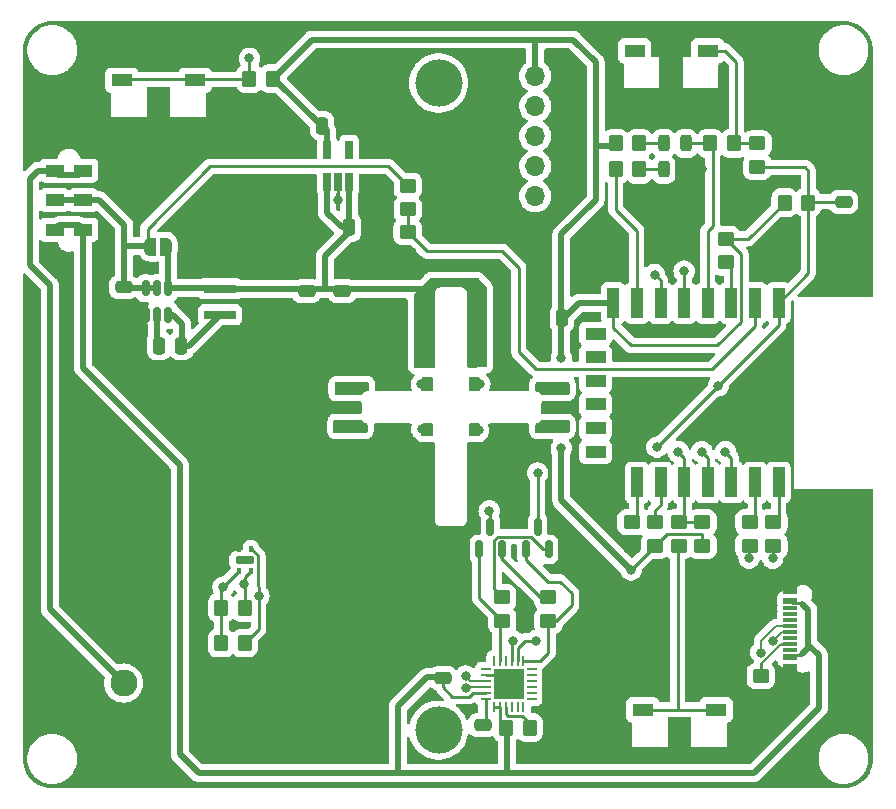
<source format=gtl>
%TF.GenerationSoftware,KiCad,Pcbnew,(6.0.7)*%
%TF.CreationDate,2022-11-21T20:08:05+01:00*%
%TF.ProjectId,Arbolito,4172626f-6c69-4746-9f2e-6b696361645f,rev?*%
%TF.SameCoordinates,Original*%
%TF.FileFunction,Copper,L1,Top*%
%TF.FilePolarity,Positive*%
%FSLAX46Y46*%
G04 Gerber Fmt 4.6, Leading zero omitted, Abs format (unit mm)*
G04 Created by KiCad (PCBNEW (6.0.7)) date 2022-11-21 20:08:05*
%MOMM*%
%LPD*%
G01*
G04 APERTURE LIST*
G04 Aperture macros list*
%AMRoundRect*
0 Rectangle with rounded corners*
0 $1 Rounding radius*
0 $2 $3 $4 $5 $6 $7 $8 $9 X,Y pos of 4 corners*
0 Add a 4 corners polygon primitive as box body*
4,1,4,$2,$3,$4,$5,$6,$7,$8,$9,$2,$3,0*
0 Add four circle primitives for the rounded corners*
1,1,$1+$1,$2,$3*
1,1,$1+$1,$4,$5*
1,1,$1+$1,$6,$7*
1,1,$1+$1,$8,$9*
0 Add four rect primitives between the rounded corners*
20,1,$1+$1,$2,$3,$4,$5,0*
20,1,$1+$1,$4,$5,$6,$7,0*
20,1,$1+$1,$6,$7,$8,$9,0*
20,1,$1+$1,$8,$9,$2,$3,0*%
%AMFreePoly0*
4,1,22,0.500000,-0.750000,0.000000,-0.750000,0.000000,-0.745033,-0.079941,-0.743568,-0.215256,-0.701293,-0.333266,-0.622738,-0.424486,-0.514219,-0.481581,-0.384460,-0.499164,-0.250000,-0.500000,-0.250000,-0.500000,0.250000,-0.499164,0.250000,-0.499963,0.256109,-0.478152,0.396186,-0.417904,0.524511,-0.324060,0.630769,-0.204165,0.706417,-0.067858,0.745374,0.000000,0.744959,0.000000,0.750000,
0.500000,0.750000,0.500000,-0.750000,0.500000,-0.750000,$1*%
%AMFreePoly1*
4,1,20,0.000000,0.744959,0.073905,0.744508,0.209726,0.703889,0.328688,0.626782,0.421226,0.519385,0.479903,0.390333,0.500000,0.250000,0.500000,-0.250000,0.499851,-0.262216,0.476331,-0.402017,0.414519,-0.529596,0.319384,-0.634700,0.198574,-0.708877,0.061801,-0.746166,0.000000,-0.745033,0.000000,-0.750000,-0.500000,-0.750000,-0.500000,0.750000,0.000000,0.750000,0.000000,0.744959,
0.000000,0.744959,$1*%
G04 Aperture macros list end*
%TA.AperFunction,SMDPad,CuDef*%
%ADD10RoundRect,0.250000X-0.475000X0.250000X-0.475000X-0.250000X0.475000X-0.250000X0.475000X0.250000X0*%
%TD*%
%TA.AperFunction,SMDPad,CuDef*%
%ADD11RoundRect,0.250000X-0.450000X0.350000X-0.450000X-0.350000X0.450000X-0.350000X0.450000X0.350000X0*%
%TD*%
%TA.AperFunction,SMDPad,CuDef*%
%ADD12RoundRect,0.243750X0.243750X0.456250X-0.243750X0.456250X-0.243750X-0.456250X0.243750X-0.456250X0*%
%TD*%
%TA.AperFunction,SMDPad,CuDef*%
%ADD13RoundRect,0.250000X0.475000X-0.250000X0.475000X0.250000X-0.475000X0.250000X-0.475000X-0.250000X0*%
%TD*%
%TA.AperFunction,SMDPad,CuDef*%
%ADD14RoundRect,0.250000X0.350000X0.450000X-0.350000X0.450000X-0.350000X-0.450000X0.350000X-0.450000X0*%
%TD*%
%TA.AperFunction,SMDPad,CuDef*%
%ADD15RoundRect,0.250000X0.450000X-0.350000X0.450000X0.350000X-0.450000X0.350000X-0.450000X-0.350000X0*%
%TD*%
%TA.AperFunction,SMDPad,CuDef*%
%ADD16R,1.600000X1.000000*%
%TD*%
%TA.AperFunction,SMDPad,CuDef*%
%ADD17FreePoly0,0.000000*%
%TD*%
%TA.AperFunction,SMDPad,CuDef*%
%ADD18FreePoly1,0.000000*%
%TD*%
%TA.AperFunction,SMDPad,CuDef*%
%ADD19RoundRect,0.150000X0.150000X-0.587500X0.150000X0.587500X-0.150000X0.587500X-0.150000X-0.587500X0*%
%TD*%
%TA.AperFunction,SMDPad,CuDef*%
%ADD20R,2.700000X0.800000*%
%TD*%
%TA.AperFunction,SMDPad,CuDef*%
%ADD21RoundRect,0.250000X-0.250000X-0.475000X0.250000X-0.475000X0.250000X0.475000X-0.250000X0.475000X0*%
%TD*%
%TA.AperFunction,SMDPad,CuDef*%
%ADD22RoundRect,0.250000X-0.350000X-0.450000X0.350000X-0.450000X0.350000X0.450000X-0.350000X0.450000X0*%
%TD*%
%TA.AperFunction,SMDPad,CuDef*%
%ADD23RoundRect,0.087500X0.087500X-0.187500X0.087500X0.187500X-0.087500X0.187500X-0.087500X-0.187500X0*%
%TD*%
%TA.AperFunction,SMDPad,CuDef*%
%ADD24RoundRect,0.175000X0.625000X-0.175000X0.625000X0.175000X-0.625000X0.175000X-0.625000X-0.175000X0*%
%TD*%
%TA.AperFunction,SMDPad,CuDef*%
%ADD25R,1.000000X2.500000*%
%TD*%
%TA.AperFunction,SMDPad,CuDef*%
%ADD26R,1.800000X1.000000*%
%TD*%
%TA.AperFunction,SMDPad,CuDef*%
%ADD27R,0.650000X1.560000*%
%TD*%
%TA.AperFunction,SMDPad,CuDef*%
%ADD28RoundRect,0.062500X-0.350000X-0.062500X0.350000X-0.062500X0.350000X0.062500X-0.350000X0.062500X0*%
%TD*%
%TA.AperFunction,SMDPad,CuDef*%
%ADD29RoundRect,0.062500X-0.062500X-0.350000X0.062500X-0.350000X0.062500X0.350000X-0.062500X0.350000X0*%
%TD*%
%TA.AperFunction,SMDPad,CuDef*%
%ADD30R,2.600000X2.600000*%
%TD*%
%TA.AperFunction,SMDPad,CuDef*%
%ADD31R,1.160000X0.600000*%
%TD*%
%TA.AperFunction,SMDPad,CuDef*%
%ADD32R,1.160000X0.300000*%
%TD*%
%TA.AperFunction,ComponentPad*%
%ADD33O,2.200000X1.000000*%
%TD*%
%TA.AperFunction,SMDPad,CuDef*%
%ADD34R,1.800000X1.100000*%
%TD*%
%TA.AperFunction,ComponentPad*%
%ADD35R,1.700000X1.700000*%
%TD*%
%TA.AperFunction,ComponentPad*%
%ADD36O,1.700000X1.700000*%
%TD*%
%TA.AperFunction,SMDPad,CuDef*%
%ADD37RoundRect,0.150000X-0.150000X0.512500X-0.150000X-0.512500X0.150000X-0.512500X0.150000X0.512500X0*%
%TD*%
%TA.AperFunction,ComponentPad*%
%ADD38C,2.286000*%
%TD*%
%TA.AperFunction,ComponentPad*%
%ADD39C,4.000000*%
%TD*%
%TA.AperFunction,ViaPad*%
%ADD40C,0.800000*%
%TD*%
%TA.AperFunction,Conductor*%
%ADD41C,0.500000*%
%TD*%
%TA.AperFunction,Conductor*%
%ADD42C,0.250000*%
%TD*%
%TA.AperFunction,Conductor*%
%ADD43C,0.200000*%
%TD*%
G04 APERTURE END LIST*
D10*
%TO.P,C7,1*%
%TO.N,+5V*%
X132540000Y-85410000D03*
%TO.P,C7,2*%
%TO.N,GND*%
X132540000Y-87310000D03*
%TD*%
D11*
%TO.P,R21,1*%
%TO.N,VCC*%
X138110000Y-76470000D03*
%TO.P,R21,2*%
%TO.N,/VBATT*%
X138110000Y-78470000D03*
%TD*%
D10*
%TO.P,C4,1*%
%TO.N,Net-(U2-Pad6)*%
X144440000Y-122140000D03*
%TO.P,C4,2*%
%TO.N,GND*%
X144440000Y-124040000D03*
%TD*%
D12*
%TO.P,D2,1,K*%
%TO.N,/GPIO16*%
X161637500Y-72900000D03*
%TO.P,D2,2,A*%
%TO.N,Net-(D2-Pad2)*%
X159762500Y-72900000D03*
%TD*%
D10*
%TO.P,C3,1*%
%TO.N,VCC*%
X114040000Y-85060000D03*
%TO.P,C3,2*%
%TO.N,GND*%
X114040000Y-86960000D03*
%TD*%
D13*
%TO.P,C5,1*%
%TO.N,VBUS*%
X141090000Y-118160000D03*
%TO.P,C5,2*%
%TO.N,GND*%
X141090000Y-116260000D03*
%TD*%
D14*
%TO.P,R2,1*%
%TO.N,Net-(R2-Pad1)*%
X148420000Y-122360000D03*
%TO.P,R2,2*%
%TO.N,VBUS*%
X146420000Y-122360000D03*
%TD*%
%TO.P,R15,1*%
%TO.N,Net-(D2-Pad2)*%
X157700000Y-72900000D03*
%TO.P,R15,2*%
%TO.N,+3.3V*%
X155700000Y-72900000D03*
%TD*%
D12*
%TO.P,D1,1,K*%
%TO.N,GND*%
X161637500Y-75100000D03*
%TO.P,D1,2,A*%
%TO.N,Net-(D1-Pad2)*%
X159762500Y-75100000D03*
%TD*%
D10*
%TO.P,C9,1*%
%TO.N,+5V*%
X129540000Y-85410000D03*
%TO.P,C9,2*%
%TO.N,GND*%
X129540000Y-87310000D03*
%TD*%
D11*
%TO.P,R1,1*%
%TO.N,Net-(P1-PadA5)*%
X168000000Y-118000000D03*
%TO.P,R1,2*%
%TO.N,GND*%
X168000000Y-120000000D03*
%TD*%
D15*
%TO.P,R8,1*%
%TO.N,+3.3V*%
X159046000Y-106970000D03*
%TO.P,R8,2*%
%TO.N,/GPIO2*%
X159046000Y-104970000D03*
%TD*%
D16*
%TO.P,SW1,1,A*%
%TO.N,VBUS*%
X108200000Y-80200000D03*
X110600000Y-80200000D03*
%TO.P,SW1,2,B*%
%TO.N,VCC*%
X108200000Y-77700000D03*
X110600000Y-77700000D03*
%TO.P,SW1,3,C*%
%TO.N,Net-(J1-Pad2)*%
X108200000Y-75200000D03*
X110600000Y-75200000D03*
%TD*%
D17*
%TO.P,JP1,1,A*%
%TO.N,VCC*%
X116310000Y-81630000D03*
D18*
%TO.P,JP1,2,B*%
%TO.N,+5V*%
X117610000Y-81630000D03*
%TD*%
D19*
%TO.P,Q1,1,E*%
%TO.N,Net-(Q1-Pad1)*%
X144146000Y-107257500D03*
%TO.P,Q1,2,B*%
%TO.N,Net-(Q1-Pad2)*%
X146046000Y-107257500D03*
%TO.P,Q1,3,C*%
%TO.N,/GPIO0*%
X145096000Y-105382500D03*
%TD*%
D20*
%TO.P,L1,1,1*%
%TO.N,Net-(C6-Pad2)*%
X122200000Y-87400000D03*
%TO.P,L1,2,2*%
%TO.N,+5V*%
X122200000Y-85200000D03*
%TD*%
D21*
%TO.P,C1,1*%
%TO.N,+5V*%
X133150000Y-80000000D03*
%TO.P,C1,2*%
%TO.N,GND*%
X135050000Y-80000000D03*
%TD*%
D14*
%TO.P,R14,1*%
%TO.N,/SCL*%
X124300000Y-112200000D03*
%TO.P,R14,2*%
%TO.N,+3.3V*%
X122300000Y-112200000D03*
%TD*%
D15*
%TO.P,R18,1*%
%TO.N,GND*%
X157046000Y-106970000D03*
%TO.P,R18,2*%
%TO.N,/GPIO15*%
X157046000Y-104970000D03*
%TD*%
D22*
%TO.P,R10,1*%
%TO.N,+3.3V*%
X170000000Y-77900000D03*
%TO.P,R10,2*%
%TO.N,/nRST*%
X172000000Y-77900000D03*
%TD*%
D15*
%TO.P,R7,1*%
%TO.N,+3.3V*%
X163046000Y-106970000D03*
%TO.P,R7,2*%
%TO.N,/GPIO0*%
X163046000Y-104970000D03*
%TD*%
D14*
%TO.P,R16,1*%
%TO.N,Net-(R16-Pad1)*%
X165700000Y-72900000D03*
%TO.P,R16,2*%
%TO.N,/GPIO16*%
X163700000Y-72900000D03*
%TD*%
D11*
%TO.P,R6,1*%
%TO.N,Net-(Q2-Pad2)*%
X146096000Y-111320000D03*
%TO.P,R6,2*%
%TO.N,Net-(Q1-Pad1)*%
X146096000Y-113320000D03*
%TD*%
D14*
%TO.P,R3,1*%
%TO.N,Net-(D1-Pad2)*%
X157700000Y-75100000D03*
%TO.P,R3,2*%
%TO.N,/LED*%
X155700000Y-75100000D03*
%TD*%
D11*
%TO.P,R20,1*%
%TO.N,/VBATT*%
X138090000Y-80380000D03*
%TO.P,R20,2*%
%TO.N,GND*%
X138090000Y-82380000D03*
%TD*%
D15*
%TO.P,R13,1*%
%TO.N,Net-(R13-Pad1)*%
X161046000Y-106970000D03*
%TO.P,R13,2*%
%TO.N,/GPIO0*%
X161046000Y-104970000D03*
%TD*%
D23*
%TO.P,U5,1,VDD*%
%TO.N,+3.3V*%
X123800000Y-109125000D03*
%TO.P,U5,2,SCL*%
%TO.N,/SCL*%
X124800000Y-109125000D03*
%TO.P,U5,3,SDA*%
%TO.N,/SDA*%
X124800000Y-107275000D03*
%TO.P,U5,4,VSS*%
%TO.N,GND*%
X123800000Y-107275000D03*
D24*
%TO.P,U5,5,NC*%
%TO.N,unconnected-(U5-Pad5)*%
X124300000Y-108200000D03*
%TD*%
D25*
%TO.P,U4,1,~{RST}*%
%TO.N,/nRST*%
X169500000Y-86400000D03*
%TO.P,U4,2,ADC*%
%TO.N,/VBATT*%
X167500000Y-86400000D03*
%TO.P,U4,3,EN*%
%TO.N,/EN*%
X165500000Y-86400000D03*
%TO.P,U4,4,GPIO16*%
%TO.N,/GPIO16*%
X163500000Y-86400000D03*
%TO.P,U4,5,GPIO14*%
%TO.N,/Boton*%
X161500000Y-86400000D03*
%TO.P,U4,6,GPIO12*%
%TO.N,/DIN*%
X159500000Y-86400000D03*
%TO.P,U4,7,GPIO13*%
%TO.N,/LED*%
X157500000Y-86400000D03*
%TO.P,U4,8,VCC*%
%TO.N,+3.3V*%
X155500000Y-86400000D03*
D26*
%TO.P,U4,9,CS0*%
%TO.N,unconnected-(U4-Pad9)*%
X154000000Y-89000000D03*
%TO.P,U4,10,MISO*%
%TO.N,unconnected-(U4-Pad10)*%
X154000000Y-91000000D03*
%TO.P,U4,11,GPIO9*%
%TO.N,unconnected-(U4-Pad11)*%
X154000000Y-93000000D03*
%TO.P,U4,12,GPIO10*%
%TO.N,unconnected-(U4-Pad12)*%
X154000000Y-95000000D03*
%TO.P,U4,13,MOSI*%
%TO.N,unconnected-(U4-Pad13)*%
X154000000Y-97000000D03*
%TO.P,U4,14,SCLK*%
%TO.N,unconnected-(U4-Pad14)*%
X154000000Y-99000000D03*
D25*
%TO.P,U4,15,GND*%
%TO.N,GND*%
X155500000Y-101600000D03*
%TO.P,U4,16,GPIO15*%
%TO.N,/GPIO15*%
X157500000Y-101600000D03*
%TO.P,U4,17,GPIO2*%
%TO.N,/GPIO2*%
X159500000Y-101600000D03*
%TO.P,U4,18,GPIO0*%
%TO.N,/GPIO0*%
X161500000Y-101600000D03*
%TO.P,U4,19,GPIO4*%
%TO.N,/SCL*%
X163500000Y-101600000D03*
%TO.P,U4,20,GPIO5*%
%TO.N,/SDA*%
X165500000Y-101600000D03*
%TO.P,U4,21,GPIO3/RXD*%
%TO.N,Net-(R12-Pad1)*%
X167500000Y-101600000D03*
%TO.P,U4,22,GPIO1/TXD*%
%TO.N,Net-(R11-Pad1)*%
X169500000Y-101600000D03*
%TD*%
D13*
%TO.P,C10,1*%
%TO.N,/nRST*%
X175000000Y-77850000D03*
%TO.P,C10,2*%
%TO.N,GND*%
X175000000Y-75950000D03*
%TD*%
D27*
%TO.P,U1,1,IN*%
%TO.N,+5V*%
X131250000Y-76150000D03*
%TO.P,U1,2,GND*%
%TO.N,GND*%
X132200000Y-76150000D03*
%TO.P,U1,3,EN*%
%TO.N,+5V*%
X133150000Y-76150000D03*
%TO.P,U1,4*%
%TO.N,N/C*%
X133150000Y-73450000D03*
%TO.P,U1,5,OUT*%
%TO.N,+3.3V*%
X131250000Y-73450000D03*
%TD*%
D11*
%TO.P,R11,1*%
%TO.N,Net-(R11-Pad1)*%
X169046000Y-104970000D03*
%TO.P,R11,2*%
%TO.N,/RX*%
X169046000Y-106970000D03*
%TD*%
D28*
%TO.P,U2,1,~{RI}/CLK*%
%TO.N,unconnected-(U2-Pad1)*%
X144712500Y-117400000D03*
%TO.P,U2,2,GND*%
%TO.N,GND*%
X144712500Y-117900000D03*
%TO.P,U2,3,D+*%
%TO.N,/D+*%
X144712500Y-118400000D03*
%TO.P,U2,4,D-*%
%TO.N,/D-*%
X144712500Y-118900000D03*
%TO.P,U2,5,VIO*%
%TO.N,VBUS*%
X144712500Y-119400000D03*
%TO.P,U2,6,VDD*%
%TO.N,Net-(U2-Pad6)*%
X144712500Y-119900000D03*
D29*
%TO.P,U2,7,VREGIN*%
%TO.N,VBUS*%
X145400000Y-120587500D03*
%TO.P,U2,8,VBUS*%
X145900000Y-120587500D03*
%TO.P,U2,9,~{RST}*%
%TO.N,Net-(R2-Pad1)*%
X146400000Y-120587500D03*
%TO.P,U2,10,NC*%
%TO.N,unconnected-(U2-Pad10)*%
X146900000Y-120587500D03*
%TO.P,U2,11,~{WAKEUP}/GPIO.3*%
%TO.N,unconnected-(U2-Pad11)*%
X147400000Y-120587500D03*
%TO.P,U2,12,RS485/GPIO.2*%
%TO.N,unconnected-(U2-Pad12)*%
X147900000Y-120587500D03*
D28*
%TO.P,U2,13,~{RXT}/GPIO.1*%
%TO.N,unconnected-(U2-Pad13)*%
X148587500Y-119900000D03*
%TO.P,U2,14,~{TXT}/GPIO.0*%
%TO.N,unconnected-(U2-Pad14)*%
X148587500Y-119400000D03*
%TO.P,U2,15,~{SUSPEND}*%
%TO.N,unconnected-(U2-Pad15)*%
X148587500Y-118900000D03*
%TO.P,U2,16,NC*%
%TO.N,unconnected-(U2-Pad16)*%
X148587500Y-118400000D03*
%TO.P,U2,17,SUSPEND*%
%TO.N,unconnected-(U2-Pad17)*%
X148587500Y-117900000D03*
%TO.P,U2,18,~{CTS}*%
%TO.N,unconnected-(U2-Pad18)*%
X148587500Y-117400000D03*
D29*
%TO.P,U2,19,~{RTS}*%
%TO.N,Net-(Q2-Pad1)*%
X147900000Y-116712500D03*
%TO.P,U2,20,RXD*%
%TO.N,/RX*%
X147400000Y-116712500D03*
%TO.P,U2,21,TXD*%
%TO.N,/TX*%
X146900000Y-116712500D03*
%TO.P,U2,22,~{DSR}*%
%TO.N,unconnected-(U2-Pad22)*%
X146400000Y-116712500D03*
%TO.P,U2,23,~{DTR}*%
%TO.N,Net-(Q1-Pad1)*%
X145900000Y-116712500D03*
%TO.P,U2,24,~{DCD}*%
%TO.N,unconnected-(U2-Pad24)*%
X145400000Y-116712500D03*
D30*
%TO.P,U2,25,GND*%
%TO.N,GND*%
X146650000Y-118650000D03*
%TD*%
D14*
%TO.P,R4,1*%
%TO.N,+3.3V*%
X126700000Y-67400000D03*
%TO.P,R4,2*%
%TO.N,/Boton*%
X124700000Y-67400000D03*
%TD*%
%TO.P,R17,1*%
%TO.N,/SDA*%
X124300000Y-115200000D03*
%TO.P,R17,2*%
%TO.N,+3.3V*%
X122300000Y-115200000D03*
%TD*%
D31*
%TO.P,P1,A1,GND*%
%TO.N,GND*%
X170490000Y-117200000D03*
%TO.P,P1,A4,VBUS*%
%TO.N,VBUS*%
X170490000Y-116400000D03*
D32*
%TO.P,P1,A5,CC*%
%TO.N,Net-(P1-PadA5)*%
X170490000Y-115250000D03*
%TO.P,P1,A6,D+*%
%TO.N,/D+*%
X170490000Y-114250000D03*
%TO.P,P1,A7,D-*%
%TO.N,/D-*%
X170490000Y-113750000D03*
%TO.P,P1,A8*%
%TO.N,N/C*%
X170490000Y-112750000D03*
D31*
%TO.P,P1,A9,VBUS*%
%TO.N,VBUS*%
X170490000Y-111600000D03*
%TO.P,P1,A12,GND*%
%TO.N,GND*%
X170490000Y-110800000D03*
%TO.P,P1,B1,GND*%
X170490000Y-110800000D03*
%TO.P,P1,B4,VBUS*%
%TO.N,VBUS*%
X170490000Y-111600000D03*
D32*
%TO.P,P1,B5,VCONN*%
%TO.N,unconnected-(P1-PadB5)*%
X170490000Y-112250000D03*
%TO.P,P1,B6*%
%TO.N,N/C*%
X170490000Y-113250000D03*
%TO.P,P1,B7*%
X170490000Y-114750000D03*
%TO.P,P1,B8*%
X170490000Y-115750000D03*
D31*
%TO.P,P1,B9,VBUS*%
%TO.N,VBUS*%
X170490000Y-116400000D03*
%TO.P,P1,B12,GND*%
%TO.N,GND*%
X170490000Y-117200000D03*
D33*
%TO.P,P1,S1,SHIELD*%
X175032000Y-108275019D03*
X170964308Y-108285000D03*
X170964308Y-119732365D03*
X175240000Y-119715000D03*
%TD*%
D34*
%TO.P,SW2,1,1*%
%TO.N,/Boton*%
X113900000Y-67550000D03*
X120100000Y-67550000D03*
%TO.P,SW2,2,2*%
%TO.N,GND*%
X120100000Y-71250000D03*
X113900000Y-71250000D03*
%TD*%
D21*
%TO.P,C8,1*%
%TO.N,GND*%
X149250000Y-87700000D03*
%TO.P,C8,2*%
%TO.N,+3.3V*%
X151150000Y-87700000D03*
%TD*%
D11*
%TO.P,R9,1*%
%TO.N,+3.3V*%
X165046000Y-80970000D03*
%TO.P,R9,2*%
%TO.N,/EN*%
X165046000Y-82970000D03*
%TD*%
D35*
%TO.P,J2,1,Pin_1*%
%TO.N,GND*%
X148900000Y-79900000D03*
D36*
%TO.P,J2,2,Pin_2*%
%TO.N,/GPIO0*%
X148900000Y-77360000D03*
%TO.P,J2,3,Pin_3*%
%TO.N,/nRST*%
X148900000Y-74820000D03*
%TO.P,J2,4,Pin_4*%
%TO.N,/TX*%
X148900000Y-72280000D03*
%TO.P,J2,5,Pin_5*%
%TO.N,/RX*%
X148900000Y-69740000D03*
%TO.P,J2,6,Pin_6*%
%TO.N,+3.3V*%
X148900000Y-67200000D03*
%TD*%
D34*
%TO.P,SW3,1,1*%
%TO.N,Net-(R13-Pad1)*%
X164200000Y-120850000D03*
X158000000Y-120850000D03*
%TO.P,SW3,2,2*%
%TO.N,GND*%
X158000000Y-124550000D03*
X164200000Y-124550000D03*
%TD*%
D11*
%TO.P,R19,1*%
%TO.N,Net-(R16-Pad1)*%
X167700000Y-72900000D03*
%TO.P,R19,2*%
%TO.N,/nRST*%
X167700000Y-74900000D03*
%TD*%
%TO.P,R12,1*%
%TO.N,Net-(R12-Pad1)*%
X167046000Y-104970000D03*
%TO.P,R12,2*%
%TO.N,/TX*%
X167046000Y-106970000D03*
%TD*%
D21*
%TO.P,C6,1*%
%TO.N,Net-(C6-Pad1)*%
X117040000Y-90010000D03*
%TO.P,C6,2*%
%TO.N,Net-(C6-Pad2)*%
X118940000Y-90010000D03*
%TD*%
D37*
%TO.P,U3,1,FB*%
%TO.N,+5V*%
X117816000Y-85162500D03*
%TO.P,U3,2,EN*%
%TO.N,VCC*%
X116866000Y-85162500D03*
%TO.P,U3,3,IN*%
X115916000Y-85162500D03*
%TO.P,U3,4,GND*%
%TO.N,GND*%
X115916000Y-87437500D03*
%TO.P,U3,5,SW*%
%TO.N,Net-(C6-Pad1)*%
X116866000Y-87437500D03*
%TO.P,U3,6,BST*%
%TO.N,Net-(C6-Pad2)*%
X117816000Y-87437500D03*
%TD*%
D21*
%TO.P,C2,1*%
%TO.N,+3.3V*%
X130850000Y-71400000D03*
%TO.P,C2,2*%
%TO.N,GND*%
X132750000Y-71400000D03*
%TD*%
D11*
%TO.P,R5,1*%
%TO.N,Net-(Q1-Pad2)*%
X150000000Y-111320000D03*
%TO.P,R5,2*%
%TO.N,Net-(Q2-Pad1)*%
X150000000Y-113320000D03*
%TD*%
D34*
%TO.P,SW4,1,1*%
%TO.N,Net-(R16-Pad1)*%
X163500000Y-65050000D03*
X157300000Y-65050000D03*
%TO.P,SW4,2,2*%
%TO.N,GND*%
X163500000Y-68750000D03*
X157300000Y-68750000D03*
%TD*%
D19*
%TO.P,Q2,1,E*%
%TO.N,Net-(Q2-Pad1)*%
X148146000Y-107257500D03*
%TO.P,Q2,2,B*%
%TO.N,Net-(Q2-Pad2)*%
X150046000Y-107257500D03*
%TO.P,Q2,3,C*%
%TO.N,/nRST*%
X149096000Y-105382500D03*
%TD*%
D38*
%TO.P,J1,1,Pin_1*%
%TO.N,GND*%
X114040000Y-105880000D03*
%TO.P,J1,2,Pin_2*%
%TO.N,Net-(J1-Pad2)*%
X114040000Y-118580000D03*
D39*
%TO.P,J1,3*%
%TO.N,N/C*%
X140710000Y-67780000D03*
X140710000Y-122580000D03*
%TD*%
D40*
%TO.N,GND*%
X163390000Y-88790000D03*
X168090000Y-94890000D03*
X155000000Y-104000000D03*
X140980000Y-115030000D03*
X132200000Y-77700000D03*
X167900000Y-121400000D03*
X157400000Y-69900000D03*
X146000000Y-119000000D03*
X129000000Y-89000000D03*
X156500000Y-117700000D03*
X133900000Y-71300000D03*
X163000000Y-75100000D03*
X132000000Y-89000000D03*
X146000000Y-118000000D03*
X147000000Y-119000000D03*
X136200000Y-80000000D03*
X162600000Y-117500000D03*
X147000000Y-118000000D03*
X137470000Y-118150000D03*
X144450000Y-124060000D03*
X163400000Y-69900000D03*
X122254000Y-107329500D03*
%TO.N,+3.3V*%
X157000000Y-109000000D03*
X151100000Y-91100000D03*
X151100000Y-98700000D03*
X122462500Y-110462500D03*
%TO.N,/nRST*%
X159200000Y-98600000D03*
X149100000Y-100800000D03*
X164400000Y-93400000D03*
%TO.N,/D+*%
X143000000Y-118000000D03*
X169000000Y-115000000D03*
%TO.N,/D-*%
X168000000Y-116000000D03*
X143000000Y-119000000D03*
%TO.N,/GPIO0*%
X161000000Y-99000000D03*
X145000000Y-104000000D03*
%TO.N,/RX*%
X149000000Y-115000000D03*
X169000000Y-108000000D03*
%TO.N,/TX*%
X167000000Y-108000000D03*
X147000000Y-115000000D03*
%TO.N,Net-(R16-Pad1)*%
X163500000Y-65100000D03*
X157300000Y-65000000D03*
%TO.N,/SCL*%
X163000000Y-99000000D03*
X124254000Y-110230000D03*
%TO.N,/SDA*%
X125500000Y-111200000D03*
X165000000Y-99000000D03*
%TO.N,/DIN*%
X159000000Y-84000000D03*
X144100000Y-97200000D03*
X144200000Y-93300000D03*
X139250000Y-93300000D03*
X139300000Y-97100000D03*
%TO.N,/Boton*%
X124700000Y-65700000D03*
X161500000Y-83700000D03*
%TD*%
D41*
%TO.N,+5V*%
X133100000Y-77800000D02*
X133100000Y-79400000D01*
X117816000Y-81836000D02*
X117610000Y-81630000D01*
X133050000Y-76760000D02*
X133100000Y-76810000D01*
X117816000Y-85162500D02*
X117816000Y-81836000D01*
X131100000Y-85200000D02*
X132330000Y-85200000D01*
X132700000Y-85250000D02*
X139700000Y-85250000D01*
X132500000Y-80000000D02*
X131250000Y-78750000D01*
X133100000Y-76810000D02*
X133100000Y-77800000D01*
X132330000Y-85200000D02*
X132540000Y-85410000D01*
X131100000Y-82400000D02*
X131100000Y-85200000D01*
X117816000Y-85162500D02*
X122162500Y-85162500D01*
X133150000Y-80000000D02*
X132500000Y-80000000D01*
X122162500Y-85162500D02*
X122200000Y-85200000D01*
X131250000Y-78750000D02*
X131250000Y-76150000D01*
X133100000Y-79400000D02*
X133050000Y-79450000D01*
X131100000Y-82400000D02*
X133050000Y-80450000D01*
X122200000Y-85200000D02*
X131100000Y-85200000D01*
X132540000Y-85410000D02*
X132700000Y-85250000D01*
X139700000Y-85250000D02*
X140200000Y-84750000D01*
D42*
%TO.N,GND*%
X145900000Y-117900000D02*
X144712500Y-117900000D01*
X122308500Y-107275000D02*
X123800000Y-107275000D01*
X122254000Y-107329500D02*
X122308500Y-107275000D01*
X146650000Y-118650000D02*
X145900000Y-117900000D01*
X132200000Y-77700000D02*
X132200000Y-76150000D01*
%TO.N,+3.3V*%
X155500000Y-88500000D02*
X155500000Y-86400000D01*
D41*
X155500000Y-73100000D02*
X155700000Y-72900000D01*
X151100000Y-98700000D02*
X151100000Y-103100000D01*
X130800000Y-71400000D02*
X130850000Y-71400000D01*
D42*
X160016000Y-106000000D02*
X163000000Y-106000000D01*
X122300000Y-112200000D02*
X122300000Y-115200000D01*
X157000000Y-109000000D02*
X159030000Y-106970000D01*
D41*
X131250000Y-71800000D02*
X130850000Y-71400000D01*
X126700000Y-67400000D02*
X126800000Y-67400000D01*
X151100000Y-82900000D02*
X151100000Y-91100000D01*
D42*
X165046000Y-80970000D02*
X166325000Y-82249000D01*
D41*
X154000000Y-77700000D02*
X151100000Y-80600000D01*
X152100000Y-64100000D02*
X149000000Y-64100000D01*
X154000000Y-66000000D02*
X152100000Y-64100000D01*
D42*
X122300000Y-110625000D02*
X122300000Y-112200000D01*
D41*
X126800000Y-67400000D02*
X130800000Y-71400000D01*
X151100000Y-91100000D02*
X151100000Y-87900000D01*
X152600000Y-86400000D02*
X155500000Y-86400000D01*
X130000000Y-64100000D02*
X127000000Y-67100000D01*
D42*
X166930000Y-80970000D02*
X170000000Y-77900000D01*
D41*
X151100000Y-87900000D02*
X152600000Y-86400000D01*
D42*
X123800000Y-109125000D02*
X122462500Y-110462500D01*
X157000000Y-90000000D02*
X155500000Y-88500000D01*
X159030000Y-106970000D02*
X159046000Y-106970000D01*
D41*
X149000000Y-64100000D02*
X130000000Y-64100000D01*
X154000000Y-73100000D02*
X154000000Y-66000000D01*
X154000000Y-73100000D02*
X154000000Y-77700000D01*
D42*
X165046000Y-80970000D02*
X166930000Y-80970000D01*
D41*
X151100000Y-80600000D02*
X151100000Y-83000000D01*
X151100000Y-103100000D02*
X157000000Y-109000000D01*
D42*
X166325000Y-87975000D02*
X164300000Y-90000000D01*
D41*
X131250000Y-73450000D02*
X131250000Y-71800000D01*
D42*
X166325000Y-82249000D02*
X166325000Y-87975000D01*
X164300000Y-90000000D02*
X157000000Y-90000000D01*
X163000000Y-106000000D02*
X163046000Y-106046000D01*
X159046000Y-106970000D02*
X160016000Y-106000000D01*
D41*
X148900000Y-67200000D02*
X148900000Y-64200000D01*
D42*
X163046000Y-106046000D02*
X163046000Y-106970000D01*
D41*
X154000000Y-73100000D02*
X155500000Y-73100000D01*
X148900000Y-64200000D02*
X149000000Y-64100000D01*
D42*
X122462500Y-110462500D02*
X122300000Y-110625000D01*
%TO.N,VCC*%
X116070000Y-81390000D02*
X116310000Y-81630000D01*
D41*
X114142500Y-85162500D02*
X116866000Y-85162500D01*
X116280000Y-81600000D02*
X116310000Y-81630000D01*
X108200000Y-77700000D02*
X112000000Y-77700000D01*
D42*
X136470000Y-74830000D02*
X121350000Y-74830000D01*
D41*
X114100000Y-81600000D02*
X114100000Y-85000000D01*
D42*
X138110000Y-76470000D02*
X136470000Y-74830000D01*
X121350000Y-74830000D02*
X116070000Y-80110000D01*
D41*
X114100000Y-81600000D02*
X116280000Y-81600000D01*
X114040000Y-85060000D02*
X114142500Y-85162500D01*
X112000000Y-77700000D02*
X114100000Y-79800000D01*
D42*
X116070000Y-80110000D02*
X116070000Y-81390000D01*
D41*
X114100000Y-85000000D02*
X114040000Y-85060000D01*
X114100000Y-79800000D02*
X114100000Y-81600000D01*
%TO.N,Net-(C6-Pad1)*%
X116866000Y-87437500D02*
X116866000Y-89836000D01*
X116866000Y-89836000D02*
X117040000Y-90010000D01*
%TO.N,Net-(C6-Pad2)*%
X119000000Y-89950000D02*
X118940000Y-90010000D01*
X117816000Y-87437500D02*
X118237500Y-87437500D01*
X122200000Y-87400000D02*
X119590000Y-90010000D01*
X118237500Y-87437500D02*
X119000000Y-88200000D01*
X119590000Y-90010000D02*
X118940000Y-90010000D01*
X119000000Y-88200000D02*
X119000000Y-89950000D01*
D42*
%TO.N,/nRST*%
X169500000Y-88300000D02*
X169500000Y-86400000D01*
X172000000Y-75200000D02*
X172000000Y-77900000D01*
X172000000Y-75200000D02*
X171700000Y-74900000D01*
X172000000Y-83900000D02*
X169500000Y-86400000D01*
X164400000Y-93400000D02*
X169500000Y-88300000D01*
X175000000Y-77850000D02*
X172050000Y-77850000D01*
X159200000Y-98600000D02*
X164400000Y-93400000D01*
X172000000Y-83900000D02*
X172000000Y-77900000D01*
X149096000Y-100804000D02*
X149096000Y-105382500D01*
X172050000Y-77850000D02*
X172000000Y-77900000D01*
X149100000Y-100800000D02*
X149096000Y-100804000D01*
X171700000Y-74900000D02*
X167700000Y-74900000D01*
%TO.N,/GPIO16*%
X163500000Y-80300000D02*
X163500000Y-86400000D01*
X161637500Y-72900000D02*
X163700000Y-72900000D01*
X163937500Y-79862500D02*
X163500000Y-80300000D01*
X163937500Y-79862500D02*
X163937500Y-73137500D01*
X163937500Y-73137500D02*
X163700000Y-72900000D01*
%TO.N,Net-(D1-Pad2)*%
X157700000Y-75100000D02*
X159762500Y-75100000D01*
%TO.N,Net-(P1-PadA5)*%
X168000000Y-117000000D02*
X168000000Y-118000000D01*
X170490000Y-115250000D02*
X170465000Y-115275000D01*
X170465000Y-115275000D02*
X169725000Y-115275000D01*
D43*
X169725000Y-115275000D02*
X168000000Y-117000000D01*
%TO.N,/D+*%
X169750000Y-114250000D02*
X169000000Y-115000000D01*
X143000000Y-118000000D02*
X143400000Y-118400000D01*
X170490000Y-114250000D02*
X169750000Y-114250000D01*
X143400000Y-118400000D02*
X144712500Y-118400000D01*
%TO.N,/D-*%
X144712500Y-118900000D02*
X143100000Y-118900000D01*
X169260050Y-113750000D02*
X170490000Y-113750000D01*
X168000000Y-116000000D02*
X168000000Y-115010050D01*
X168000000Y-115010050D02*
X169260050Y-113750000D01*
X143100000Y-118900000D02*
X143000000Y-119000000D01*
D42*
%TO.N,Net-(Q1-Pad1)*%
X145900000Y-116712500D02*
X145900000Y-113516000D01*
X145900000Y-113516000D02*
X146096000Y-113320000D01*
X146096000Y-113320000D02*
X144146000Y-111370000D01*
X144146000Y-111370000D02*
X144146000Y-107257500D01*
%TO.N,Net-(Q1-Pad2)*%
X150000000Y-111320000D02*
X149320000Y-111320000D01*
X146000000Y-108000000D02*
X146000000Y-107303500D01*
X149320000Y-111320000D02*
X146000000Y-108000000D01*
X146000000Y-107303500D02*
X146046000Y-107257500D01*
%TO.N,/GPIO0*%
X145096000Y-105382500D02*
X145096000Y-104096000D01*
X163046000Y-104970000D02*
X161046000Y-104970000D01*
X161500000Y-104516000D02*
X161046000Y-104970000D01*
X161500000Y-101600000D02*
X161500000Y-104516000D01*
X145096000Y-104096000D02*
X145000000Y-104000000D01*
X161000000Y-99000000D02*
X161500000Y-99500000D01*
X161500000Y-99500000D02*
X161500000Y-101600000D01*
%TO.N,Net-(Q2-Pad1)*%
X149287500Y-116712500D02*
X147900000Y-116712500D01*
X150000000Y-110000000D02*
X151000000Y-110000000D01*
X150000000Y-113320000D02*
X150000000Y-116000000D01*
X152000000Y-111000000D02*
X152000000Y-112000000D01*
X150680000Y-113320000D02*
X150000000Y-113320000D01*
X150000000Y-116000000D02*
X149287500Y-116712500D01*
X148146000Y-108146000D02*
X150000000Y-110000000D01*
X148146000Y-107257500D02*
X148146000Y-108146000D01*
X151000000Y-110000000D02*
X152000000Y-111000000D01*
X152000000Y-112000000D02*
X150680000Y-113320000D01*
%TO.N,Net-(Q2-Pad2)*%
X145699249Y-106195000D02*
X148499249Y-106195000D01*
X148499249Y-106195000D02*
X149561749Y-107257500D01*
X146096000Y-111320000D02*
X145421000Y-110645000D01*
X145421000Y-110645000D02*
X145421000Y-106473249D01*
X149561749Y-107257500D02*
X150046000Y-107257500D01*
X145421000Y-106473249D02*
X145699249Y-106195000D01*
%TO.N,Net-(R2-Pad1)*%
X148420000Y-121970000D02*
X148420000Y-122360000D01*
X146400000Y-120587500D02*
X146400000Y-121170000D01*
X146565000Y-121335000D02*
X147785000Y-121335000D01*
X146400000Y-121170000D02*
X146565000Y-121335000D01*
X147785000Y-121335000D02*
X148420000Y-121970000D01*
%TO.N,Net-(R11-Pad1)*%
X169500000Y-104516000D02*
X169046000Y-104970000D01*
X169500000Y-101600000D02*
X169500000Y-104516000D01*
%TO.N,/RX*%
X147400000Y-116712500D02*
X147400000Y-115625305D01*
X169000000Y-107016000D02*
X169046000Y-106970000D01*
X148025305Y-115000000D02*
X149000000Y-115000000D01*
X169000000Y-108000000D02*
X169000000Y-107016000D01*
X147400000Y-115625305D02*
X148025305Y-115000000D01*
%TO.N,Net-(R13-Pad1)*%
X160946000Y-120746000D02*
X161046000Y-120846000D01*
X159542000Y-120850000D02*
X158000000Y-120850000D01*
X159546000Y-120846000D02*
X161046000Y-120846000D01*
X164196000Y-120846000D02*
X164200000Y-120850000D01*
X159546000Y-120846000D02*
X159542000Y-120850000D01*
X160946000Y-107070000D02*
X160946000Y-120746000D01*
X161046000Y-120846000D02*
X164196000Y-120846000D01*
X161046000Y-106970000D02*
X160946000Y-107070000D01*
%TO.N,/TX*%
X146900000Y-116712500D02*
X146900000Y-115100000D01*
X167000000Y-108000000D02*
X167000000Y-107016000D01*
X146900000Y-115100000D02*
X147000000Y-115000000D01*
X167000000Y-107016000D02*
X167046000Y-106970000D01*
%TO.N,/GPIO2*%
X159500000Y-103516000D02*
X159046000Y-103970000D01*
X159500000Y-101600000D02*
X159500000Y-103516000D01*
X159046000Y-103970000D02*
X159046000Y-104970000D01*
%TO.N,/EN*%
X165500000Y-83424000D02*
X165500000Y-86400000D01*
X165046000Y-82970000D02*
X165500000Y-83424000D01*
%TO.N,Net-(R16-Pad1)*%
X167700000Y-72900000D02*
X165700000Y-72900000D01*
X163500000Y-65050000D02*
X164950000Y-65050000D01*
X164950000Y-65050000D02*
X165900000Y-66000000D01*
X165900000Y-66000000D02*
X165900000Y-72700000D01*
X163500000Y-65050000D02*
X163500000Y-65100000D01*
X165900000Y-72700000D02*
X165700000Y-72900000D01*
%TO.N,Net-(R12-Pad1)*%
X167500000Y-104516000D02*
X167046000Y-104970000D01*
X167500000Y-101600000D02*
X167500000Y-104516000D01*
%TO.N,/GPIO15*%
X157500000Y-101600000D02*
X157500000Y-104516000D01*
X157500000Y-104516000D02*
X157046000Y-104970000D01*
%TO.N,/SCL*%
X163000000Y-99000000D02*
X163500000Y-99500000D01*
X163500000Y-99500000D02*
X163500000Y-101600000D01*
X124300000Y-109625000D02*
X124300000Y-112200000D01*
X124800000Y-109125000D02*
X124300000Y-109625000D01*
%TO.N,/SDA*%
X165500000Y-99500000D02*
X165500000Y-101600000D01*
X165000000Y-99000000D02*
X165500000Y-99500000D01*
X125425000Y-107817893D02*
X125425000Y-110375000D01*
X124882107Y-107275000D02*
X125425000Y-107817893D01*
X125425000Y-110375000D02*
X125500000Y-110450000D01*
X124800000Y-107275000D02*
X124882107Y-107275000D01*
X125500000Y-114000000D02*
X124300000Y-115200000D01*
X125500000Y-110450000D02*
X125500000Y-114000000D01*
%TO.N,/DIN*%
X159500000Y-84500000D02*
X159500000Y-86400000D01*
X159000000Y-84000000D02*
X159500000Y-84500000D01*
%TO.N,/Boton*%
X124700000Y-67400000D02*
X124700000Y-65700000D01*
X114000000Y-67450000D02*
X124650000Y-67450000D01*
X113900000Y-67550000D02*
X114000000Y-67450000D01*
X161500000Y-83700000D02*
X161500000Y-86400000D01*
X124650000Y-67450000D02*
X124700000Y-67400000D01*
%TO.N,Net-(D2-Pad2)*%
X159762500Y-72900000D02*
X157700000Y-72900000D01*
D41*
%TO.N,Net-(J1-Pad2)*%
X107800000Y-112340000D02*
X114040000Y-118580000D01*
X108530000Y-75530000D02*
X108200000Y-75200000D01*
X110600000Y-75200000D02*
X110270000Y-75530000D01*
X106100000Y-75900000D02*
X106100000Y-83200000D01*
X108200000Y-75200000D02*
X106800000Y-75200000D01*
X106100000Y-83200000D02*
X107800000Y-84900000D01*
X107800000Y-84900000D02*
X107800000Y-112340000D01*
X106800000Y-75200000D02*
X106100000Y-75900000D01*
X110270000Y-75530000D02*
X108530000Y-75530000D01*
%TO.N,VBUS*%
X137270000Y-120560000D02*
X139730000Y-118100000D01*
X146480000Y-126200000D02*
X137270000Y-126200000D01*
X172026000Y-115326000D02*
X172900000Y-116200000D01*
D42*
X145900000Y-120587500D02*
X145400000Y-120587500D01*
D41*
X146480000Y-122420000D02*
X146420000Y-122360000D01*
D42*
X145900000Y-121840000D02*
X146420000Y-122360000D01*
D41*
X108200000Y-80200000D02*
X108570000Y-79830000D01*
D42*
X141855000Y-119725000D02*
X141090000Y-118960000D01*
X141090000Y-118960000D02*
X141090000Y-118160000D01*
X170665000Y-116225000D02*
X170490000Y-116400000D01*
X172026000Y-115594000D02*
X171395000Y-116225000D01*
D41*
X110600000Y-91900000D02*
X110600000Y-80200000D01*
X172026000Y-112406000D02*
X171510000Y-111890000D01*
X110230000Y-79830000D02*
X110600000Y-80200000D01*
D42*
X171395000Y-111775000D02*
X172026000Y-112406000D01*
D41*
X118800000Y-124600000D02*
X118800000Y-100100000D01*
D42*
X171395000Y-116225000D02*
X170665000Y-116225000D01*
X144712500Y-119400000D02*
X143625305Y-119400000D01*
D41*
X172026000Y-112406000D02*
X172026000Y-115326000D01*
X139730000Y-118100000D02*
X141030000Y-118100000D01*
D42*
X143300305Y-119725000D02*
X141855000Y-119725000D01*
D41*
X172900000Y-120700000D02*
X167400000Y-126200000D01*
X137270000Y-126200000D02*
X120400000Y-126200000D01*
X120400000Y-126200000D02*
X118800000Y-124600000D01*
X167400000Y-126200000D02*
X146480000Y-126200000D01*
D42*
X145900000Y-120587500D02*
X145900000Y-121840000D01*
D41*
X118800000Y-100100000D02*
X110600000Y-91900000D01*
D42*
X172026000Y-112406000D02*
X172026000Y-115594000D01*
D41*
X172026000Y-115594000D02*
X171520000Y-116100000D01*
X137270000Y-126200000D02*
X137270000Y-120560000D01*
D42*
X143625305Y-119400000D02*
X143300305Y-119725000D01*
D41*
X108570000Y-79830000D02*
X110230000Y-79830000D01*
X141030000Y-118100000D02*
X141090000Y-118160000D01*
X172900000Y-116200000D02*
X172900000Y-120700000D01*
D42*
X170665000Y-111775000D02*
X171395000Y-111775000D01*
D41*
X146480000Y-126200000D02*
X146480000Y-122420000D01*
D42*
%TO.N,/LED*%
X155700000Y-78500000D02*
X157500000Y-80300000D01*
X155700000Y-75100000D02*
X155700000Y-78500000D01*
X157500000Y-80300000D02*
X157500000Y-86400000D01*
%TO.N,/VBATT*%
X138110000Y-80360000D02*
X138090000Y-80380000D01*
X167500000Y-88350000D02*
X163850000Y-92000000D01*
X167500000Y-86400000D02*
X167500000Y-88350000D01*
X148960000Y-92000000D02*
X147500000Y-90540000D01*
X147500000Y-90130000D02*
X147500000Y-83410000D01*
X147500000Y-90550000D02*
X147500000Y-89340000D01*
X146100000Y-82010000D02*
X139720000Y-82010000D01*
X147500000Y-90550000D02*
X147500000Y-90130000D01*
X147500000Y-83410000D02*
X146100000Y-82010000D01*
X138110000Y-78470000D02*
X138110000Y-80360000D01*
X163850000Y-92000000D02*
X148960000Y-92000000D01*
X139720000Y-82010000D02*
X138090000Y-80380000D01*
%TO.N,Net-(U2-Pad6)*%
X144712500Y-121867500D02*
X144440000Y-122140000D01*
X144712500Y-119900000D02*
X144712500Y-121867500D01*
%TD*%
%TA.AperFunction,Conductor*%
%TO.N,/DIN*%
G36*
X144192121Y-96628502D02*
G01*
X144238614Y-96682158D01*
X144250000Y-96734500D01*
X144250000Y-97574000D01*
X144229998Y-97642121D01*
X144176342Y-97688614D01*
X144124000Y-97700000D01*
X143376000Y-97700000D01*
X143307879Y-97679998D01*
X143261386Y-97626342D01*
X143250000Y-97574000D01*
X143250000Y-96734500D01*
X143270002Y-96666379D01*
X143323658Y-96619886D01*
X143376000Y-96608500D01*
X144124000Y-96608500D01*
X144192121Y-96628502D01*
G37*
%TD.AperFunction*%
%TD*%
%TA.AperFunction,Conductor*%
%TO.N,GND*%
G36*
X144250000Y-100700000D02*
G01*
X143250000Y-100700000D01*
X143250000Y-98700000D01*
X144250000Y-98700000D01*
X144250000Y-100700000D01*
G37*
%TD.AperFunction*%
%TD*%
%TA.AperFunction,Conductor*%
%TO.N,/DIN*%
G36*
X140192121Y-96628502D02*
G01*
X140238614Y-96682158D01*
X140250000Y-96734500D01*
X140250000Y-97574000D01*
X140229998Y-97642121D01*
X140176342Y-97688614D01*
X140124000Y-97700000D01*
X139376000Y-97700000D01*
X139307879Y-97679998D01*
X139261386Y-97626342D01*
X139250000Y-97574000D01*
X139250000Y-96734500D01*
X139270002Y-96666379D01*
X139323658Y-96619886D01*
X139376000Y-96608500D01*
X140124000Y-96608500D01*
X140192121Y-96628502D01*
G37*
%TD.AperFunction*%
%TD*%
%TA.AperFunction,NonConductor*%
G36*
X134219295Y-96320002D02*
G01*
X134256174Y-96362636D01*
X134258657Y-96361048D01*
X134263491Y-96368607D01*
X134267208Y-96376782D01*
X134273069Y-96383584D01*
X134283970Y-96396235D01*
X134295073Y-96411239D01*
X134308776Y-96432958D01*
X134315501Y-96438897D01*
X134315504Y-96438901D01*
X134330938Y-96452532D01*
X134342982Y-96464724D01*
X134356427Y-96480327D01*
X134356430Y-96480329D01*
X134362287Y-96487127D01*
X134369816Y-96492007D01*
X134369817Y-96492008D01*
X134383835Y-96501094D01*
X134398709Y-96512385D01*
X134411217Y-96523431D01*
X134417951Y-96529378D01*
X134444711Y-96541942D01*
X134459691Y-96550263D01*
X134476983Y-96561471D01*
X134476988Y-96561473D01*
X134484515Y-96566352D01*
X134493108Y-96568922D01*
X134493113Y-96568924D01*
X134509120Y-96573711D01*
X134526564Y-96580372D01*
X134541676Y-96587467D01*
X134541678Y-96587468D01*
X134549800Y-96591281D01*
X134558667Y-96592662D01*
X134558668Y-96592662D01*
X134561353Y-96593080D01*
X134579017Y-96595830D01*
X134595736Y-96599614D01*
X134610106Y-96603912D01*
X134669638Y-96642595D01*
X134698806Y-96707324D01*
X134700000Y-96724628D01*
X134700000Y-97274000D01*
X134679998Y-97342121D01*
X134626342Y-97388614D01*
X134574000Y-97400000D01*
X131926000Y-97400000D01*
X131857879Y-97379998D01*
X131811386Y-97326342D01*
X131800000Y-97274000D01*
X131800000Y-96426000D01*
X131820002Y-96357879D01*
X131873658Y-96311386D01*
X131926000Y-96300000D01*
X134151174Y-96300000D01*
X134219295Y-96320002D01*
G37*
%TD.AperFunction*%
%TA.AperFunction,Conductor*%
%TO.N,GND*%
G36*
X140250000Y-103700000D02*
G01*
X139250000Y-103700000D01*
X139250000Y-101700000D01*
X140250000Y-101700000D01*
X140250000Y-103700000D01*
G37*
%TD.AperFunction*%
%TD*%
%TA.AperFunction,Conductor*%
%TO.N,/DIN*%
G36*
X144192121Y-92720002D02*
G01*
X144238614Y-92773658D01*
X144250000Y-92826000D01*
X144250000Y-93765500D01*
X144229998Y-93833621D01*
X144176342Y-93880114D01*
X144124000Y-93891500D01*
X143376000Y-93891500D01*
X143307879Y-93871498D01*
X143261386Y-93817842D01*
X143250000Y-93765500D01*
X143250000Y-92826000D01*
X143270002Y-92757879D01*
X143323658Y-92711386D01*
X143376000Y-92700000D01*
X144124000Y-92700000D01*
X144192121Y-92720002D01*
G37*
%TD.AperFunction*%
%TD*%
%TA.AperFunction,Conductor*%
%TO.N,+5V*%
G36*
X144250000Y-88700000D02*
G01*
X143250000Y-88700000D01*
X143250000Y-86700000D01*
X144250000Y-86700000D01*
X144250000Y-88700000D01*
G37*
%TD.AperFunction*%
%TD*%
%TA.AperFunction,Conductor*%
%TO.N,/DIN*%
G36*
X140192121Y-92720002D02*
G01*
X140238614Y-92773658D01*
X140250000Y-92826000D01*
X140250000Y-93765500D01*
X140229998Y-93833621D01*
X140176342Y-93880114D01*
X140124000Y-93891500D01*
X139376000Y-93891500D01*
X139307879Y-93871498D01*
X139261386Y-93817842D01*
X139250000Y-93765500D01*
X139250000Y-92826000D01*
X139270002Y-92757879D01*
X139323658Y-92711386D01*
X139376000Y-92700000D01*
X140124000Y-92700000D01*
X140192121Y-92720002D01*
G37*
%TD.AperFunction*%
%TD*%
%TA.AperFunction,Conductor*%
%TO.N,+5V*%
G36*
X144250000Y-91700000D02*
G01*
X143250000Y-91700000D01*
X143250000Y-89700000D01*
X144250000Y-89700000D01*
X144250000Y-91700000D01*
G37*
%TD.AperFunction*%
%TD*%
%TA.AperFunction,NonConductor*%
G36*
X151742121Y-96320002D02*
G01*
X151788614Y-96373658D01*
X151800000Y-96426000D01*
X151800000Y-97274000D01*
X151779998Y-97342121D01*
X151726342Y-97388614D01*
X151674000Y-97400000D01*
X149026000Y-97400000D01*
X148957879Y-97379998D01*
X148911386Y-97326342D01*
X148900000Y-97274000D01*
X148900000Y-96723936D01*
X148920002Y-96655815D01*
X148973658Y-96609322D01*
X148991375Y-96602787D01*
X148998157Y-96600849D01*
X149014915Y-96597272D01*
X149044187Y-96593080D01*
X149067564Y-96582451D01*
X149085087Y-96576004D01*
X149109771Y-96568949D01*
X149117365Y-96564157D01*
X149117368Y-96564156D01*
X149134780Y-96553170D01*
X149149865Y-96545030D01*
X149176782Y-96532792D01*
X149196235Y-96516030D01*
X149211239Y-96504927D01*
X149232958Y-96491224D01*
X149238897Y-96484499D01*
X149238901Y-96484496D01*
X149252532Y-96469062D01*
X149264724Y-96457018D01*
X149280327Y-96443573D01*
X149280329Y-96443570D01*
X149287127Y-96437713D01*
X149301094Y-96416165D01*
X149312385Y-96401291D01*
X149323431Y-96388783D01*
X149323432Y-96388782D01*
X149329378Y-96382049D01*
X149333886Y-96372448D01*
X149334955Y-96371240D01*
X149338120Y-96366422D01*
X149338816Y-96366879D01*
X149380943Y-96319288D01*
X149447939Y-96300000D01*
X151674000Y-96300000D01*
X151742121Y-96320002D01*
G37*
%TD.AperFunction*%
%TA.AperFunction,Conductor*%
%TO.N,GND*%
G36*
X140250000Y-100700000D02*
G01*
X139250000Y-100700000D01*
X139250000Y-98700000D01*
X140250000Y-98700000D01*
X140250000Y-100700000D01*
G37*
%TD.AperFunction*%
%TD*%
%TA.AperFunction,Conductor*%
%TO.N,GND*%
G36*
X107060065Y-78580743D02*
G01*
X107075045Y-78591970D01*
X107153295Y-78650615D01*
X107289684Y-78701745D01*
X107351866Y-78708500D01*
X109048134Y-78708500D01*
X109110316Y-78701745D01*
X109246705Y-78650615D01*
X109253892Y-78645229D01*
X109324435Y-78592360D01*
X109390942Y-78567512D01*
X109460324Y-78582565D01*
X109475565Y-78592360D01*
X109546108Y-78645229D01*
X109553295Y-78650615D01*
X109689684Y-78701745D01*
X109751866Y-78708500D01*
X111448134Y-78708500D01*
X111510316Y-78701745D01*
X111646705Y-78650615D01*
X111653888Y-78645232D01*
X111653891Y-78645230D01*
X111691463Y-78617071D01*
X111757969Y-78592224D01*
X111827352Y-78607277D01*
X111856122Y-78628803D01*
X113304595Y-80077276D01*
X113338621Y-80139588D01*
X113341500Y-80166371D01*
X113341500Y-81572165D01*
X113341258Y-81579966D01*
X113337453Y-81641298D01*
X113338693Y-81648514D01*
X113339680Y-81654257D01*
X113341500Y-81675596D01*
X113341500Y-83994148D01*
X113321498Y-84062269D01*
X113267842Y-84108762D01*
X113255380Y-84113670D01*
X113251925Y-84114823D01*
X113241054Y-84118450D01*
X113234830Y-84122301D01*
X113234829Y-84122302D01*
X113143189Y-84179011D01*
X113090652Y-84211522D01*
X112965695Y-84336697D01*
X112961855Y-84342927D01*
X112961854Y-84342928D01*
X112880911Y-84474242D01*
X112872885Y-84487262D01*
X112817203Y-84655139D01*
X112816503Y-84661975D01*
X112816502Y-84661978D01*
X112812992Y-84696234D01*
X112806500Y-84759600D01*
X112806500Y-85360400D01*
X112817474Y-85466166D01*
X112873450Y-85633946D01*
X112966522Y-85784348D01*
X113091697Y-85909305D01*
X113097927Y-85913145D01*
X113097928Y-85913146D01*
X113235090Y-85997694D01*
X113242262Y-86002115D01*
X113290748Y-86018197D01*
X113403611Y-86055632D01*
X113403613Y-86055632D01*
X113410139Y-86057797D01*
X113416975Y-86058497D01*
X113416978Y-86058498D01*
X113460031Y-86062909D01*
X113514600Y-86068500D01*
X114565400Y-86068500D01*
X114568646Y-86068163D01*
X114568650Y-86068163D01*
X114664308Y-86058238D01*
X114664312Y-86058237D01*
X114671166Y-86057526D01*
X114677702Y-86055345D01*
X114677704Y-86055345D01*
X114818114Y-86008500D01*
X114838946Y-86001550D01*
X114938642Y-85939856D01*
X115004945Y-85921000D01*
X115074577Y-85921000D01*
X115142698Y-85941002D01*
X115183029Y-85982859D01*
X115241547Y-86081807D01*
X115359193Y-86199453D01*
X115366017Y-86203489D01*
X115366020Y-86203491D01*
X115460397Y-86259305D01*
X115502399Y-86284145D01*
X115510010Y-86286356D01*
X115510012Y-86286357D01*
X115556973Y-86300000D01*
X115662169Y-86330562D01*
X115668574Y-86331066D01*
X115668579Y-86331067D01*
X115697042Y-86333307D01*
X115697050Y-86333307D01*
X115699498Y-86333500D01*
X116079873Y-86333500D01*
X116147994Y-86353502D01*
X116194487Y-86407158D01*
X116204591Y-86477432D01*
X116188328Y-86523636D01*
X116106855Y-86661399D01*
X116060438Y-86821169D01*
X116057500Y-86858498D01*
X116057500Y-88016502D01*
X116057693Y-88018950D01*
X116057693Y-88018958D01*
X116059163Y-88037626D01*
X116060438Y-88053831D01*
X116062232Y-88060007D01*
X116062233Y-88060011D01*
X116102497Y-88198602D01*
X116107500Y-88233754D01*
X116107500Y-89165716D01*
X116097229Y-89212044D01*
X116097885Y-89212262D01*
X116095579Y-89219215D01*
X116058968Y-89329595D01*
X116042203Y-89380139D01*
X116031500Y-89484600D01*
X116031500Y-90535400D01*
X116031837Y-90538646D01*
X116031837Y-90538650D01*
X116041737Y-90634059D01*
X116042474Y-90641166D01*
X116044655Y-90647702D01*
X116044655Y-90647704D01*
X116067497Y-90716168D01*
X116098450Y-90808946D01*
X116191522Y-90959348D01*
X116316697Y-91084305D01*
X116322927Y-91088145D01*
X116322928Y-91088146D01*
X116460090Y-91172694D01*
X116467262Y-91177115D01*
X116547005Y-91203564D01*
X116628611Y-91230632D01*
X116628613Y-91230632D01*
X116635139Y-91232797D01*
X116641975Y-91233497D01*
X116641978Y-91233498D01*
X116685031Y-91237909D01*
X116739600Y-91243500D01*
X117340400Y-91243500D01*
X117343646Y-91243163D01*
X117343650Y-91243163D01*
X117439308Y-91233238D01*
X117439312Y-91233237D01*
X117446166Y-91232526D01*
X117452702Y-91230345D01*
X117452704Y-91230345D01*
X117584806Y-91186272D01*
X117613946Y-91176550D01*
X117764348Y-91083478D01*
X117889305Y-90958303D01*
X117891906Y-90954084D01*
X117949030Y-90913583D01*
X118019953Y-90910351D01*
X118081365Y-90945976D01*
X118087922Y-90953530D01*
X118091522Y-90959348D01*
X118216697Y-91084305D01*
X118222927Y-91088145D01*
X118222928Y-91088146D01*
X118360090Y-91172694D01*
X118367262Y-91177115D01*
X118447005Y-91203564D01*
X118528611Y-91230632D01*
X118528613Y-91230632D01*
X118535139Y-91232797D01*
X118541975Y-91233497D01*
X118541978Y-91233498D01*
X118585031Y-91237909D01*
X118639600Y-91243500D01*
X119240400Y-91243500D01*
X119243646Y-91243163D01*
X119243650Y-91243163D01*
X119339308Y-91233238D01*
X119339312Y-91233237D01*
X119346166Y-91232526D01*
X119352702Y-91230345D01*
X119352704Y-91230345D01*
X119484806Y-91186272D01*
X119513946Y-91176550D01*
X119664348Y-91083478D01*
X119789305Y-90958303D01*
X119851369Y-90857617D01*
X119878275Y-90813968D01*
X119878276Y-90813966D01*
X119882115Y-90807738D01*
X119903160Y-90744290D01*
X119943591Y-90685930D01*
X119953667Y-90678587D01*
X119992975Y-90652815D01*
X119996680Y-90650477D01*
X120059107Y-90612595D01*
X120067484Y-90605197D01*
X120067508Y-90605224D01*
X120070500Y-90602571D01*
X120073733Y-90599868D01*
X120079852Y-90595856D01*
X120133128Y-90539617D01*
X120135506Y-90537175D01*
X122327276Y-88345405D01*
X122389588Y-88311379D01*
X122416371Y-88308500D01*
X123598134Y-88308500D01*
X123660316Y-88301745D01*
X123796705Y-88250615D01*
X123913261Y-88163261D01*
X124000615Y-88046705D01*
X124051745Y-87910316D01*
X124058500Y-87848134D01*
X124058500Y-86951866D01*
X124051745Y-86889684D01*
X124000615Y-86753295D01*
X123913261Y-86636739D01*
X123796705Y-86549385D01*
X123660316Y-86498255D01*
X123598134Y-86491500D01*
X120801866Y-86491500D01*
X120739684Y-86498255D01*
X120603295Y-86549385D01*
X120486739Y-86636739D01*
X120399385Y-86753295D01*
X120348255Y-86889684D01*
X120341500Y-86951866D01*
X120341500Y-87848134D01*
X120348255Y-87910316D01*
X120388865Y-88018641D01*
X120393057Y-88029824D01*
X120398240Y-88100631D01*
X120364170Y-88163149D01*
X119973595Y-88553724D01*
X119911283Y-88587750D01*
X119840468Y-88582685D01*
X119783632Y-88540138D01*
X119758821Y-88473618D01*
X119758500Y-88464629D01*
X119758500Y-88267070D01*
X119759933Y-88248120D01*
X119762099Y-88233885D01*
X119762099Y-88233881D01*
X119763199Y-88226651D01*
X119762227Y-88214692D01*
X119758915Y-88173982D01*
X119758500Y-88163767D01*
X119758500Y-88155707D01*
X119755209Y-88127480D01*
X119754778Y-88123121D01*
X119754180Y-88115768D01*
X119748860Y-88050364D01*
X119746605Y-88043403D01*
X119745418Y-88037463D01*
X119744029Y-88031588D01*
X119743182Y-88024319D01*
X119718264Y-87955670D01*
X119716847Y-87951542D01*
X119696607Y-87889064D01*
X119696606Y-87889062D01*
X119694351Y-87882101D01*
X119690555Y-87875846D01*
X119688049Y-87870372D01*
X119685330Y-87864942D01*
X119682833Y-87858063D01*
X119678820Y-87851942D01*
X119642814Y-87797024D01*
X119640467Y-87793305D01*
X119602595Y-87730893D01*
X119595197Y-87722516D01*
X119595224Y-87722492D01*
X119592571Y-87719500D01*
X119589868Y-87716267D01*
X119585856Y-87710148D01*
X119529617Y-87656872D01*
X119527175Y-87654494D01*
X118821270Y-86948589D01*
X118808884Y-86934177D01*
X118800351Y-86922582D01*
X118800346Y-86922577D01*
X118796008Y-86916682D01*
X118790430Y-86911943D01*
X118790427Y-86911940D01*
X118755732Y-86882465D01*
X118748216Y-86875535D01*
X118742521Y-86869840D01*
X118725081Y-86856042D01*
X118720249Y-86852219D01*
X118716845Y-86849428D01*
X118666797Y-86806909D01*
X118666795Y-86806908D01*
X118661215Y-86802167D01*
X118654694Y-86798837D01*
X118649653Y-86795475D01*
X118647592Y-86794202D01*
X118646171Y-86792621D01*
X118639542Y-86788365D01*
X118638811Y-86787787D01*
X118640223Y-86786001D01*
X118600139Y-86741393D01*
X118592793Y-86722145D01*
X118577357Y-86669013D01*
X118577357Y-86669012D01*
X118575145Y-86661399D01*
X118557379Y-86631358D01*
X118494491Y-86525020D01*
X118494489Y-86525017D01*
X118490453Y-86518193D01*
X118372807Y-86400547D01*
X118368998Y-86398294D01*
X118328345Y-86342004D01*
X118324494Y-86271112D01*
X118359582Y-86209391D01*
X118367276Y-86202724D01*
X118372807Y-86199453D01*
X118490453Y-86081807D01*
X118548971Y-85982860D01*
X118600863Y-85934408D01*
X118657423Y-85921000D01*
X120394087Y-85921000D01*
X120462208Y-85941002D01*
X120482028Y-85956975D01*
X120486739Y-85963261D01*
X120603295Y-86050615D01*
X120739684Y-86101745D01*
X120801866Y-86108500D01*
X123598134Y-86108500D01*
X123660316Y-86101745D01*
X123796705Y-86050615D01*
X123886024Y-85983674D01*
X123952530Y-85958826D01*
X123961589Y-85958500D01*
X128287501Y-85958500D01*
X128355622Y-85978502D01*
X128394645Y-86018197D01*
X128419423Y-86058238D01*
X128466522Y-86134348D01*
X128591697Y-86259305D01*
X128597927Y-86263145D01*
X128597928Y-86263146D01*
X128735090Y-86347694D01*
X128742262Y-86352115D01*
X128822005Y-86378564D01*
X128903611Y-86405632D01*
X128903613Y-86405632D01*
X128910139Y-86407797D01*
X128916975Y-86408497D01*
X128916978Y-86408498D01*
X128960031Y-86412909D01*
X129014600Y-86418500D01*
X130065400Y-86418500D01*
X130068646Y-86418163D01*
X130068650Y-86418163D01*
X130164308Y-86408238D01*
X130164312Y-86408237D01*
X130171166Y-86407526D01*
X130177702Y-86405345D01*
X130177704Y-86405345D01*
X130309806Y-86361272D01*
X130338946Y-86351550D01*
X130489348Y-86258478D01*
X130614305Y-86133303D01*
X130685143Y-86018383D01*
X130737914Y-85970891D01*
X130792402Y-85958500D01*
X131072165Y-85958500D01*
X131079966Y-85958742D01*
X131141298Y-85962547D01*
X131154260Y-85960320D01*
X131175596Y-85958500D01*
X131287501Y-85958500D01*
X131355622Y-85978502D01*
X131394645Y-86018197D01*
X131419423Y-86058238D01*
X131466522Y-86134348D01*
X131591697Y-86259305D01*
X131597927Y-86263145D01*
X131597928Y-86263146D01*
X131735090Y-86347694D01*
X131742262Y-86352115D01*
X131822005Y-86378564D01*
X131903611Y-86405632D01*
X131903613Y-86405632D01*
X131910139Y-86407797D01*
X131916975Y-86408497D01*
X131916978Y-86408498D01*
X131960031Y-86412909D01*
X132014600Y-86418500D01*
X133065400Y-86418500D01*
X133068646Y-86418163D01*
X133068650Y-86418163D01*
X133164308Y-86408238D01*
X133164312Y-86408237D01*
X133171166Y-86407526D01*
X133177702Y-86405345D01*
X133177704Y-86405345D01*
X133309806Y-86361272D01*
X133338946Y-86351550D01*
X133489348Y-86258478D01*
X133614305Y-86133303D01*
X133642590Y-86087416D01*
X133654322Y-86068384D01*
X133707095Y-86020890D01*
X133761582Y-86008500D01*
X137962811Y-86008500D01*
X138030932Y-86028502D01*
X138077425Y-86082158D01*
X138088808Y-86133673D01*
X138125922Y-91793620D01*
X138126310Y-91796992D01*
X138126310Y-91796998D01*
X138136078Y-91881970D01*
X138138552Y-91903491D01*
X138139302Y-91906807D01*
X138148601Y-91947937D01*
X138150451Y-91956121D01*
X138151557Y-91959347D01*
X138182509Y-92049637D01*
X138186314Y-92060738D01*
X138190649Y-92067342D01*
X138190651Y-92067345D01*
X138202471Y-92085349D01*
X138266526Y-92182918D01*
X138313539Y-92236118D01*
X138424922Y-92330748D01*
X138433149Y-92334409D01*
X138433151Y-92334410D01*
X138486955Y-92358351D01*
X138558456Y-92390167D01*
X138562787Y-92391393D01*
X138595893Y-92400765D01*
X138655990Y-92438566D01*
X138686110Y-92502857D01*
X138676690Y-92573226D01*
X138645885Y-92615636D01*
X138644091Y-92617251D01*
X138638747Y-92621134D01*
X138634326Y-92626044D01*
X138634325Y-92626045D01*
X138581896Y-92684274D01*
X138510960Y-92763056D01*
X138464337Y-92843810D01*
X138443292Y-92880261D01*
X138415473Y-92928444D01*
X138356458Y-93110072D01*
X138355768Y-93116633D01*
X138355768Y-93116635D01*
X138343801Y-93230496D01*
X138336496Y-93300000D01*
X138337186Y-93306565D01*
X138344410Y-93375293D01*
X138356458Y-93489928D01*
X138415473Y-93671556D01*
X138418777Y-93677278D01*
X138418778Y-93677281D01*
X138433338Y-93702499D01*
X138450077Y-93771494D01*
X138426857Y-93838586D01*
X138371051Y-93882474D01*
X138324220Y-93891500D01*
X135439485Y-93891500D01*
X135371364Y-93871498D01*
X135324871Y-93817842D01*
X135315369Y-93765288D01*
X135313500Y-93765288D01*
X135313500Y-93226000D01*
X135301766Y-93116851D01*
X135298926Y-93103794D01*
X135291094Y-93067790D01*
X135291093Y-93067785D01*
X135290380Y-93064509D01*
X135255710Y-92960343D01*
X135176692Y-92837388D01*
X135130199Y-92783732D01*
X135120933Y-92775703D01*
X135026550Y-92693919D01*
X135026547Y-92693917D01*
X135019739Y-92688018D01*
X134886790Y-92627302D01*
X134863036Y-92620327D01*
X134822992Y-92608569D01*
X134822988Y-92608568D01*
X134818669Y-92607300D01*
X134814220Y-92606660D01*
X134814214Y-92606659D01*
X134678447Y-92587139D01*
X134678442Y-92587139D01*
X134674000Y-92586500D01*
X132026000Y-92586500D01*
X132022654Y-92586860D01*
X132022649Y-92586860D01*
X131920215Y-92597872D01*
X131920208Y-92597873D01*
X131916851Y-92598234D01*
X131913551Y-92598952D01*
X131913550Y-92598952D01*
X131867790Y-92608906D01*
X131867785Y-92608907D01*
X131864509Y-92609620D01*
X131760343Y-92644290D01*
X131637388Y-92723308D01*
X131633993Y-92726250D01*
X131633990Y-92726252D01*
X131597180Y-92758148D01*
X131583732Y-92769801D01*
X131580792Y-92773194D01*
X131493919Y-92873450D01*
X131493917Y-92873453D01*
X131488018Y-92880261D01*
X131427302Y-93013210D01*
X131407300Y-93081331D01*
X131406660Y-93085780D01*
X131406659Y-93085786D01*
X131388790Y-93210072D01*
X131386500Y-93226000D01*
X131386500Y-94074000D01*
X131386860Y-94077346D01*
X131386860Y-94077351D01*
X131394017Y-94143919D01*
X131398234Y-94183149D01*
X131398952Y-94186449D01*
X131398952Y-94186450D01*
X131405961Y-94218669D01*
X131409620Y-94235491D01*
X131421161Y-94270166D01*
X131440615Y-94328614D01*
X131444290Y-94339657D01*
X131523308Y-94462612D01*
X131526250Y-94466007D01*
X131526252Y-94466010D01*
X131561259Y-94506410D01*
X131569801Y-94516268D01*
X131573194Y-94519208D01*
X131673450Y-94606081D01*
X131673453Y-94606083D01*
X131680261Y-94611982D01*
X131813210Y-94672698D01*
X131827119Y-94676782D01*
X131877008Y-94691431D01*
X131877012Y-94691432D01*
X131881331Y-94692700D01*
X131885780Y-94693340D01*
X131885786Y-94693341D01*
X132021553Y-94712861D01*
X132021558Y-94712861D01*
X132026000Y-94713500D01*
X134065500Y-94713500D01*
X134133621Y-94733502D01*
X134180114Y-94787158D01*
X134191500Y-94839500D01*
X134191500Y-95660500D01*
X134171498Y-95728621D01*
X134117842Y-95775114D01*
X134065500Y-95786500D01*
X131926000Y-95786500D01*
X131922654Y-95786860D01*
X131922649Y-95786860D01*
X131820215Y-95797872D01*
X131820208Y-95797873D01*
X131816851Y-95798234D01*
X131813551Y-95798952D01*
X131813550Y-95798952D01*
X131767790Y-95808906D01*
X131767785Y-95808907D01*
X131764509Y-95809620D01*
X131660343Y-95844290D01*
X131537388Y-95923308D01*
X131483732Y-95969801D01*
X131480792Y-95973194D01*
X131393919Y-96073450D01*
X131393917Y-96073453D01*
X131388018Y-96080261D01*
X131327302Y-96213210D01*
X131307300Y-96281331D01*
X131306660Y-96285780D01*
X131306659Y-96285786D01*
X131287139Y-96421553D01*
X131286500Y-96426000D01*
X131286500Y-97274000D01*
X131298234Y-97383149D01*
X131298952Y-97386449D01*
X131298952Y-97386450D01*
X131305961Y-97418669D01*
X131309620Y-97435491D01*
X131344290Y-97539657D01*
X131423308Y-97662612D01*
X131469801Y-97716268D01*
X131473194Y-97719208D01*
X131573450Y-97806081D01*
X131573453Y-97806083D01*
X131580261Y-97811982D01*
X131713210Y-97872698D01*
X131725835Y-97876405D01*
X131777008Y-97891431D01*
X131777012Y-97891432D01*
X131781331Y-97892700D01*
X131785780Y-97893340D01*
X131785786Y-97893341D01*
X131921553Y-97912861D01*
X131921558Y-97912861D01*
X131926000Y-97913500D01*
X134574000Y-97913500D01*
X134577346Y-97913140D01*
X134577351Y-97913140D01*
X134679785Y-97902128D01*
X134679792Y-97902127D01*
X134683149Y-97901766D01*
X134686450Y-97901048D01*
X134732210Y-97891094D01*
X134732215Y-97891093D01*
X134735491Y-97890380D01*
X134839657Y-97855710D01*
X134962612Y-97776692D01*
X135016268Y-97730199D01*
X135049801Y-97691500D01*
X135106081Y-97626550D01*
X135106083Y-97626547D01*
X135111982Y-97619739D01*
X135172698Y-97486790D01*
X135192700Y-97418669D01*
X135196833Y-97389928D01*
X135212861Y-97278447D01*
X135212861Y-97278442D01*
X135213500Y-97274000D01*
X135213500Y-96734500D01*
X135233502Y-96666379D01*
X135287158Y-96619886D01*
X135339500Y-96608500D01*
X138331021Y-96608500D01*
X138399142Y-96628502D01*
X138445635Y-96682158D01*
X138455739Y-96752432D01*
X138450854Y-96773436D01*
X138406458Y-96910072D01*
X138405768Y-96916633D01*
X138405768Y-96916635D01*
X138395948Y-97010072D01*
X138386496Y-97100000D01*
X138406458Y-97289928D01*
X138465473Y-97471556D01*
X138468776Y-97477278D01*
X138468777Y-97477279D01*
X138502686Y-97536010D01*
X138560960Y-97636944D01*
X138565378Y-97641851D01*
X138565379Y-97641852D01*
X138655419Y-97741852D01*
X138688747Y-97778866D01*
X138694089Y-97782747D01*
X138694091Y-97782749D01*
X138794303Y-97855557D01*
X138826240Y-97889373D01*
X138870873Y-97958824D01*
X138870877Y-97958830D01*
X138873308Y-97962612D01*
X138919801Y-98016268D01*
X138923194Y-98019208D01*
X139023450Y-98106081D01*
X139023453Y-98106083D01*
X139030261Y-98111982D01*
X139163210Y-98172698D01*
X139186964Y-98179673D01*
X139227008Y-98191431D01*
X139227012Y-98191432D01*
X139231331Y-98192700D01*
X139235780Y-98193340D01*
X139235786Y-98193341D01*
X139371553Y-98212861D01*
X139371558Y-98212861D01*
X139376000Y-98213500D01*
X140124000Y-98213500D01*
X140127346Y-98213140D01*
X140127351Y-98213140D01*
X140229785Y-98202128D01*
X140229792Y-98202127D01*
X140233149Y-98201766D01*
X140236835Y-98200964D01*
X140238722Y-98200554D01*
X140239261Y-98200593D01*
X140239783Y-98200508D01*
X140239803Y-98200631D01*
X140309537Y-98205622D01*
X140366371Y-98248171D01*
X140391179Y-98314693D01*
X140391500Y-98323676D01*
X140391500Y-104791377D01*
X140391498Y-104792147D01*
X140391024Y-104869721D01*
X140393491Y-104878352D01*
X140399150Y-104898153D01*
X140402728Y-104914915D01*
X140406920Y-104944187D01*
X140410634Y-104952355D01*
X140410634Y-104952356D01*
X140417548Y-104967562D01*
X140423996Y-104985086D01*
X140431051Y-105009771D01*
X140435843Y-105017365D01*
X140435844Y-105017368D01*
X140446830Y-105034780D01*
X140454969Y-105049863D01*
X140467208Y-105076782D01*
X140473069Y-105083584D01*
X140483970Y-105096235D01*
X140495073Y-105111239D01*
X140508776Y-105132958D01*
X140515501Y-105138897D01*
X140515504Y-105138901D01*
X140530938Y-105152532D01*
X140542982Y-105164724D01*
X140556427Y-105180327D01*
X140556430Y-105180329D01*
X140562287Y-105187127D01*
X140569816Y-105192007D01*
X140569817Y-105192008D01*
X140583835Y-105201094D01*
X140598709Y-105212385D01*
X140611217Y-105223431D01*
X140617951Y-105229378D01*
X140644711Y-105241942D01*
X140659691Y-105250263D01*
X140676983Y-105261471D01*
X140676988Y-105261473D01*
X140684515Y-105266352D01*
X140693108Y-105268922D01*
X140693113Y-105268924D01*
X140709120Y-105273711D01*
X140726564Y-105280372D01*
X140741676Y-105287467D01*
X140741678Y-105287468D01*
X140749800Y-105291281D01*
X140758667Y-105292662D01*
X140758668Y-105292662D01*
X140761353Y-105293080D01*
X140779017Y-105295830D01*
X140795732Y-105299613D01*
X140815466Y-105305515D01*
X140815472Y-105305516D01*
X140824066Y-105308086D01*
X140833037Y-105308141D01*
X140833038Y-105308141D01*
X140843097Y-105308202D01*
X140858506Y-105308296D01*
X140859289Y-105308329D01*
X140860386Y-105308500D01*
X140891377Y-105308500D01*
X140892147Y-105308502D01*
X140965785Y-105308952D01*
X140965786Y-105308952D01*
X140969721Y-105308976D01*
X140971065Y-105308592D01*
X140972410Y-105308500D01*
X142591377Y-105308500D01*
X142592148Y-105308502D01*
X142669721Y-105308976D01*
X142698152Y-105300850D01*
X142714915Y-105297272D01*
X142715753Y-105297152D01*
X142744187Y-105293080D01*
X142767564Y-105282451D01*
X142785087Y-105276004D01*
X142809771Y-105268949D01*
X142817365Y-105264157D01*
X142817368Y-105264156D01*
X142834780Y-105253170D01*
X142849865Y-105245030D01*
X142876782Y-105232792D01*
X142896235Y-105216030D01*
X142911239Y-105204927D01*
X142932958Y-105191224D01*
X142938897Y-105184499D01*
X142938901Y-105184496D01*
X142952532Y-105169062D01*
X142964724Y-105157018D01*
X142980327Y-105143573D01*
X142980329Y-105143570D01*
X142987127Y-105137713D01*
X143001094Y-105116165D01*
X143012385Y-105101291D01*
X143023431Y-105088783D01*
X143023432Y-105088782D01*
X143029378Y-105082049D01*
X143041943Y-105055287D01*
X143050263Y-105040309D01*
X143061471Y-105023017D01*
X143061473Y-105023012D01*
X143066352Y-105015485D01*
X143068922Y-105006892D01*
X143068924Y-105006887D01*
X143073711Y-104990880D01*
X143080372Y-104973436D01*
X143087467Y-104958324D01*
X143087468Y-104958322D01*
X143091281Y-104950200D01*
X143095830Y-104920983D01*
X143099613Y-104904268D01*
X143105515Y-104884534D01*
X143105516Y-104884528D01*
X143108086Y-104875934D01*
X143108296Y-104841494D01*
X143108329Y-104840711D01*
X143108500Y-104839614D01*
X143108500Y-104808623D01*
X143108502Y-104807853D01*
X143108952Y-104734215D01*
X143108952Y-104734214D01*
X143108976Y-104730279D01*
X143108592Y-104728935D01*
X143108500Y-104727590D01*
X143108500Y-100700000D01*
X143250000Y-100700000D01*
X144250000Y-100700000D01*
X144250000Y-98700000D01*
X143250000Y-98700000D01*
X143250000Y-100700000D01*
X143108500Y-100700000D01*
X143108500Y-98320452D01*
X143128502Y-98252331D01*
X143182158Y-98205838D01*
X143252431Y-98195734D01*
X143371552Y-98212861D01*
X143371559Y-98212862D01*
X143376000Y-98213500D01*
X144124000Y-98213500D01*
X144127346Y-98213140D01*
X144127351Y-98213140D01*
X144229785Y-98202128D01*
X144229792Y-98202127D01*
X144233149Y-98201766D01*
X144236450Y-98201048D01*
X144282210Y-98191094D01*
X144282215Y-98191093D01*
X144285491Y-98190380D01*
X144389657Y-98155710D01*
X144512612Y-98076692D01*
X144518607Y-98071498D01*
X144562875Y-98033139D01*
X144566268Y-98030199D01*
X144661982Y-97919739D01*
X144663211Y-97920804D01*
X144684386Y-97898386D01*
X144705909Y-97882749D01*
X144705911Y-97882747D01*
X144711253Y-97878866D01*
X144732103Y-97855710D01*
X144834621Y-97741852D01*
X144834622Y-97741851D01*
X144839040Y-97736944D01*
X144902776Y-97626550D01*
X144931223Y-97577279D01*
X144931224Y-97577278D01*
X144934527Y-97571556D01*
X144993542Y-97389928D01*
X144994255Y-97383149D01*
X145012814Y-97206565D01*
X145013504Y-97200000D01*
X144993542Y-97010072D01*
X144934527Y-96828444D01*
X144916662Y-96797501D01*
X144899923Y-96728506D01*
X144923143Y-96661414D01*
X144978949Y-96617526D01*
X145025780Y-96608500D01*
X148260500Y-96608500D01*
X148328621Y-96628502D01*
X148375114Y-96682158D01*
X148386500Y-96734500D01*
X148386500Y-97274000D01*
X148398234Y-97383149D01*
X148398952Y-97386449D01*
X148398952Y-97386450D01*
X148405961Y-97418669D01*
X148409620Y-97435491D01*
X148444290Y-97539657D01*
X148523308Y-97662612D01*
X148569801Y-97716268D01*
X148573194Y-97719208D01*
X148673450Y-97806081D01*
X148673453Y-97806083D01*
X148680261Y-97811982D01*
X148813210Y-97872698D01*
X148825835Y-97876405D01*
X148877008Y-97891431D01*
X148877012Y-97891432D01*
X148881331Y-97892700D01*
X148885780Y-97893340D01*
X148885786Y-97893341D01*
X149021553Y-97912861D01*
X149021558Y-97912861D01*
X149026000Y-97913500D01*
X150302661Y-97913500D01*
X150370782Y-97933502D01*
X150417275Y-97987158D01*
X150427379Y-98057432D01*
X150396299Y-98123808D01*
X150360960Y-98163056D01*
X150265473Y-98328444D01*
X150206458Y-98510072D01*
X150186496Y-98700000D01*
X150187186Y-98706565D01*
X150196608Y-98796206D01*
X150206458Y-98889928D01*
X150265473Y-99071556D01*
X150268776Y-99077278D01*
X150268777Y-99077279D01*
X150324619Y-99173999D01*
X150341500Y-99236999D01*
X150341500Y-103032930D01*
X150340067Y-103051880D01*
X150336801Y-103073349D01*
X150337394Y-103080641D01*
X150337394Y-103080644D01*
X150341085Y-103126018D01*
X150341500Y-103136233D01*
X150341500Y-103144293D01*
X150341925Y-103147937D01*
X150344789Y-103172507D01*
X150345222Y-103176882D01*
X150348141Y-103212763D01*
X150351140Y-103249637D01*
X150353396Y-103256601D01*
X150354587Y-103262560D01*
X150355971Y-103268415D01*
X150356818Y-103275681D01*
X150381735Y-103344327D01*
X150383152Y-103348455D01*
X150405649Y-103417899D01*
X150409445Y-103424154D01*
X150411951Y-103429628D01*
X150414670Y-103435058D01*
X150417167Y-103441937D01*
X150421180Y-103448057D01*
X150421180Y-103448058D01*
X150457186Y-103502976D01*
X150459523Y-103506680D01*
X150497405Y-103569107D01*
X150501121Y-103573315D01*
X150501122Y-103573316D01*
X150504803Y-103577484D01*
X150504776Y-103577508D01*
X150507429Y-103580500D01*
X150510132Y-103583733D01*
X150514144Y-103589852D01*
X150519456Y-103594884D01*
X150570383Y-103643128D01*
X150572825Y-103645506D01*
X156079875Y-109152556D01*
X156110613Y-109202714D01*
X156165473Y-109371556D01*
X156168776Y-109377278D01*
X156168777Y-109377279D01*
X156197832Y-109427604D01*
X156260960Y-109536944D01*
X156265378Y-109541851D01*
X156265379Y-109541852D01*
X156306529Y-109587554D01*
X156388747Y-109678866D01*
X156543248Y-109791118D01*
X156549276Y-109793802D01*
X156549278Y-109793803D01*
X156711681Y-109866109D01*
X156717712Y-109868794D01*
X156811112Y-109888647D01*
X156898056Y-109907128D01*
X156898061Y-109907128D01*
X156904513Y-109908500D01*
X157095487Y-109908500D01*
X157101939Y-109907128D01*
X157101944Y-109907128D01*
X157188888Y-109888647D01*
X157282288Y-109868794D01*
X157288319Y-109866109D01*
X157450722Y-109793803D01*
X157450724Y-109793802D01*
X157456752Y-109791118D01*
X157611253Y-109678866D01*
X157693471Y-109587554D01*
X157734621Y-109541852D01*
X157734622Y-109541851D01*
X157739040Y-109536944D01*
X157802168Y-109427604D01*
X157831223Y-109377279D01*
X157831224Y-109377278D01*
X157834527Y-109371556D01*
X157893542Y-109189928D01*
X157910907Y-109024706D01*
X157937920Y-108959050D01*
X157947122Y-108948782D01*
X158780499Y-108115405D01*
X158842811Y-108081379D01*
X158869594Y-108078500D01*
X159546400Y-108078500D01*
X159549646Y-108078163D01*
X159549650Y-108078163D01*
X159645308Y-108068238D01*
X159645312Y-108068237D01*
X159652166Y-108067526D01*
X159658702Y-108065345D01*
X159658704Y-108065345D01*
X159807486Y-108015707D01*
X159819946Y-108011550D01*
X159970348Y-107918478D01*
X159970464Y-107918362D01*
X160033543Y-107892827D01*
X160103308Y-107905996D01*
X160120251Y-107916864D01*
X160122697Y-107919305D01*
X160128923Y-107923143D01*
X160128927Y-107923146D01*
X160252616Y-107999389D01*
X160300110Y-108052162D01*
X160312500Y-108106649D01*
X160312500Y-120086500D01*
X160292498Y-120154621D01*
X160238842Y-120201114D01*
X160186500Y-120212500D01*
X159624767Y-120212500D01*
X159613584Y-120211973D01*
X159606091Y-120210298D01*
X159598165Y-120210547D01*
X159598164Y-120210547D01*
X159538001Y-120212438D01*
X159534043Y-120212500D01*
X159506144Y-120212500D01*
X159505096Y-120212632D01*
X159436484Y-120197085D01*
X159386717Y-120146451D01*
X159379840Y-120131252D01*
X159353768Y-120061705D01*
X159353767Y-120061703D01*
X159350615Y-120053295D01*
X159263261Y-119936739D01*
X159146705Y-119849385D01*
X159010316Y-119798255D01*
X158948134Y-119791500D01*
X157051866Y-119791500D01*
X156989684Y-119798255D01*
X156853295Y-119849385D01*
X156736739Y-119936739D01*
X156649385Y-120053295D01*
X156598255Y-120189684D01*
X156591500Y-120251866D01*
X156591500Y-121448134D01*
X156598255Y-121510316D01*
X156649385Y-121646705D01*
X156736739Y-121763261D01*
X156853295Y-121850615D01*
X156861703Y-121853767D01*
X156982286Y-121898972D01*
X156982289Y-121898973D01*
X156989684Y-121901745D01*
X156997540Y-121902598D01*
X157003145Y-121903931D01*
X157064792Y-121939148D01*
X157097613Y-122002102D01*
X157100000Y-122026514D01*
X157100000Y-124000000D01*
X160100000Y-124000000D01*
X160100000Y-121605500D01*
X160120002Y-121537379D01*
X160173658Y-121490886D01*
X160226000Y-121479500D01*
X160986231Y-121479500D01*
X161005940Y-121481051D01*
X161025943Y-121484219D01*
X161033835Y-121483473D01*
X161039062Y-121482979D01*
X161069954Y-121480059D01*
X161081811Y-121479500D01*
X161974000Y-121479500D01*
X162042121Y-121499502D01*
X162088614Y-121553158D01*
X162100000Y-121605500D01*
X162100000Y-124000000D01*
X165100000Y-124000000D01*
X165100000Y-122026514D01*
X165120002Y-121958393D01*
X165173658Y-121911900D01*
X165196855Y-121903931D01*
X165202460Y-121902598D01*
X165210316Y-121901745D01*
X165217711Y-121898973D01*
X165217714Y-121898972D01*
X165338297Y-121853767D01*
X165346705Y-121850615D01*
X165463261Y-121763261D01*
X165550615Y-121646705D01*
X165601745Y-121510316D01*
X165608500Y-121448134D01*
X165608500Y-120251866D01*
X165601745Y-120189684D01*
X165550615Y-120053295D01*
X165463261Y-119936739D01*
X165346705Y-119849385D01*
X165210316Y-119798255D01*
X165148134Y-119791500D01*
X163251866Y-119791500D01*
X163189684Y-119798255D01*
X163053295Y-119849385D01*
X162936739Y-119936739D01*
X162849385Y-120053295D01*
X162846233Y-120061703D01*
X162846232Y-120061705D01*
X162820356Y-120130729D01*
X162777715Y-120187494D01*
X162711153Y-120212194D01*
X162702374Y-120212500D01*
X161705500Y-120212500D01*
X161637379Y-120192498D01*
X161590886Y-120138842D01*
X161579500Y-120086500D01*
X161579500Y-108182560D01*
X161599502Y-108114439D01*
X161653158Y-108067946D01*
X161665624Y-108063036D01*
X161779242Y-108025130D01*
X161819946Y-108011550D01*
X161970348Y-107918478D01*
X161970464Y-107918362D01*
X162033543Y-107892827D01*
X162103308Y-107905996D01*
X162120251Y-107916864D01*
X162122697Y-107919305D01*
X162160198Y-107942421D01*
X162266090Y-108007694D01*
X162273262Y-108012115D01*
X162332032Y-108031608D01*
X162434611Y-108065632D01*
X162434613Y-108065632D01*
X162441139Y-108067797D01*
X162447975Y-108068497D01*
X162447978Y-108068498D01*
X162491031Y-108072909D01*
X162545600Y-108078500D01*
X163546400Y-108078500D01*
X163549646Y-108078163D01*
X163549650Y-108078163D01*
X163645308Y-108068238D01*
X163645312Y-108068237D01*
X163652166Y-108067526D01*
X163658702Y-108065345D01*
X163658704Y-108065345D01*
X163807486Y-108015707D01*
X163819946Y-108011550D01*
X163970348Y-107918478D01*
X164095305Y-107793303D01*
X164099146Y-107787072D01*
X164184275Y-107648968D01*
X164184276Y-107648966D01*
X164188115Y-107642738D01*
X164216395Y-107557477D01*
X164241632Y-107481389D01*
X164241632Y-107481387D01*
X164243797Y-107474861D01*
X164254500Y-107370400D01*
X164254500Y-106569600D01*
X164254144Y-106566169D01*
X164244238Y-106470692D01*
X164244237Y-106470688D01*
X164243526Y-106463834D01*
X164187550Y-106296054D01*
X164094478Y-106145652D01*
X164007891Y-106059216D01*
X163973812Y-105996934D01*
X163978815Y-105926114D01*
X164007736Y-105881025D01*
X164090134Y-105798483D01*
X164095305Y-105793303D01*
X164188115Y-105642738D01*
X164234258Y-105503621D01*
X164241632Y-105481389D01*
X164241632Y-105481387D01*
X164243797Y-105474861D01*
X164254500Y-105370400D01*
X164254500Y-104569600D01*
X164254163Y-104566350D01*
X164244238Y-104470692D01*
X164244237Y-104470688D01*
X164243526Y-104463834D01*
X164233839Y-104434797D01*
X164189868Y-104303002D01*
X164187550Y-104296054D01*
X164094478Y-104145652D01*
X163969303Y-104020695D01*
X163935730Y-104000000D01*
X163824968Y-103931725D01*
X163824966Y-103931724D01*
X163818738Y-103927885D01*
X163738995Y-103901436D01*
X163657389Y-103874368D01*
X163657387Y-103874368D01*
X163650861Y-103872203D01*
X163644025Y-103871503D01*
X163644022Y-103871502D01*
X163600969Y-103867091D01*
X163546400Y-103861500D01*
X162545600Y-103861500D01*
X162542354Y-103861837D01*
X162542350Y-103861837D01*
X162446692Y-103871762D01*
X162446688Y-103871763D01*
X162439834Y-103872474D01*
X162433292Y-103874657D01*
X162433290Y-103874657D01*
X162299377Y-103919334D01*
X162228427Y-103921919D01*
X162167343Y-103885736D01*
X162135518Y-103822272D01*
X162133500Y-103799811D01*
X162133500Y-103430382D01*
X162153502Y-103362261D01*
X162207158Y-103315768D01*
X162215269Y-103312401D01*
X162238293Y-103303769D01*
X162238297Y-103303767D01*
X162246705Y-103300615D01*
X162363261Y-103213261D01*
X162399176Y-103165340D01*
X162456033Y-103122827D01*
X162526851Y-103117801D01*
X162589145Y-103151861D01*
X162600817Y-103165330D01*
X162636739Y-103213261D01*
X162753295Y-103300615D01*
X162889684Y-103351745D01*
X162951866Y-103358500D01*
X164048134Y-103358500D01*
X164110316Y-103351745D01*
X164246705Y-103300615D01*
X164363261Y-103213261D01*
X164399176Y-103165340D01*
X164456033Y-103122827D01*
X164526851Y-103117801D01*
X164589145Y-103151861D01*
X164600817Y-103165330D01*
X164636739Y-103213261D01*
X164753295Y-103300615D01*
X164889684Y-103351745D01*
X164951866Y-103358500D01*
X166048134Y-103358500D01*
X166110316Y-103351745D01*
X166246705Y-103300615D01*
X166363261Y-103213261D01*
X166399176Y-103165340D01*
X166456033Y-103122827D01*
X166526851Y-103117801D01*
X166589145Y-103151861D01*
X166600817Y-103165330D01*
X166636739Y-103213261D01*
X166753295Y-103300615D01*
X166761703Y-103303767D01*
X166761707Y-103303769D01*
X166784731Y-103312401D01*
X166841495Y-103355043D01*
X166866194Y-103421605D01*
X166866500Y-103430382D01*
X166866500Y-103735500D01*
X166846498Y-103803621D01*
X166792842Y-103850114D01*
X166740500Y-103861500D01*
X166545600Y-103861500D01*
X166542354Y-103861837D01*
X166542350Y-103861837D01*
X166446692Y-103871762D01*
X166446688Y-103871763D01*
X166439834Y-103872474D01*
X166433298Y-103874655D01*
X166433296Y-103874655D01*
X166346349Y-103903663D01*
X166272054Y-103928450D01*
X166121652Y-104021522D01*
X165996695Y-104146697D01*
X165992855Y-104152927D01*
X165992854Y-104152928D01*
X165939686Y-104239183D01*
X165903885Y-104297262D01*
X165848203Y-104465139D01*
X165837500Y-104569600D01*
X165837500Y-105370400D01*
X165837837Y-105373646D01*
X165837837Y-105373650D01*
X165844255Y-105435500D01*
X165848474Y-105476166D01*
X165850655Y-105482702D01*
X165850655Y-105482704D01*
X165873145Y-105550114D01*
X165904450Y-105643946D01*
X165997522Y-105794348D01*
X166002704Y-105799521D01*
X166084109Y-105880784D01*
X166118188Y-105943066D01*
X166113185Y-106013886D01*
X166084264Y-106058975D01*
X166064773Y-106078500D01*
X165996695Y-106146697D01*
X165992855Y-106152927D01*
X165992854Y-106152928D01*
X165924886Y-106263193D01*
X165903885Y-106297262D01*
X165848203Y-106465139D01*
X165837500Y-106569600D01*
X165837500Y-107370400D01*
X165837837Y-107373646D01*
X165837837Y-107373650D01*
X165838578Y-107380786D01*
X165848474Y-107476166D01*
X165850655Y-107482702D01*
X165850655Y-107482704D01*
X165877878Y-107564300D01*
X165904450Y-107643946D01*
X165997522Y-107794348D01*
X166050727Y-107847460D01*
X166055028Y-107851754D01*
X166089107Y-107914037D01*
X166091320Y-107954096D01*
X166089914Y-107967475D01*
X166086496Y-108000000D01*
X166087186Y-108006565D01*
X166105684Y-108182560D01*
X166106458Y-108189928D01*
X166165473Y-108371556D01*
X166260960Y-108536944D01*
X166265378Y-108541851D01*
X166265379Y-108541852D01*
X166280546Y-108558697D01*
X166388747Y-108678866D01*
X166543248Y-108791118D01*
X166549276Y-108793802D01*
X166549278Y-108793803D01*
X166650101Y-108838692D01*
X166717712Y-108868794D01*
X166811113Y-108888647D01*
X166898056Y-108907128D01*
X166898061Y-108907128D01*
X166904513Y-108908500D01*
X167095487Y-108908500D01*
X167101939Y-108907128D01*
X167101944Y-108907128D01*
X167188887Y-108888647D01*
X167282288Y-108868794D01*
X167349899Y-108838692D01*
X167450722Y-108793803D01*
X167450724Y-108793802D01*
X167456752Y-108791118D01*
X167611253Y-108678866D01*
X167719454Y-108558697D01*
X167734621Y-108541852D01*
X167734622Y-108541851D01*
X167739040Y-108536944D01*
X167834527Y-108371556D01*
X167880167Y-108231090D01*
X167920241Y-108172486D01*
X167985637Y-108144849D01*
X168055594Y-108156956D01*
X168107900Y-108204962D01*
X168119832Y-108231089D01*
X168165473Y-108371556D01*
X168260960Y-108536944D01*
X168265378Y-108541851D01*
X168265379Y-108541852D01*
X168280546Y-108558697D01*
X168388747Y-108678866D01*
X168543248Y-108791118D01*
X168549276Y-108793802D01*
X168549278Y-108793803D01*
X168650101Y-108838692D01*
X168717712Y-108868794D01*
X168811113Y-108888647D01*
X168898056Y-108907128D01*
X168898061Y-108907128D01*
X168904513Y-108908500D01*
X169095487Y-108908500D01*
X169101939Y-108907128D01*
X169101944Y-108907128D01*
X169188887Y-108888647D01*
X169282288Y-108868794D01*
X169349899Y-108838692D01*
X169450722Y-108793803D01*
X169450724Y-108793802D01*
X169456752Y-108791118D01*
X169611253Y-108678866D01*
X169719454Y-108558697D01*
X169734621Y-108541852D01*
X169734622Y-108541851D01*
X169739040Y-108536944D01*
X169834527Y-108371556D01*
X169893542Y-108189928D01*
X169894317Y-108182560D01*
X169912273Y-108011713D01*
X169939286Y-107946056D01*
X169959321Y-107926136D01*
X169964123Y-107922330D01*
X169970348Y-107918478D01*
X170095305Y-107793303D01*
X170099146Y-107787072D01*
X170184275Y-107648968D01*
X170184276Y-107648966D01*
X170188115Y-107642738D01*
X170216395Y-107557477D01*
X170241632Y-107481389D01*
X170241632Y-107481387D01*
X170243797Y-107474861D01*
X170254500Y-107370400D01*
X170254500Y-106569600D01*
X170254144Y-106566169D01*
X170244238Y-106470692D01*
X170244237Y-106470688D01*
X170243526Y-106463834D01*
X170187550Y-106296054D01*
X170094478Y-106145652D01*
X170007891Y-106059216D01*
X169973812Y-105996934D01*
X169978815Y-105926114D01*
X170007736Y-105881025D01*
X170090134Y-105798483D01*
X170095305Y-105793303D01*
X170188115Y-105642738D01*
X170234258Y-105503621D01*
X170241632Y-105481389D01*
X170241632Y-105481387D01*
X170243797Y-105474861D01*
X170254500Y-105370400D01*
X170254500Y-104569600D01*
X170254163Y-104566350D01*
X170244238Y-104470692D01*
X170244237Y-104470688D01*
X170243526Y-104463834D01*
X170233839Y-104434797D01*
X170189868Y-104303002D01*
X170187550Y-104296054D01*
X170152355Y-104239181D01*
X170133500Y-104172879D01*
X170133500Y-103430382D01*
X170153502Y-103362261D01*
X170207158Y-103315768D01*
X170215269Y-103312401D01*
X170238293Y-103303769D01*
X170238297Y-103303767D01*
X170246705Y-103300615D01*
X170363261Y-103213261D01*
X170450615Y-103096705D01*
X170501745Y-102960316D01*
X170508500Y-102898134D01*
X170508500Y-100301866D01*
X170501745Y-100239684D01*
X170450615Y-100103295D01*
X170363261Y-99986739D01*
X170246705Y-99899385D01*
X170110316Y-99848255D01*
X170048134Y-99841500D01*
X168951866Y-99841500D01*
X168889684Y-99848255D01*
X168753295Y-99899385D01*
X168636739Y-99986739D01*
X168600824Y-100034660D01*
X168543967Y-100077173D01*
X168473149Y-100082199D01*
X168410855Y-100048139D01*
X168399183Y-100034670D01*
X168363261Y-99986739D01*
X168246705Y-99899385D01*
X168110316Y-99848255D01*
X168048134Y-99841500D01*
X166951866Y-99841500D01*
X166889684Y-99848255D01*
X166753295Y-99899385D01*
X166636739Y-99986739D01*
X166600824Y-100034660D01*
X166543967Y-100077173D01*
X166473149Y-100082199D01*
X166410855Y-100048139D01*
X166399183Y-100034670D01*
X166363261Y-99986739D01*
X166246705Y-99899385D01*
X166238296Y-99896232D01*
X166238293Y-99896231D01*
X166215269Y-99887599D01*
X166158505Y-99844957D01*
X166133806Y-99778395D01*
X166133500Y-99769618D01*
X166133500Y-99578768D01*
X166134027Y-99567585D01*
X166135702Y-99560092D01*
X166134975Y-99536944D01*
X166133562Y-99492002D01*
X166133500Y-99488044D01*
X166133500Y-99460144D01*
X166132996Y-99456153D01*
X166132063Y-99444311D01*
X166130923Y-99408036D01*
X166130674Y-99400111D01*
X166128462Y-99392497D01*
X166128461Y-99392492D01*
X166125023Y-99380659D01*
X166121012Y-99361295D01*
X166119467Y-99349064D01*
X166118474Y-99341203D01*
X166115557Y-99333836D01*
X166115556Y-99333831D01*
X166102198Y-99300092D01*
X166098354Y-99288865D01*
X166088230Y-99254022D01*
X166086018Y-99246407D01*
X166075707Y-99228972D01*
X166067012Y-99211224D01*
X166059552Y-99192383D01*
X166046196Y-99173999D01*
X166033564Y-99156613D01*
X166027048Y-99146693D01*
X166008580Y-99115465D01*
X166008578Y-99115462D01*
X166004542Y-99108638D01*
X165990221Y-99094317D01*
X165977380Y-99079283D01*
X165970132Y-99069307D01*
X165965472Y-99062893D01*
X165955414Y-99054572D01*
X165915676Y-98995738D01*
X165910420Y-98970658D01*
X165894232Y-98816635D01*
X165894232Y-98816633D01*
X165893542Y-98810072D01*
X165834527Y-98628444D01*
X165739040Y-98463056D01*
X165728965Y-98451866D01*
X165615675Y-98326045D01*
X165615674Y-98326044D01*
X165611253Y-98321134D01*
X165456752Y-98208882D01*
X165450724Y-98206198D01*
X165450722Y-98206197D01*
X165288319Y-98133891D01*
X165288318Y-98133891D01*
X165282288Y-98131206D01*
X165164085Y-98106081D01*
X165101944Y-98092872D01*
X165101939Y-98092872D01*
X165095487Y-98091500D01*
X164904513Y-98091500D01*
X164898061Y-98092872D01*
X164898056Y-98092872D01*
X164835915Y-98106081D01*
X164717712Y-98131206D01*
X164711682Y-98133891D01*
X164711681Y-98133891D01*
X164549278Y-98206197D01*
X164549276Y-98206198D01*
X164543248Y-98208882D01*
X164388747Y-98321134D01*
X164384326Y-98326044D01*
X164384325Y-98326045D01*
X164271036Y-98451866D01*
X164260960Y-98463056D01*
X164165473Y-98628444D01*
X164163432Y-98634726D01*
X164119833Y-98768909D01*
X164079759Y-98827514D01*
X164014363Y-98855151D01*
X163944406Y-98843044D01*
X163892100Y-98795038D01*
X163880167Y-98768909D01*
X163836568Y-98634726D01*
X163834527Y-98628444D01*
X163739040Y-98463056D01*
X163728965Y-98451866D01*
X163615675Y-98326045D01*
X163615674Y-98326044D01*
X163611253Y-98321134D01*
X163456752Y-98208882D01*
X163450724Y-98206198D01*
X163450722Y-98206197D01*
X163288319Y-98133891D01*
X163288318Y-98133891D01*
X163282288Y-98131206D01*
X163164085Y-98106081D01*
X163101944Y-98092872D01*
X163101939Y-98092872D01*
X163095487Y-98091500D01*
X162904513Y-98091500D01*
X162898061Y-98092872D01*
X162898056Y-98092872D01*
X162835915Y-98106081D01*
X162717712Y-98131206D01*
X162711682Y-98133891D01*
X162711681Y-98133891D01*
X162549278Y-98206197D01*
X162549276Y-98206198D01*
X162543248Y-98208882D01*
X162388747Y-98321134D01*
X162384326Y-98326044D01*
X162384325Y-98326045D01*
X162271036Y-98451866D01*
X162260960Y-98463056D01*
X162165473Y-98628444D01*
X162163432Y-98634726D01*
X162119833Y-98768909D01*
X162079759Y-98827514D01*
X162014363Y-98855151D01*
X161944406Y-98843044D01*
X161892100Y-98795038D01*
X161880167Y-98768909D01*
X161836568Y-98634726D01*
X161834527Y-98628444D01*
X161739040Y-98463056D01*
X161728965Y-98451866D01*
X161615675Y-98326045D01*
X161615674Y-98326044D01*
X161611253Y-98321134D01*
X161456752Y-98208882D01*
X161450724Y-98206198D01*
X161450722Y-98206197D01*
X161288319Y-98133891D01*
X161288318Y-98133891D01*
X161282288Y-98131206D01*
X161164085Y-98106081D01*
X161101944Y-98092872D01*
X161101939Y-98092872D01*
X161095487Y-98091500D01*
X160908594Y-98091500D01*
X160840473Y-98071498D01*
X160793980Y-98017842D01*
X160783876Y-97947568D01*
X160813370Y-97882988D01*
X160819499Y-97876405D01*
X164350499Y-94345405D01*
X164412811Y-94311379D01*
X164439594Y-94308500D01*
X164495487Y-94308500D01*
X164501939Y-94307128D01*
X164501944Y-94307128D01*
X164597624Y-94286790D01*
X164682288Y-94268794D01*
X164698215Y-94261703D01*
X164850722Y-94193803D01*
X164850724Y-94193802D01*
X164856752Y-94191118D01*
X164867721Y-94183149D01*
X164997105Y-94089145D01*
X165011253Y-94078866D01*
X165042676Y-94043967D01*
X165134621Y-93941852D01*
X165134622Y-93941851D01*
X165139040Y-93936944D01*
X165234527Y-93771556D01*
X165293542Y-93589928D01*
X165310907Y-93424706D01*
X165337920Y-93359050D01*
X165347122Y-93348782D01*
X169892247Y-88803657D01*
X169900537Y-88796113D01*
X169907018Y-88792000D01*
X169953659Y-88742332D01*
X169956413Y-88739491D01*
X169976134Y-88719770D01*
X169978612Y-88716575D01*
X169986318Y-88707553D01*
X170011158Y-88681101D01*
X170016586Y-88675321D01*
X170026346Y-88657568D01*
X170037199Y-88641045D01*
X170044753Y-88631306D01*
X170049613Y-88625041D01*
X170067176Y-88584457D01*
X170072383Y-88573827D01*
X170093695Y-88535060D01*
X170095666Y-88527383D01*
X170095668Y-88527378D01*
X170098732Y-88515442D01*
X170105138Y-88496730D01*
X170110033Y-88485419D01*
X170113181Y-88478145D01*
X170114421Y-88470317D01*
X170114423Y-88470310D01*
X170120099Y-88434476D01*
X170122505Y-88422856D01*
X170131528Y-88387711D01*
X170131528Y-88387710D01*
X170133500Y-88380030D01*
X170133500Y-88359776D01*
X170135051Y-88340065D01*
X170136461Y-88331166D01*
X170138220Y-88320057D01*
X170134059Y-88276038D01*
X170133500Y-88264181D01*
X170133500Y-88230382D01*
X170153502Y-88162261D01*
X170207158Y-88115768D01*
X170215269Y-88112401D01*
X170238293Y-88103769D01*
X170238297Y-88103767D01*
X170246705Y-88100615D01*
X170363261Y-88013261D01*
X170450615Y-87896705D01*
X170501745Y-87760316D01*
X170508500Y-87698134D01*
X170508500Y-86339594D01*
X170528502Y-86271473D01*
X170545405Y-86250499D01*
X170584905Y-86210999D01*
X170647217Y-86176973D01*
X170718032Y-86182038D01*
X170774868Y-86224585D01*
X170799679Y-86291105D01*
X170800000Y-86300094D01*
X170800000Y-102120000D01*
X177365500Y-102120000D01*
X177433621Y-102140002D01*
X177480114Y-102193658D01*
X177491500Y-102246000D01*
X177491500Y-124950633D01*
X177490000Y-124970018D01*
X177487690Y-124984851D01*
X177487690Y-124984855D01*
X177486309Y-124993724D01*
X177488558Y-125010919D01*
X177489391Y-125034863D01*
X177473794Y-125292710D01*
X177471960Y-125307814D01*
X177420477Y-125588754D01*
X177416836Y-125603526D01*
X177388321Y-125695036D01*
X177331859Y-125876227D01*
X177326466Y-125890445D01*
X177209243Y-126150906D01*
X177202172Y-126164379D01*
X177054405Y-126408813D01*
X177045762Y-126421334D01*
X176898824Y-126608889D01*
X176883520Y-126628423D01*
X176869615Y-126646171D01*
X176859525Y-126657560D01*
X176657560Y-126859525D01*
X176646172Y-126869614D01*
X176614598Y-126894351D01*
X176421334Y-127045762D01*
X176408813Y-127054405D01*
X176164379Y-127202172D01*
X176150908Y-127209242D01*
X175890445Y-127326466D01*
X175876231Y-127331858D01*
X175603527Y-127416836D01*
X175588760Y-127420475D01*
X175379786Y-127458771D01*
X175307814Y-127471960D01*
X175292710Y-127473794D01*
X175042096Y-127488953D01*
X175015284Y-127487692D01*
X175015148Y-127487690D01*
X175006276Y-127486309D01*
X174997374Y-127487473D01*
X174997372Y-127487473D01*
X174982707Y-127489391D01*
X174974714Y-127490436D01*
X174958379Y-127491500D01*
X108049367Y-127491500D01*
X108029982Y-127490000D01*
X108015149Y-127487690D01*
X108015145Y-127487690D01*
X108006276Y-127486309D01*
X107989077Y-127488558D01*
X107965137Y-127489391D01*
X107707290Y-127473794D01*
X107692186Y-127471960D01*
X107620214Y-127458771D01*
X107411240Y-127420475D01*
X107396473Y-127416836D01*
X107123769Y-127331858D01*
X107109555Y-127326466D01*
X106849092Y-127209242D01*
X106835621Y-127202172D01*
X106591187Y-127054405D01*
X106578666Y-127045762D01*
X106385402Y-126894351D01*
X106353828Y-126869614D01*
X106342440Y-126859525D01*
X106140475Y-126657560D01*
X106130385Y-126646171D01*
X106116481Y-126628423D01*
X106101176Y-126608889D01*
X105954238Y-126421334D01*
X105945595Y-126408813D01*
X105797828Y-126164379D01*
X105790757Y-126150906D01*
X105673534Y-125890445D01*
X105668141Y-125876227D01*
X105611680Y-125695036D01*
X105583164Y-125603526D01*
X105579523Y-125588754D01*
X105528040Y-125307814D01*
X105526206Y-125292710D01*
X105516528Y-125132703D01*
X105890743Y-125132703D01*
X105891302Y-125136947D01*
X105891302Y-125136951D01*
X105893084Y-125150488D01*
X105928268Y-125417734D01*
X106004129Y-125695036D01*
X106116923Y-125959476D01*
X106128693Y-125979142D01*
X106231492Y-126150906D01*
X106264561Y-126206161D01*
X106444313Y-126430528D01*
X106652851Y-126628423D01*
X106886317Y-126796186D01*
X106890112Y-126798195D01*
X106890113Y-126798196D01*
X106911869Y-126809715D01*
X107140392Y-126930712D01*
X107410373Y-127029511D01*
X107691264Y-127090755D01*
X107719841Y-127093004D01*
X107914282Y-127108307D01*
X107914291Y-127108307D01*
X107916739Y-127108500D01*
X108072271Y-127108500D01*
X108074407Y-127108354D01*
X108074418Y-127108354D01*
X108282548Y-127094165D01*
X108282554Y-127094164D01*
X108286825Y-127093873D01*
X108291020Y-127093004D01*
X108291022Y-127093004D01*
X108496440Y-127050464D01*
X108568342Y-127035574D01*
X108839343Y-126939607D01*
X108984057Y-126864915D01*
X109091005Y-126809715D01*
X109091006Y-126809715D01*
X109094812Y-126807750D01*
X109098313Y-126805289D01*
X109098317Y-126805287D01*
X109263903Y-126688911D01*
X109330023Y-126642441D01*
X109540622Y-126446740D01*
X109722713Y-126224268D01*
X109872927Y-125979142D01*
X109988483Y-125715898D01*
X110067244Y-125439406D01*
X110107751Y-125154784D01*
X110107807Y-125144279D01*
X110109235Y-124871583D01*
X110109235Y-124871576D01*
X110109257Y-124867297D01*
X110107731Y-124855702D01*
X110072292Y-124586522D01*
X110071732Y-124582266D01*
X109995871Y-124304964D01*
X109965444Y-124233629D01*
X109884763Y-124044476D01*
X109884761Y-124044472D01*
X109883077Y-124040524D01*
X109735439Y-123793839D01*
X109555687Y-123569472D01*
X109380574Y-123403296D01*
X109350258Y-123374527D01*
X109350255Y-123374525D01*
X109347149Y-123371577D01*
X109120680Y-123208842D01*
X109117172Y-123206321D01*
X109117171Y-123206320D01*
X109113683Y-123203814D01*
X109091843Y-123192250D01*
X109009213Y-123148500D01*
X108859608Y-123069288D01*
X108589627Y-122970489D01*
X108308736Y-122909245D01*
X108277685Y-122906801D01*
X108085718Y-122891693D01*
X108085709Y-122891693D01*
X108083261Y-122891500D01*
X107927729Y-122891500D01*
X107925593Y-122891646D01*
X107925582Y-122891646D01*
X107717452Y-122905835D01*
X107717446Y-122905836D01*
X107713175Y-122906127D01*
X107708980Y-122906996D01*
X107708978Y-122906996D01*
X107572417Y-122935276D01*
X107431658Y-122964426D01*
X107160657Y-123060393D01*
X106905188Y-123192250D01*
X106901687Y-123194711D01*
X106901683Y-123194713D01*
X106885167Y-123206321D01*
X106669977Y-123357559D01*
X106654892Y-123371577D01*
X106511026Y-123505266D01*
X106459378Y-123553260D01*
X106277287Y-123775732D01*
X106127073Y-124020858D01*
X106011517Y-124284102D01*
X106010342Y-124288229D01*
X106010341Y-124288230D01*
X106006699Y-124301016D01*
X105932756Y-124560594D01*
X105892249Y-124845216D01*
X105892227Y-124849505D01*
X105892226Y-124849512D01*
X105890967Y-125089852D01*
X105890743Y-125132703D01*
X105516528Y-125132703D01*
X105511269Y-125045768D01*
X105512520Y-125022216D01*
X105512334Y-125022199D01*
X105512769Y-125017350D01*
X105513576Y-125012552D01*
X105513729Y-125000000D01*
X105509773Y-124972376D01*
X105508500Y-124954514D01*
X105508500Y-83985371D01*
X105528502Y-83917250D01*
X105582158Y-83870757D01*
X105652432Y-83860653D01*
X105717012Y-83890147D01*
X105723595Y-83896276D01*
X107004595Y-85177276D01*
X107038621Y-85239588D01*
X107041500Y-85266371D01*
X107041500Y-112272930D01*
X107040067Y-112291880D01*
X107036801Y-112313349D01*
X107037394Y-112320641D01*
X107037394Y-112320644D01*
X107041085Y-112366018D01*
X107041500Y-112376233D01*
X107041500Y-112384293D01*
X107041925Y-112387937D01*
X107044789Y-112412507D01*
X107045222Y-112416882D01*
X107048041Y-112451533D01*
X107051140Y-112489637D01*
X107053396Y-112496601D01*
X107054587Y-112502560D01*
X107055971Y-112508415D01*
X107056818Y-112515681D01*
X107081735Y-112584327D01*
X107083152Y-112588455D01*
X107101812Y-112646054D01*
X107105649Y-112657899D01*
X107109445Y-112664154D01*
X107111951Y-112669628D01*
X107114670Y-112675058D01*
X107117167Y-112681937D01*
X107121180Y-112688057D01*
X107121180Y-112688058D01*
X107157186Y-112742976D01*
X107159523Y-112746680D01*
X107197405Y-112809107D01*
X107201121Y-112813315D01*
X107201122Y-112813316D01*
X107204803Y-112817484D01*
X107204776Y-112817508D01*
X107207429Y-112820500D01*
X107210132Y-112823733D01*
X107214144Y-112829852D01*
X107219456Y-112834884D01*
X107270383Y-112883128D01*
X107272825Y-112885506D01*
X112412820Y-118025501D01*
X112446846Y-118087813D01*
X112446244Y-118144010D01*
X112408777Y-118300075D01*
X112403789Y-118320850D01*
X112383393Y-118580000D01*
X112403789Y-118839150D01*
X112404943Y-118843957D01*
X112404944Y-118843963D01*
X112430961Y-118952332D01*
X112464473Y-119091920D01*
X112466366Y-119096491D01*
X112466367Y-119096493D01*
X112554056Y-119308192D01*
X112563952Y-119332084D01*
X112699777Y-119553729D01*
X112702994Y-119557496D01*
X112702995Y-119557497D01*
X112800270Y-119671391D01*
X112868602Y-119751398D01*
X113066271Y-119920223D01*
X113287916Y-120056048D01*
X113292486Y-120057941D01*
X113292488Y-120057942D01*
X113519147Y-120151827D01*
X113528080Y-120155527D01*
X113614543Y-120176285D01*
X113776037Y-120215056D01*
X113776043Y-120215057D01*
X113780850Y-120216211D01*
X114040000Y-120236607D01*
X114299150Y-120216211D01*
X114303957Y-120215057D01*
X114303963Y-120215056D01*
X114465457Y-120176285D01*
X114551920Y-120155527D01*
X114560853Y-120151827D01*
X114787512Y-120057942D01*
X114787514Y-120057941D01*
X114792084Y-120056048D01*
X115013729Y-119920223D01*
X115211398Y-119751398D01*
X115279730Y-119671391D01*
X115377005Y-119557497D01*
X115377006Y-119557496D01*
X115380223Y-119553729D01*
X115516048Y-119332084D01*
X115525945Y-119308192D01*
X115613633Y-119096493D01*
X115613634Y-119096491D01*
X115615527Y-119091920D01*
X115649039Y-118952332D01*
X115675056Y-118843963D01*
X115675057Y-118843957D01*
X115676211Y-118839150D01*
X115696607Y-118580000D01*
X115676211Y-118320850D01*
X115672214Y-118304199D01*
X115625966Y-118111561D01*
X115615527Y-118068080D01*
X115588989Y-118004012D01*
X115517942Y-117832488D01*
X115517941Y-117832486D01*
X115516048Y-117827916D01*
X115380223Y-117606271D01*
X115374526Y-117599600D01*
X115214611Y-117412364D01*
X115211398Y-117408602D01*
X115097732Y-117311522D01*
X115017497Y-117242995D01*
X115017496Y-117242994D01*
X115013729Y-117239777D01*
X114792084Y-117103952D01*
X114787514Y-117102059D01*
X114787512Y-117102058D01*
X114556493Y-117006367D01*
X114556491Y-117006366D01*
X114551920Y-117004473D01*
X114461215Y-116982697D01*
X114303963Y-116944944D01*
X114303957Y-116944943D01*
X114299150Y-116943789D01*
X114040000Y-116923393D01*
X113780850Y-116943789D01*
X113776043Y-116944943D01*
X113776037Y-116944944D01*
X113659846Y-116972839D01*
X113604009Y-116986244D01*
X113533102Y-116982697D01*
X113485501Y-116952820D01*
X108595405Y-112062724D01*
X108561379Y-112000412D01*
X108558500Y-111973629D01*
X108558500Y-84967070D01*
X108559933Y-84948120D01*
X108562099Y-84933885D01*
X108562099Y-84933881D01*
X108563199Y-84926651D01*
X108558915Y-84873982D01*
X108558500Y-84863767D01*
X108558500Y-84855707D01*
X108555211Y-84827493D01*
X108554778Y-84823118D01*
X108549454Y-84757661D01*
X108549453Y-84757658D01*
X108548860Y-84750363D01*
X108546604Y-84743399D01*
X108545413Y-84737440D01*
X108544029Y-84731585D01*
X108543182Y-84724319D01*
X108518265Y-84655673D01*
X108516848Y-84651545D01*
X108496607Y-84589064D01*
X108496606Y-84589062D01*
X108494351Y-84582101D01*
X108490555Y-84575846D01*
X108488049Y-84570372D01*
X108485330Y-84564942D01*
X108482833Y-84558063D01*
X108442814Y-84497024D01*
X108440467Y-84493305D01*
X108402595Y-84430893D01*
X108395197Y-84422516D01*
X108395224Y-84422492D01*
X108392571Y-84419500D01*
X108389868Y-84416267D01*
X108385856Y-84410148D01*
X108329617Y-84356872D01*
X108327175Y-84354494D01*
X106895405Y-82922724D01*
X106861379Y-82860412D01*
X106858500Y-82833629D01*
X106858500Y-81181569D01*
X106878502Y-81113448D01*
X106932158Y-81066955D01*
X107002432Y-81056851D01*
X107060065Y-81080743D01*
X107153295Y-81150615D01*
X107289684Y-81201745D01*
X107351866Y-81208500D01*
X108338621Y-81208500D01*
X108406742Y-81228502D01*
X108453235Y-81282158D01*
X108463204Y-81315657D01*
X108465569Y-81331291D01*
X108466825Y-81339599D01*
X108469030Y-81345592D01*
X108531860Y-81516360D01*
X108531862Y-81516365D01*
X108534063Y-81522346D01*
X108577409Y-81592256D01*
X108622420Y-81664850D01*
X108636674Y-81687840D01*
X108770466Y-81829322D01*
X108775696Y-81832984D01*
X108775697Y-81832985D01*
X108845367Y-81881768D01*
X108929975Y-81941011D01*
X108974348Y-81960213D01*
X109102825Y-82015810D01*
X109102829Y-82015811D01*
X109108684Y-82018345D01*
X109114931Y-82019650D01*
X109114934Y-82019651D01*
X109294557Y-82057176D01*
X109294562Y-82057177D01*
X109299293Y-82058165D01*
X109305685Y-82058500D01*
X109448663Y-82058500D01*
X109517951Y-82051462D01*
X109587378Y-82044410D01*
X109587379Y-82044410D01*
X109593727Y-82043765D01*
X109670676Y-82019651D01*
X109677821Y-82017412D01*
X109748806Y-82016128D01*
X109809217Y-82053425D01*
X109839873Y-82117462D01*
X109841500Y-82137646D01*
X109841500Y-91832930D01*
X109840067Y-91851880D01*
X109836801Y-91873349D01*
X109837394Y-91880641D01*
X109837394Y-91880644D01*
X109841085Y-91926018D01*
X109841500Y-91936233D01*
X109841500Y-91944293D01*
X109841925Y-91947937D01*
X109844789Y-91972507D01*
X109845222Y-91976882D01*
X109851140Y-92049637D01*
X109853396Y-92056601D01*
X109854587Y-92062560D01*
X109855971Y-92068415D01*
X109856818Y-92075681D01*
X109881735Y-92144327D01*
X109883152Y-92148455D01*
X109895410Y-92186292D01*
X109905649Y-92217899D01*
X109909445Y-92224154D01*
X109911951Y-92229628D01*
X109914670Y-92235058D01*
X109917167Y-92241937D01*
X109921180Y-92248057D01*
X109921180Y-92248058D01*
X109957186Y-92302976D01*
X109959523Y-92306680D01*
X109997405Y-92369107D01*
X110001121Y-92373315D01*
X110001122Y-92373316D01*
X110004803Y-92377484D01*
X110004776Y-92377508D01*
X110007429Y-92380500D01*
X110010132Y-92383733D01*
X110014144Y-92389852D01*
X110053175Y-92426827D01*
X110070383Y-92443128D01*
X110072825Y-92445506D01*
X118004595Y-100377276D01*
X118038621Y-100439588D01*
X118041500Y-100466371D01*
X118041500Y-124532930D01*
X118040067Y-124551880D01*
X118036801Y-124573349D01*
X118037394Y-124580641D01*
X118037394Y-124580644D01*
X118041085Y-124626018D01*
X118041500Y-124636233D01*
X118041500Y-124644293D01*
X118041925Y-124647937D01*
X118044789Y-124672507D01*
X118045222Y-124676882D01*
X118051140Y-124749637D01*
X118053396Y-124756601D01*
X118054587Y-124762560D01*
X118055971Y-124768415D01*
X118056818Y-124775681D01*
X118081735Y-124844327D01*
X118083152Y-124848455D01*
X118090645Y-124871583D01*
X118105649Y-124917899D01*
X118109445Y-124924154D01*
X118111951Y-124929628D01*
X118114670Y-124935058D01*
X118117167Y-124941937D01*
X118121180Y-124948057D01*
X118121180Y-124948058D01*
X118157186Y-125002976D01*
X118159523Y-125006680D01*
X118197405Y-125069107D01*
X118201121Y-125073315D01*
X118201122Y-125073316D01*
X118204803Y-125077484D01*
X118204776Y-125077508D01*
X118207429Y-125080500D01*
X118210132Y-125083733D01*
X118214144Y-125089852D01*
X118219456Y-125094884D01*
X118270383Y-125143128D01*
X118272825Y-125145506D01*
X119816230Y-126688911D01*
X119828616Y-126703323D01*
X119837149Y-126714918D01*
X119837154Y-126714923D01*
X119841492Y-126720818D01*
X119847070Y-126725557D01*
X119847073Y-126725560D01*
X119881768Y-126755035D01*
X119889284Y-126761965D01*
X119894980Y-126767661D01*
X119897841Y-126769924D01*
X119897846Y-126769929D01*
X119917266Y-126785293D01*
X119920667Y-126788082D01*
X119976285Y-126835333D01*
X119982798Y-126838659D01*
X119987837Y-126842020D01*
X119992979Y-126845196D01*
X119998716Y-126849734D01*
X120064875Y-126880655D01*
X120068769Y-126882558D01*
X120133808Y-126915769D01*
X120140917Y-126917508D01*
X120146551Y-126919604D01*
X120152321Y-126921523D01*
X120158950Y-126924622D01*
X120166113Y-126926112D01*
X120166116Y-126926113D01*
X120216830Y-126936661D01*
X120230435Y-126939491D01*
X120234701Y-126940457D01*
X120305610Y-126957808D01*
X120311212Y-126958156D01*
X120311215Y-126958156D01*
X120316764Y-126958500D01*
X120316762Y-126958535D01*
X120320734Y-126958775D01*
X120324955Y-126959152D01*
X120332115Y-126960641D01*
X120409542Y-126958546D01*
X120412950Y-126958500D01*
X137242165Y-126958500D01*
X137249966Y-126958742D01*
X137311298Y-126962547D01*
X137324260Y-126960320D01*
X137345596Y-126958500D01*
X146452165Y-126958500D01*
X146459966Y-126958742D01*
X146521298Y-126962547D01*
X146534260Y-126960320D01*
X146555596Y-126958500D01*
X167332930Y-126958500D01*
X167351880Y-126959933D01*
X167366115Y-126962099D01*
X167366119Y-126962099D01*
X167373349Y-126963199D01*
X167380641Y-126962606D01*
X167380644Y-126962606D01*
X167426018Y-126958915D01*
X167436233Y-126958500D01*
X167444293Y-126958500D01*
X167461680Y-126956473D01*
X167472507Y-126955211D01*
X167476882Y-126954778D01*
X167542339Y-126949454D01*
X167542342Y-126949453D01*
X167549637Y-126948860D01*
X167556601Y-126946604D01*
X167562560Y-126945413D01*
X167568415Y-126944029D01*
X167575681Y-126943182D01*
X167644327Y-126918265D01*
X167648455Y-126916848D01*
X167710936Y-126896607D01*
X167710938Y-126896606D01*
X167717899Y-126894351D01*
X167724154Y-126890555D01*
X167729628Y-126888049D01*
X167735058Y-126885330D01*
X167741937Y-126882833D01*
X167762098Y-126869615D01*
X167802976Y-126842814D01*
X167806680Y-126840477D01*
X167869107Y-126802595D01*
X167877484Y-126795197D01*
X167877508Y-126795224D01*
X167880500Y-126792571D01*
X167883733Y-126789868D01*
X167889852Y-126785856D01*
X167943128Y-126729617D01*
X167945506Y-126727175D01*
X169539978Y-125132703D01*
X172890743Y-125132703D01*
X172891302Y-125136947D01*
X172891302Y-125136951D01*
X172893084Y-125150488D01*
X172928268Y-125417734D01*
X173004129Y-125695036D01*
X173116923Y-125959476D01*
X173128693Y-125979142D01*
X173231492Y-126150906D01*
X173264561Y-126206161D01*
X173444313Y-126430528D01*
X173652851Y-126628423D01*
X173886317Y-126796186D01*
X173890112Y-126798195D01*
X173890113Y-126798196D01*
X173911869Y-126809715D01*
X174140392Y-126930712D01*
X174410373Y-127029511D01*
X174691264Y-127090755D01*
X174719841Y-127093004D01*
X174914282Y-127108307D01*
X174914291Y-127108307D01*
X174916739Y-127108500D01*
X175072271Y-127108500D01*
X175074407Y-127108354D01*
X175074418Y-127108354D01*
X175282548Y-127094165D01*
X175282554Y-127094164D01*
X175286825Y-127093873D01*
X175291020Y-127093004D01*
X175291022Y-127093004D01*
X175496440Y-127050464D01*
X175568342Y-127035574D01*
X175839343Y-126939607D01*
X175984057Y-126864915D01*
X176091005Y-126809715D01*
X176091006Y-126809715D01*
X176094812Y-126807750D01*
X176098313Y-126805289D01*
X176098317Y-126805287D01*
X176263903Y-126688911D01*
X176330023Y-126642441D01*
X176540622Y-126446740D01*
X176722713Y-126224268D01*
X176872927Y-125979142D01*
X176988483Y-125715898D01*
X177067244Y-125439406D01*
X177107751Y-125154784D01*
X177107807Y-125144279D01*
X177109235Y-124871583D01*
X177109235Y-124871576D01*
X177109257Y-124867297D01*
X177107731Y-124855702D01*
X177072292Y-124586522D01*
X177071732Y-124582266D01*
X176995871Y-124304964D01*
X176965444Y-124233629D01*
X176884763Y-124044476D01*
X176884761Y-124044472D01*
X176883077Y-124040524D01*
X176735439Y-123793839D01*
X176555687Y-123569472D01*
X176380574Y-123403296D01*
X176350258Y-123374527D01*
X176350255Y-123374525D01*
X176347149Y-123371577D01*
X176120680Y-123208842D01*
X176117172Y-123206321D01*
X176117171Y-123206320D01*
X176113683Y-123203814D01*
X176091843Y-123192250D01*
X176009213Y-123148500D01*
X175859608Y-123069288D01*
X175589627Y-122970489D01*
X175308736Y-122909245D01*
X175277685Y-122906801D01*
X175085718Y-122891693D01*
X175085709Y-122891693D01*
X175083261Y-122891500D01*
X174927729Y-122891500D01*
X174925593Y-122891646D01*
X174925582Y-122891646D01*
X174717452Y-122905835D01*
X174717446Y-122905836D01*
X174713175Y-122906127D01*
X174708980Y-122906996D01*
X174708978Y-122906996D01*
X174572417Y-122935276D01*
X174431658Y-122964426D01*
X174160657Y-123060393D01*
X173905188Y-123192250D01*
X173901687Y-123194711D01*
X173901683Y-123194713D01*
X173885167Y-123206321D01*
X173669977Y-123357559D01*
X173654892Y-123371577D01*
X173511026Y-123505266D01*
X173459378Y-123553260D01*
X173277287Y-123775732D01*
X173127073Y-124020858D01*
X173011517Y-124284102D01*
X173010342Y-124288229D01*
X173010341Y-124288230D01*
X173006699Y-124301016D01*
X172932756Y-124560594D01*
X172892249Y-124845216D01*
X172892227Y-124849505D01*
X172892226Y-124849512D01*
X172890967Y-125089852D01*
X172890743Y-125132703D01*
X169539978Y-125132703D01*
X173388911Y-121283770D01*
X173403323Y-121271384D01*
X173414918Y-121262851D01*
X173414923Y-121262846D01*
X173420818Y-121258508D01*
X173425557Y-121252930D01*
X173425560Y-121252927D01*
X173455035Y-121218232D01*
X173461965Y-121210716D01*
X173467661Y-121205020D01*
X173469924Y-121202159D01*
X173469929Y-121202154D01*
X173485285Y-121182744D01*
X173488074Y-121179342D01*
X173530596Y-121129291D01*
X173530597Y-121129290D01*
X173535333Y-121123715D01*
X173538661Y-121117198D01*
X173542027Y-121112150D01*
X173545190Y-121107028D01*
X173549735Y-121101284D01*
X173580664Y-121035105D01*
X173582563Y-121031221D01*
X173615769Y-120966192D01*
X173617510Y-120959077D01*
X173619613Y-120953422D01*
X173621522Y-120947683D01*
X173624622Y-120941050D01*
X173639491Y-120869565D01*
X173640461Y-120865282D01*
X173642182Y-120858250D01*
X173657808Y-120794390D01*
X173658500Y-120783236D01*
X173658535Y-120783238D01*
X173658775Y-120779266D01*
X173659152Y-120775045D01*
X173660641Y-120767885D01*
X173658546Y-120690458D01*
X173658500Y-120687050D01*
X173658500Y-116267070D01*
X173659933Y-116248120D01*
X173662099Y-116233885D01*
X173662099Y-116233881D01*
X173663199Y-116226651D01*
X173662288Y-116215442D01*
X173658915Y-116173982D01*
X173658500Y-116163767D01*
X173658500Y-116155707D01*
X173655209Y-116127480D01*
X173654778Y-116123121D01*
X173654757Y-116122856D01*
X173651189Y-116079000D01*
X173649454Y-116057662D01*
X173649453Y-116057659D01*
X173648860Y-116050364D01*
X173646604Y-116043400D01*
X173645417Y-116037461D01*
X173644030Y-116031590D01*
X173643182Y-116024319D01*
X173640686Y-116017443D01*
X173640684Y-116017434D01*
X173618275Y-115955702D01*
X173616865Y-115951598D01*
X173594352Y-115882101D01*
X173590556Y-115875846D01*
X173588057Y-115870387D01*
X173585329Y-115864939D01*
X173582833Y-115858063D01*
X173542805Y-115797010D01*
X173540481Y-115793327D01*
X173505504Y-115735686D01*
X173505501Y-115735682D01*
X173502595Y-115730893D01*
X173498886Y-115726694D01*
X173498883Y-115726689D01*
X173495197Y-115722516D01*
X173495224Y-115722492D01*
X173492571Y-115719500D01*
X173489868Y-115716267D01*
X173485856Y-115710148D01*
X173429617Y-115656872D01*
X173427175Y-115654494D01*
X172821405Y-115048724D01*
X172787379Y-114986412D01*
X172784500Y-114959629D01*
X172784500Y-112473069D01*
X172785933Y-112454118D01*
X172788099Y-112439883D01*
X172788099Y-112439881D01*
X172789199Y-112432651D01*
X172788380Y-112422574D01*
X172784915Y-112379982D01*
X172784500Y-112369767D01*
X172784500Y-112361707D01*
X172782778Y-112346934D01*
X172781211Y-112333493D01*
X172780778Y-112329118D01*
X172775454Y-112263661D01*
X172775453Y-112263658D01*
X172774860Y-112256363D01*
X172772604Y-112249399D01*
X172771413Y-112243440D01*
X172770029Y-112237585D01*
X172769182Y-112230319D01*
X172744265Y-112161673D01*
X172742848Y-112157545D01*
X172722607Y-112095064D01*
X172722606Y-112095062D01*
X172720351Y-112088101D01*
X172716555Y-112081846D01*
X172714049Y-112076372D01*
X172711330Y-112070942D01*
X172708833Y-112064063D01*
X172668809Y-112003016D01*
X172666472Y-111999312D01*
X172666264Y-111998968D01*
X172648761Y-111970125D01*
X172631509Y-111941693D01*
X172631505Y-111941688D01*
X172628595Y-111936892D01*
X172621197Y-111928516D01*
X172621223Y-111928493D01*
X172618574Y-111925503D01*
X172615866Y-111922264D01*
X172611856Y-111916148D01*
X172606549Y-111911121D01*
X172606546Y-111911117D01*
X172555617Y-111862872D01*
X172553175Y-111860494D01*
X172304265Y-111611584D01*
X172270239Y-111549272D01*
X172275304Y-111478457D01*
X172278466Y-111471088D01*
X172281273Y-111466666D01*
X172295861Y-111425699D01*
X172339757Y-111302425D01*
X172339758Y-111302420D01*
X172342119Y-111295790D01*
X172344521Y-111275652D01*
X172362762Y-111122673D01*
X172363596Y-111115680D01*
X172362411Y-111104404D01*
X172345372Y-110942288D01*
X172345371Y-110942286D01*
X172344636Y-110935288D01*
X172286182Y-110763579D01*
X172224340Y-110663056D01*
X172194834Y-110615095D01*
X172194832Y-110615092D01*
X172191138Y-110609088D01*
X172186207Y-110604053D01*
X172186205Y-110604050D01*
X172069157Y-110484525D01*
X172069156Y-110484524D01*
X172064229Y-110479493D01*
X171911762Y-110381235D01*
X171905142Y-110378826D01*
X171905139Y-110378824D01*
X171747934Y-110321606D01*
X171747933Y-110321606D01*
X171741315Y-110319197D01*
X171601231Y-110301500D01*
X171504390Y-110301500D01*
X171369745Y-110316603D01*
X171363092Y-110318920D01*
X171363091Y-110318920D01*
X171205106Y-110373936D01*
X171205103Y-110373938D01*
X171198448Y-110376255D01*
X171192469Y-110379991D01*
X171096367Y-110440042D01*
X171044624Y-110472374D01*
X171039628Y-110477335D01*
X171039627Y-110477336D01*
X170920915Y-110595222D01*
X170920912Y-110595226D01*
X170915918Y-110600185D01*
X170912144Y-110606131D01*
X170912143Y-110606133D01*
X170831622Y-110733014D01*
X170778233Y-110779813D01*
X170725237Y-110791500D01*
X169861866Y-110791500D01*
X169799684Y-110798255D01*
X169663295Y-110849385D01*
X169546739Y-110936739D01*
X169459385Y-111053295D01*
X169408255Y-111189684D01*
X169401500Y-111251866D01*
X169401500Y-111948134D01*
X169401869Y-111951529D01*
X169401869Y-111951533D01*
X169405656Y-111986393D01*
X169405656Y-112013606D01*
X169401500Y-112051866D01*
X169401500Y-112448134D01*
X169405638Y-112486223D01*
X169405656Y-112486393D01*
X169405656Y-112513606D01*
X169401500Y-112551866D01*
X169401500Y-112948134D01*
X169401869Y-112951529D01*
X169401869Y-112951533D01*
X169405656Y-112986393D01*
X169405656Y-113013606D01*
X169404388Y-113025280D01*
X169377147Y-113090842D01*
X169318785Y-113131270D01*
X169276495Y-113135287D01*
X169276495Y-113137328D01*
X169268239Y-113137328D01*
X169260050Y-113136250D01*
X169251861Y-113137328D01*
X169220176Y-113141499D01*
X169220167Y-113141500D01*
X169220165Y-113141500D01*
X169220159Y-113141501D01*
X169220157Y-113141501D01*
X169120593Y-113154609D01*
X169109386Y-113156084D01*
X169109384Y-113156085D01*
X169101199Y-113157162D01*
X168953174Y-113218476D01*
X168920828Y-113243296D01*
X168857987Y-113291515D01*
X168857971Y-113291529D01*
X168832616Y-113310984D01*
X168832613Y-113310987D01*
X168826063Y-113316013D01*
X168821033Y-113322568D01*
X168806598Y-113341379D01*
X168795731Y-113353770D01*
X167603766Y-114545735D01*
X167591375Y-114556602D01*
X167566013Y-114576063D01*
X167541526Y-114607975D01*
X167541523Y-114607978D01*
X167468476Y-114703174D01*
X167409672Y-114845140D01*
X167407162Y-114851200D01*
X167391500Y-114970165D01*
X167391500Y-114970170D01*
X167386250Y-115010050D01*
X167387328Y-115018238D01*
X167390422Y-115041740D01*
X167391500Y-115058186D01*
X167391500Y-115269710D01*
X167371498Y-115337831D01*
X167359136Y-115354020D01*
X167260960Y-115463056D01*
X167165473Y-115628444D01*
X167106458Y-115810072D01*
X167105768Y-115816633D01*
X167105768Y-115816635D01*
X167091152Y-115955702D01*
X167086496Y-116000000D01*
X167087186Y-116006565D01*
X167105220Y-116178145D01*
X167106458Y-116189928D01*
X167165473Y-116371556D01*
X167168776Y-116377278D01*
X167168777Y-116377279D01*
X167179373Y-116395632D01*
X167260960Y-116536944D01*
X167265378Y-116541851D01*
X167265379Y-116541852D01*
X167374399Y-116662931D01*
X167405117Y-116726938D01*
X167402804Y-116778576D01*
X167385919Y-116844338D01*
X167349605Y-116905344D01*
X167303755Y-116932526D01*
X167233007Y-116956130D01*
X167233005Y-116956131D01*
X167226054Y-116958450D01*
X167075652Y-117051522D01*
X166950695Y-117176697D01*
X166946855Y-117182927D01*
X166946854Y-117182928D01*
X166864910Y-117315866D01*
X166857885Y-117327262D01*
X166831436Y-117407005D01*
X166814015Y-117459528D01*
X166802203Y-117495139D01*
X166791500Y-117599600D01*
X166791500Y-118400400D01*
X166791837Y-118403646D01*
X166791837Y-118403650D01*
X166801399Y-118495803D01*
X166802474Y-118506166D01*
X166858450Y-118673946D01*
X166951522Y-118824348D01*
X167076697Y-118949305D01*
X167082927Y-118953145D01*
X167082928Y-118953146D01*
X167220090Y-119037694D01*
X167227262Y-119042115D01*
X167304420Y-119067707D01*
X167388611Y-119095632D01*
X167388613Y-119095632D01*
X167395139Y-119097797D01*
X167401975Y-119098497D01*
X167401978Y-119098498D01*
X167445031Y-119102909D01*
X167499600Y-119108500D01*
X168500400Y-119108500D01*
X168503646Y-119108163D01*
X168503650Y-119108163D01*
X168599308Y-119098238D01*
X168599312Y-119098237D01*
X168606166Y-119097526D01*
X168612702Y-119095345D01*
X168612704Y-119095345D01*
X168744806Y-119051272D01*
X168773946Y-119041550D01*
X168924348Y-118948478D01*
X169049305Y-118823303D01*
X169061082Y-118804197D01*
X169138275Y-118678968D01*
X169138276Y-118678966D01*
X169142115Y-118672738D01*
X169197797Y-118504861D01*
X169198726Y-118495801D01*
X169208172Y-118403598D01*
X169208500Y-118400400D01*
X169208500Y-117599600D01*
X169208126Y-117595995D01*
X169198238Y-117500692D01*
X169198237Y-117500688D01*
X169197526Y-117493834D01*
X169180267Y-117442101D01*
X169147886Y-117345045D01*
X169141550Y-117326054D01*
X169048478Y-117175652D01*
X168955778Y-117083114D01*
X168921700Y-117020833D01*
X168926703Y-116950013D01*
X168955702Y-116904847D01*
X169187216Y-116673333D01*
X169249528Y-116639307D01*
X169320343Y-116644372D01*
X169377179Y-116686919D01*
X169401574Y-116748819D01*
X169403495Y-116766500D01*
X169408255Y-116810316D01*
X169459385Y-116946705D01*
X169546739Y-117063261D01*
X169663295Y-117150615D01*
X169799684Y-117201745D01*
X169861866Y-117208500D01*
X170726223Y-117208500D01*
X170794344Y-117228502D01*
X170833538Y-117268474D01*
X170908862Y-117390912D01*
X170913793Y-117395947D01*
X170913795Y-117395950D01*
X171017626Y-117501978D01*
X171035771Y-117520507D01*
X171188238Y-117618765D01*
X171194858Y-117621174D01*
X171194861Y-117621176D01*
X171352066Y-117678394D01*
X171358685Y-117680803D01*
X171498769Y-117698500D01*
X171595610Y-117698500D01*
X171730255Y-117683397D01*
X171744622Y-117678394D01*
X171894894Y-117626064D01*
X171894897Y-117626062D01*
X171901552Y-117623745D01*
X171948733Y-117594264D01*
X172017101Y-117575129D01*
X172084962Y-117595995D01*
X172130769Y-117650237D01*
X172141500Y-117701119D01*
X172141500Y-120333629D01*
X172121498Y-120401750D01*
X172104595Y-120422724D01*
X167122724Y-125404595D01*
X167060412Y-125438621D01*
X167033629Y-125441500D01*
X147364500Y-125441500D01*
X147296379Y-125421498D01*
X147249886Y-125367842D01*
X147238500Y-125315500D01*
X147238500Y-123466463D01*
X147258502Y-123398342D01*
X147275327Y-123377445D01*
X147330784Y-123321891D01*
X147393066Y-123287812D01*
X147463886Y-123292815D01*
X147508976Y-123321736D01*
X147596697Y-123409305D01*
X147602927Y-123413145D01*
X147602928Y-123413146D01*
X147740090Y-123497694D01*
X147747262Y-123502115D01*
X147767586Y-123508856D01*
X147908611Y-123555632D01*
X147908613Y-123555632D01*
X147915139Y-123557797D01*
X147921975Y-123558497D01*
X147921978Y-123558498D01*
X147965031Y-123562909D01*
X148019600Y-123568500D01*
X148820400Y-123568500D01*
X148823646Y-123568163D01*
X148823650Y-123568163D01*
X148919308Y-123558238D01*
X148919312Y-123558237D01*
X148926166Y-123557526D01*
X148932702Y-123555345D01*
X148932704Y-123555345D01*
X149082808Y-123505266D01*
X149093946Y-123501550D01*
X149244348Y-123408478D01*
X149369305Y-123283303D01*
X149417387Y-123205300D01*
X149458275Y-123138968D01*
X149458276Y-123138966D01*
X149462115Y-123132738D01*
X149499853Y-123018961D01*
X149515632Y-122971389D01*
X149515632Y-122971387D01*
X149517797Y-122964861D01*
X149528500Y-122860400D01*
X149528500Y-121859600D01*
X149526425Y-121839600D01*
X149518238Y-121760692D01*
X149518237Y-121760688D01*
X149517526Y-121753834D01*
X149461550Y-121586054D01*
X149368478Y-121435652D01*
X149243303Y-121310695D01*
X149212199Y-121291522D01*
X149098968Y-121221725D01*
X149098966Y-121221724D01*
X149092738Y-121217885D01*
X148976534Y-121179342D01*
X148931389Y-121164368D01*
X148931387Y-121164368D01*
X148924861Y-121162203D01*
X148918025Y-121161503D01*
X148918022Y-121161502D01*
X148874969Y-121157091D01*
X148820400Y-121151500D01*
X148653929Y-121151500D01*
X148585808Y-121131498D01*
X148539315Y-121077842D01*
X148529007Y-121009054D01*
X148532962Y-120979012D01*
X148532962Y-120979011D01*
X148533500Y-120974925D01*
X148533499Y-120659499D01*
X148553501Y-120591380D01*
X148607156Y-120544887D01*
X148659499Y-120533500D01*
X148960937Y-120533499D01*
X148974924Y-120533499D01*
X148979008Y-120532961D01*
X148979014Y-120532961D01*
X149078374Y-120519881D01*
X149078376Y-120519880D01*
X149086561Y-120518803D01*
X149225464Y-120461267D01*
X149323790Y-120385819D01*
X149338191Y-120374769D01*
X149338192Y-120374768D01*
X149344742Y-120369742D01*
X149436267Y-120250463D01*
X149493803Y-120111561D01*
X149496728Y-120089349D01*
X149507962Y-120004012D01*
X149507962Y-120004011D01*
X149508500Y-119999925D01*
X149508499Y-119800076D01*
X149493803Y-119688439D01*
X149491125Y-119681974D01*
X149491125Y-119618026D01*
X149493803Y-119611561D01*
X149508500Y-119499925D01*
X149508499Y-119300076D01*
X149493803Y-119188439D01*
X149491125Y-119181974D01*
X149491125Y-119118026D01*
X149493803Y-119111561D01*
X149508500Y-118999925D01*
X149508499Y-118800076D01*
X149493803Y-118688439D01*
X149491125Y-118681974D01*
X149491125Y-118618026D01*
X149493803Y-118611561D01*
X149508500Y-118499925D01*
X149508499Y-118300076D01*
X149493803Y-118188439D01*
X149491125Y-118181974D01*
X149491125Y-118118026D01*
X149493803Y-118111561D01*
X149508500Y-117999925D01*
X149508499Y-117800076D01*
X149504678Y-117771046D01*
X149494881Y-117696629D01*
X149493803Y-117688439D01*
X149491125Y-117681974D01*
X149491125Y-117618026D01*
X149493803Y-117611561D01*
X149507387Y-117508381D01*
X149507962Y-117504012D01*
X149507962Y-117504011D01*
X149508500Y-117499925D01*
X149508499Y-117391975D01*
X149528500Y-117323855D01*
X149581579Y-117280202D01*
X149580801Y-117278787D01*
X149587740Y-117274973D01*
X149595117Y-117272052D01*
X149630887Y-117246064D01*
X149640807Y-117239548D01*
X149672035Y-117221080D01*
X149672038Y-117221078D01*
X149678862Y-117217042D01*
X149693183Y-117202721D01*
X149708217Y-117189880D01*
X149710200Y-117188439D01*
X149724607Y-117177972D01*
X149752798Y-117143895D01*
X149760788Y-117135116D01*
X150392247Y-116503657D01*
X150400537Y-116496113D01*
X150407018Y-116492000D01*
X150453659Y-116442332D01*
X150456413Y-116439491D01*
X150476134Y-116419770D01*
X150478612Y-116416575D01*
X150486318Y-116407553D01*
X150495065Y-116398238D01*
X150516586Y-116375321D01*
X150526346Y-116357568D01*
X150537199Y-116341045D01*
X150544753Y-116331306D01*
X150549613Y-116325041D01*
X150567176Y-116284457D01*
X150572383Y-116273827D01*
X150593695Y-116235060D01*
X150595666Y-116227383D01*
X150595668Y-116227378D01*
X150598732Y-116215442D01*
X150605138Y-116196730D01*
X150610033Y-116185419D01*
X150613181Y-116178145D01*
X150614421Y-116170317D01*
X150614423Y-116170310D01*
X150620099Y-116134476D01*
X150622505Y-116122856D01*
X150631528Y-116087711D01*
X150631528Y-116087710D01*
X150633500Y-116080030D01*
X150633500Y-116059776D01*
X150635051Y-116040065D01*
X150635438Y-116037625D01*
X150638220Y-116020057D01*
X150634059Y-115976038D01*
X150633500Y-115964181D01*
X150633500Y-114499197D01*
X150653502Y-114431076D01*
X150707158Y-114384583D01*
X150719623Y-114379674D01*
X150767002Y-114363867D01*
X150767004Y-114363866D01*
X150773946Y-114361550D01*
X150844702Y-114317765D01*
X150918120Y-114272332D01*
X150924348Y-114268478D01*
X151049305Y-114143303D01*
X151058361Y-114128611D01*
X151138275Y-113998968D01*
X151138276Y-113998966D01*
X151142115Y-113992738D01*
X151197797Y-113824861D01*
X151207700Y-113728207D01*
X151234541Y-113662480D01*
X151243949Y-113651955D01*
X151805063Y-113090842D01*
X152392253Y-112503652D01*
X152400539Y-112496112D01*
X152407018Y-112492000D01*
X152453644Y-112442348D01*
X152456398Y-112439507D01*
X152476135Y-112419770D01*
X152478615Y-112416573D01*
X152486320Y-112407551D01*
X152511159Y-112381100D01*
X152516586Y-112375321D01*
X152520405Y-112368375D01*
X152520407Y-112368372D01*
X152526348Y-112357566D01*
X152537199Y-112341047D01*
X152544758Y-112331301D01*
X152549614Y-112325041D01*
X152552759Y-112317772D01*
X152552762Y-112317768D01*
X152567174Y-112284463D01*
X152572391Y-112273813D01*
X152593695Y-112235060D01*
X152598733Y-112215437D01*
X152605137Y-112196734D01*
X152610033Y-112185420D01*
X152610033Y-112185419D01*
X152613181Y-112178145D01*
X152614420Y-112170322D01*
X152614423Y-112170312D01*
X152620099Y-112134476D01*
X152622505Y-112122856D01*
X152631528Y-112087711D01*
X152631528Y-112087710D01*
X152633500Y-112080030D01*
X152633500Y-112059776D01*
X152635051Y-112040065D01*
X152636980Y-112027886D01*
X152638220Y-112020057D01*
X152634059Y-111976038D01*
X152633500Y-111964181D01*
X152633500Y-111078768D01*
X152634027Y-111067585D01*
X152635702Y-111060092D01*
X152633562Y-110992001D01*
X152633500Y-110988044D01*
X152633500Y-110960144D01*
X152632996Y-110956153D01*
X152632063Y-110944311D01*
X152632000Y-110942288D01*
X152630674Y-110900111D01*
X152628461Y-110892493D01*
X152625021Y-110880652D01*
X152621012Y-110861293D01*
X152620188Y-110854771D01*
X152618474Y-110841203D01*
X152615558Y-110833837D01*
X152615556Y-110833831D01*
X152602200Y-110800098D01*
X152598355Y-110788868D01*
X152588230Y-110754017D01*
X152588230Y-110754016D01*
X152586019Y-110746407D01*
X152575705Y-110728966D01*
X152567008Y-110711213D01*
X152562472Y-110699758D01*
X152559552Y-110692383D01*
X152535084Y-110658706D01*
X152533563Y-110656612D01*
X152527047Y-110646692D01*
X152508578Y-110615463D01*
X152504542Y-110608638D01*
X152490221Y-110594317D01*
X152477380Y-110579283D01*
X152470131Y-110569306D01*
X152465472Y-110562893D01*
X152459368Y-110557843D01*
X152459363Y-110557838D01*
X152431402Y-110534707D01*
X152422621Y-110526717D01*
X151503647Y-109607742D01*
X151496113Y-109599463D01*
X151492000Y-109592982D01*
X151442348Y-109546356D01*
X151439507Y-109543602D01*
X151419770Y-109523865D01*
X151416573Y-109521385D01*
X151407551Y-109513680D01*
X151381100Y-109488841D01*
X151375321Y-109483414D01*
X151368375Y-109479595D01*
X151368372Y-109479593D01*
X151357566Y-109473652D01*
X151341047Y-109462801D01*
X151340583Y-109462441D01*
X151325041Y-109450386D01*
X151317772Y-109447241D01*
X151317768Y-109447238D01*
X151284463Y-109432826D01*
X151273813Y-109427609D01*
X151235060Y-109406305D01*
X151215437Y-109401267D01*
X151196734Y-109394863D01*
X151185420Y-109389967D01*
X151185419Y-109389967D01*
X151178145Y-109386819D01*
X151170322Y-109385580D01*
X151170312Y-109385577D01*
X151134476Y-109379901D01*
X151122856Y-109377495D01*
X151087711Y-109368472D01*
X151087710Y-109368472D01*
X151080030Y-109366500D01*
X151059776Y-109366500D01*
X151040065Y-109364949D01*
X151027886Y-109363020D01*
X151020057Y-109361780D01*
X150983127Y-109365271D01*
X150976039Y-109365941D01*
X150964181Y-109366500D01*
X150314594Y-109366500D01*
X150246473Y-109346498D01*
X150225499Y-109329595D01*
X149581430Y-108685526D01*
X149547405Y-108623215D01*
X149552470Y-108552400D01*
X149595017Y-108495564D01*
X149661537Y-108470753D01*
X149705678Y-108475435D01*
X149785989Y-108498767D01*
X149785993Y-108498768D01*
X149792169Y-108500562D01*
X149798574Y-108501066D01*
X149798579Y-108501067D01*
X149827042Y-108503307D01*
X149827050Y-108503307D01*
X149829498Y-108503500D01*
X150262502Y-108503500D01*
X150264950Y-108503307D01*
X150264958Y-108503307D01*
X150293421Y-108501067D01*
X150293426Y-108501066D01*
X150299831Y-108500562D01*
X150402435Y-108470753D01*
X150451988Y-108456357D01*
X150451990Y-108456356D01*
X150459601Y-108454145D01*
X150505947Y-108426736D01*
X150595980Y-108373491D01*
X150595983Y-108373489D01*
X150602807Y-108369453D01*
X150720453Y-108251807D01*
X150724489Y-108244983D01*
X150724491Y-108244980D01*
X150801108Y-108115427D01*
X150801110Y-108115423D01*
X150805145Y-108108601D01*
X150816872Y-108068238D01*
X150833293Y-108011713D01*
X150851562Y-107948831D01*
X150852794Y-107933188D01*
X150854307Y-107913958D01*
X150854307Y-107913950D01*
X150854500Y-107911502D01*
X150854500Y-106603498D01*
X150854307Y-106601042D01*
X150852067Y-106572579D01*
X150852066Y-106572574D01*
X150851562Y-106566169D01*
X150805145Y-106406399D01*
X150743996Y-106303002D01*
X150724491Y-106270020D01*
X150724489Y-106270017D01*
X150720453Y-106263193D01*
X150602807Y-106145547D01*
X150595983Y-106141511D01*
X150595980Y-106141509D01*
X150488411Y-106077893D01*
X150459601Y-106060855D01*
X150451990Y-106058644D01*
X150451988Y-106058643D01*
X150399769Y-106043472D01*
X150299831Y-106014438D01*
X150293426Y-106013934D01*
X150293421Y-106013933D01*
X150264958Y-106011693D01*
X150264950Y-106011693D01*
X150262502Y-106011500D01*
X150030500Y-106011500D01*
X149962379Y-105991498D01*
X149915886Y-105937842D01*
X149904500Y-105885500D01*
X149904500Y-104728498D01*
X149901562Y-104691169D01*
X149855145Y-104531399D01*
X149835455Y-104498105D01*
X149774491Y-104395020D01*
X149774489Y-104395017D01*
X149770453Y-104388193D01*
X149764845Y-104382585D01*
X149759989Y-104376325D01*
X149761496Y-104375156D01*
X149732379Y-104321833D01*
X149729500Y-104295050D01*
X149729500Y-101506967D01*
X149749502Y-101438846D01*
X149761864Y-101422657D01*
X149834621Y-101341852D01*
X149834622Y-101341851D01*
X149839040Y-101336944D01*
X149934527Y-101171556D01*
X149993542Y-100989928D01*
X150013504Y-100800000D01*
X149993542Y-100610072D01*
X149934527Y-100428444D01*
X149839040Y-100263056D01*
X149825070Y-100247540D01*
X149715675Y-100126045D01*
X149715674Y-100126044D01*
X149711253Y-100121134D01*
X149610784Y-100048139D01*
X149562094Y-100012763D01*
X149562093Y-100012762D01*
X149556752Y-100008882D01*
X149550724Y-100006198D01*
X149550722Y-100006197D01*
X149388319Y-99933891D01*
X149388318Y-99933891D01*
X149382288Y-99931206D01*
X149288888Y-99911353D01*
X149201944Y-99892872D01*
X149201939Y-99892872D01*
X149195487Y-99891500D01*
X149004513Y-99891500D01*
X148998061Y-99892872D01*
X148998056Y-99892872D01*
X148911112Y-99911353D01*
X148817712Y-99931206D01*
X148811682Y-99933891D01*
X148811681Y-99933891D01*
X148649278Y-100006197D01*
X148649276Y-100006198D01*
X148643248Y-100008882D01*
X148637907Y-100012762D01*
X148637906Y-100012763D01*
X148589216Y-100048139D01*
X148488747Y-100121134D01*
X148484326Y-100126044D01*
X148484325Y-100126045D01*
X148374931Y-100247540D01*
X148360960Y-100263056D01*
X148265473Y-100428444D01*
X148206458Y-100610072D01*
X148186496Y-100800000D01*
X148206458Y-100989928D01*
X148265473Y-101171556D01*
X148360960Y-101336944D01*
X148365378Y-101341851D01*
X148365379Y-101341852D01*
X148430136Y-101413772D01*
X148460854Y-101477779D01*
X148462500Y-101498082D01*
X148462500Y-104295050D01*
X148442498Y-104363171D01*
X148431941Y-104376271D01*
X148432011Y-104376325D01*
X148427155Y-104382585D01*
X148421547Y-104388193D01*
X148417511Y-104395017D01*
X148417509Y-104395020D01*
X148356545Y-104498105D01*
X148336855Y-104531399D01*
X148290438Y-104691169D01*
X148287500Y-104728498D01*
X148287500Y-105435500D01*
X148267498Y-105503621D01*
X148213842Y-105550114D01*
X148161500Y-105561500D01*
X146030500Y-105561500D01*
X145962379Y-105541498D01*
X145915886Y-105487842D01*
X145904500Y-105435500D01*
X145904500Y-104728498D01*
X145901562Y-104691169D01*
X145855145Y-104531399D01*
X145835455Y-104498105D01*
X145817996Y-104429289D01*
X145828802Y-104382718D01*
X145831227Y-104377273D01*
X145834527Y-104371556D01*
X145836570Y-104365271D01*
X145891502Y-104196206D01*
X145893542Y-104189928D01*
X145913504Y-104000000D01*
X145905984Y-103928450D01*
X145894232Y-103816635D01*
X145894232Y-103816633D01*
X145893542Y-103810072D01*
X145834527Y-103628444D01*
X145806847Y-103580500D01*
X145742341Y-103468774D01*
X145739040Y-103463056D01*
X145720025Y-103441937D01*
X145615675Y-103326045D01*
X145615674Y-103326044D01*
X145611253Y-103321134D01*
X145470187Y-103218643D01*
X145462094Y-103212763D01*
X145462093Y-103212762D01*
X145456752Y-103208882D01*
X145450724Y-103206198D01*
X145450722Y-103206197D01*
X145288319Y-103133891D01*
X145288318Y-103133891D01*
X145282288Y-103131206D01*
X145188888Y-103111353D01*
X145101944Y-103092872D01*
X145101939Y-103092872D01*
X145095487Y-103091500D01*
X144904513Y-103091500D01*
X144898061Y-103092872D01*
X144898056Y-103092872D01*
X144811112Y-103111353D01*
X144717712Y-103131206D01*
X144711682Y-103133891D01*
X144711681Y-103133891D01*
X144549278Y-103206197D01*
X144549276Y-103206198D01*
X144543248Y-103208882D01*
X144537907Y-103212762D01*
X144537906Y-103212763D01*
X144529813Y-103218643D01*
X144388747Y-103321134D01*
X144384326Y-103326044D01*
X144384325Y-103326045D01*
X144279976Y-103441937D01*
X144260960Y-103463056D01*
X144257659Y-103468774D01*
X144250000Y-103482040D01*
X144250000Y-101700000D01*
X143250000Y-101700000D01*
X143250000Y-103700000D01*
X144142223Y-103700000D01*
X144106458Y-103810072D01*
X144105768Y-103816633D01*
X144105768Y-103816635D01*
X144094016Y-103928450D01*
X144086496Y-104000000D01*
X144106458Y-104189928D01*
X144165473Y-104371556D01*
X144260960Y-104536944D01*
X144265378Y-104541851D01*
X144265379Y-104541852D01*
X144270198Y-104547204D01*
X144300914Y-104611212D01*
X144297557Y-104666665D01*
X144290438Y-104691169D01*
X144287500Y-104728498D01*
X144287500Y-105885500D01*
X144267498Y-105953621D01*
X144213842Y-106000114D01*
X144161500Y-106011500D01*
X143929498Y-106011500D01*
X143927050Y-106011693D01*
X143927042Y-106011693D01*
X143898579Y-106013933D01*
X143898574Y-106013934D01*
X143892169Y-106014438D01*
X143792231Y-106043472D01*
X143740012Y-106058643D01*
X143740010Y-106058644D01*
X143732399Y-106060855D01*
X143703589Y-106077893D01*
X143596020Y-106141509D01*
X143596017Y-106141511D01*
X143589193Y-106145547D01*
X143471547Y-106263193D01*
X143467511Y-106270017D01*
X143467509Y-106270020D01*
X143448004Y-106303002D01*
X143386855Y-106406399D01*
X143340438Y-106566169D01*
X143339934Y-106572574D01*
X143339933Y-106572579D01*
X143337693Y-106601042D01*
X143337500Y-106603498D01*
X143337500Y-107911502D01*
X143337693Y-107913950D01*
X143337693Y-107913958D01*
X143339207Y-107933188D01*
X143340438Y-107948831D01*
X143358707Y-108011713D01*
X143375129Y-108068238D01*
X143386855Y-108108601D01*
X143390890Y-108115423D01*
X143390892Y-108115427D01*
X143467509Y-108244980D01*
X143467511Y-108244983D01*
X143471547Y-108251807D01*
X143477155Y-108257415D01*
X143482011Y-108263675D01*
X143480504Y-108264844D01*
X143509621Y-108318167D01*
X143512500Y-108344950D01*
X143512500Y-111291233D01*
X143511973Y-111302416D01*
X143510298Y-111309909D01*
X143510547Y-111317835D01*
X143510547Y-111317836D01*
X143512438Y-111377986D01*
X143512500Y-111381945D01*
X143512500Y-111409856D01*
X143512997Y-111413790D01*
X143512997Y-111413791D01*
X143513005Y-111413856D01*
X143513938Y-111425693D01*
X143515327Y-111469889D01*
X143520978Y-111489339D01*
X143524987Y-111508700D01*
X143527526Y-111528797D01*
X143530445Y-111536168D01*
X143530445Y-111536170D01*
X143543804Y-111569912D01*
X143547649Y-111581142D01*
X143553702Y-111601978D01*
X143559982Y-111623593D01*
X143564015Y-111630412D01*
X143564017Y-111630417D01*
X143570293Y-111641028D01*
X143578988Y-111658776D01*
X143586448Y-111677617D01*
X143591110Y-111684033D01*
X143591110Y-111684034D01*
X143612436Y-111713387D01*
X143618952Y-111723307D01*
X143629917Y-111741847D01*
X143641458Y-111761362D01*
X143655779Y-111775683D01*
X143668619Y-111790716D01*
X143680528Y-111807107D01*
X143701989Y-111824861D01*
X143714605Y-111835298D01*
X143723384Y-111843288D01*
X144850595Y-112970499D01*
X144884621Y-113032811D01*
X144887500Y-113059594D01*
X144887500Y-113720400D01*
X144898474Y-113826166D01*
X144954450Y-113993946D01*
X145047522Y-114144348D01*
X145052704Y-114149521D01*
X145059060Y-114155866D01*
X145172697Y-114269305D01*
X145178927Y-114273145D01*
X145178928Y-114273146D01*
X145206616Y-114290213D01*
X145254109Y-114342985D01*
X145266500Y-114397473D01*
X145266500Y-115689713D01*
X145246498Y-115757834D01*
X145192842Y-115804327D01*
X145188336Y-115805949D01*
X145188439Y-115806197D01*
X145049536Y-115863733D01*
X144930258Y-115955258D01*
X144838733Y-116074537D01*
X144781197Y-116213439D01*
X144780120Y-116221623D01*
X144780119Y-116221625D01*
X144771845Y-116284473D01*
X144766500Y-116325075D01*
X144766501Y-116541852D01*
X144766501Y-116640500D01*
X144746499Y-116708620D01*
X144692844Y-116755113D01*
X144640501Y-116766500D01*
X144339063Y-116766501D01*
X144325076Y-116766501D01*
X144320992Y-116767039D01*
X144320986Y-116767039D01*
X144221626Y-116780119D01*
X144221624Y-116780120D01*
X144213439Y-116781197D01*
X144074536Y-116838733D01*
X144014897Y-116884496D01*
X143964205Y-116923393D01*
X143955258Y-116930258D01*
X143863733Y-117049537D01*
X143806197Y-117188439D01*
X143805120Y-117196623D01*
X143805119Y-117196625D01*
X143803556Y-117208500D01*
X143801739Y-117222306D01*
X143800878Y-117228844D01*
X143772157Y-117293771D01*
X143712892Y-117332864D01*
X143641900Y-117333709D01*
X143601895Y-117314335D01*
X143462094Y-117212763D01*
X143462093Y-117212762D01*
X143456752Y-117208882D01*
X143450724Y-117206198D01*
X143450722Y-117206197D01*
X143288319Y-117133891D01*
X143288318Y-117133891D01*
X143282288Y-117131206D01*
X143188888Y-117111353D01*
X143101944Y-117092872D01*
X143101939Y-117092872D01*
X143095487Y-117091500D01*
X142904513Y-117091500D01*
X142898061Y-117092872D01*
X142898056Y-117092872D01*
X142811112Y-117111353D01*
X142717712Y-117131206D01*
X142711682Y-117133891D01*
X142711681Y-117133891D01*
X142549278Y-117206197D01*
X142549276Y-117206198D01*
X142543248Y-117208882D01*
X142537907Y-117212762D01*
X142537906Y-117212763D01*
X142496296Y-117242995D01*
X142388747Y-117321134D01*
X142384326Y-117326044D01*
X142384325Y-117326045D01*
X142347989Y-117366400D01*
X142321383Y-117395950D01*
X142316578Y-117401286D01*
X142256132Y-117438526D01*
X142185149Y-117437174D01*
X142133924Y-117406149D01*
X142043484Y-117315866D01*
X142043479Y-117315862D01*
X142038303Y-117310695D01*
X142021074Y-117300075D01*
X141893968Y-117221725D01*
X141893966Y-117221724D01*
X141887738Y-117217885D01*
X141798961Y-117188439D01*
X141726389Y-117164368D01*
X141726387Y-117164368D01*
X141719861Y-117162203D01*
X141713025Y-117161503D01*
X141713022Y-117161502D01*
X141669969Y-117157091D01*
X141615400Y-117151500D01*
X140564600Y-117151500D01*
X140561354Y-117151837D01*
X140561350Y-117151837D01*
X140465692Y-117161762D01*
X140465688Y-117161763D01*
X140458834Y-117162474D01*
X140452298Y-117164655D01*
X140452296Y-117164655D01*
X140376688Y-117189880D01*
X140291054Y-117218450D01*
X140140652Y-117311522D01*
X140137493Y-117314687D01*
X140072768Y-117340883D01*
X140060316Y-117341500D01*
X139797063Y-117341500D01*
X139778114Y-117340067D01*
X139777907Y-117340036D01*
X139756651Y-117336802D01*
X139749359Y-117337395D01*
X139749356Y-117337395D01*
X139703991Y-117341085D01*
X139693777Y-117341500D01*
X139685707Y-117341500D01*
X139682087Y-117341922D01*
X139682069Y-117341923D01*
X139657461Y-117344792D01*
X139653100Y-117345224D01*
X139627981Y-117347267D01*
X139587661Y-117350546D01*
X139587658Y-117350547D01*
X139580363Y-117351140D01*
X139573399Y-117353396D01*
X139567440Y-117354587D01*
X139561585Y-117355971D01*
X139554319Y-117356818D01*
X139485673Y-117381735D01*
X139481545Y-117383152D01*
X139419064Y-117403393D01*
X139419062Y-117403394D01*
X139412101Y-117405649D01*
X139405846Y-117409445D01*
X139400372Y-117411951D01*
X139394942Y-117414670D01*
X139388063Y-117417167D01*
X139327016Y-117457191D01*
X139323327Y-117459518D01*
X139303135Y-117471771D01*
X139265693Y-117494491D01*
X139265688Y-117494495D01*
X139260892Y-117497405D01*
X139256685Y-117501121D01*
X139256682Y-117501123D01*
X139252545Y-117504777D01*
X139252516Y-117504803D01*
X139252493Y-117504777D01*
X139249503Y-117507426D01*
X139246264Y-117510134D01*
X139240148Y-117514144D01*
X139235121Y-117519451D01*
X139235117Y-117519454D01*
X139186872Y-117570383D01*
X139184494Y-117572825D01*
X136781089Y-119976230D01*
X136766677Y-119988616D01*
X136755082Y-119997149D01*
X136755077Y-119997154D01*
X136749182Y-120001492D01*
X136744443Y-120007070D01*
X136744440Y-120007073D01*
X136714965Y-120041768D01*
X136708035Y-120049284D01*
X136702340Y-120054979D01*
X136700060Y-120057861D01*
X136684719Y-120077251D01*
X136681928Y-120080655D01*
X136649193Y-120119187D01*
X136634667Y-120136285D01*
X136631339Y-120142801D01*
X136627972Y-120147850D01*
X136624805Y-120152979D01*
X136620266Y-120158716D01*
X136589345Y-120224875D01*
X136587442Y-120228769D01*
X136554231Y-120293808D01*
X136552492Y-120300916D01*
X136550393Y-120306559D01*
X136548476Y-120312322D01*
X136545378Y-120318950D01*
X136543888Y-120326112D01*
X136543888Y-120326113D01*
X136530514Y-120390412D01*
X136529544Y-120394696D01*
X136512192Y-120465610D01*
X136511500Y-120476764D01*
X136511464Y-120476762D01*
X136511225Y-120480755D01*
X136510851Y-120484947D01*
X136509360Y-120492115D01*
X136510082Y-120518803D01*
X136511454Y-120569521D01*
X136511500Y-120572928D01*
X136511500Y-125315500D01*
X136491498Y-125383621D01*
X136437842Y-125430114D01*
X136385500Y-125441500D01*
X120766371Y-125441500D01*
X120698250Y-125421498D01*
X120677276Y-125404595D01*
X119595405Y-124322724D01*
X119561379Y-124260412D01*
X119558500Y-124233629D01*
X119558500Y-115700400D01*
X121191500Y-115700400D01*
X121191837Y-115703646D01*
X121191837Y-115703650D01*
X121201528Y-115797047D01*
X121202474Y-115806166D01*
X121204655Y-115812702D01*
X121204655Y-115812704D01*
X121217748Y-115851947D01*
X121258450Y-115973946D01*
X121351522Y-116124348D01*
X121476697Y-116249305D01*
X121482927Y-116253145D01*
X121482928Y-116253146D01*
X121620090Y-116337694D01*
X121627262Y-116342115D01*
X121647652Y-116348878D01*
X121788611Y-116395632D01*
X121788613Y-116395632D01*
X121795139Y-116397797D01*
X121801975Y-116398497D01*
X121801978Y-116398498D01*
X121845031Y-116402909D01*
X121899600Y-116408500D01*
X122700400Y-116408500D01*
X122703646Y-116408163D01*
X122703650Y-116408163D01*
X122799308Y-116398238D01*
X122799312Y-116398237D01*
X122806166Y-116397526D01*
X122812702Y-116395345D01*
X122812704Y-116395345D01*
X122951981Y-116348878D01*
X122973946Y-116341550D01*
X123124348Y-116248478D01*
X123210784Y-116161891D01*
X123273066Y-116127812D01*
X123343886Y-116132815D01*
X123388975Y-116161736D01*
X123417216Y-116189928D01*
X123476697Y-116249305D01*
X123482927Y-116253145D01*
X123482928Y-116253146D01*
X123620090Y-116337694D01*
X123627262Y-116342115D01*
X123647652Y-116348878D01*
X123788611Y-116395632D01*
X123788613Y-116395632D01*
X123795139Y-116397797D01*
X123801975Y-116398497D01*
X123801978Y-116398498D01*
X123845031Y-116402909D01*
X123899600Y-116408500D01*
X124700400Y-116408500D01*
X124703646Y-116408163D01*
X124703650Y-116408163D01*
X124799308Y-116398238D01*
X124799312Y-116398237D01*
X124806166Y-116397526D01*
X124812702Y-116395345D01*
X124812704Y-116395345D01*
X124951981Y-116348878D01*
X124973946Y-116341550D01*
X125124348Y-116248478D01*
X125249305Y-116123303D01*
X125289767Y-116057662D01*
X125338275Y-115978968D01*
X125338276Y-115978966D01*
X125342115Y-115972738D01*
X125376063Y-115870387D01*
X125395632Y-115811389D01*
X125395632Y-115811387D01*
X125397797Y-115804861D01*
X125408500Y-115700400D01*
X125408500Y-115039594D01*
X125428502Y-114971473D01*
X125445405Y-114950499D01*
X125892247Y-114503657D01*
X125900537Y-114496113D01*
X125907018Y-114492000D01*
X125953659Y-114442332D01*
X125956413Y-114439491D01*
X125976134Y-114419770D01*
X125978612Y-114416575D01*
X125986318Y-114407553D01*
X126011158Y-114381101D01*
X126016586Y-114375321D01*
X126025600Y-114358925D01*
X126026346Y-114357568D01*
X126037199Y-114341045D01*
X126044753Y-114331306D01*
X126049613Y-114325041D01*
X126067176Y-114284457D01*
X126072383Y-114273827D01*
X126093695Y-114235060D01*
X126095666Y-114227383D01*
X126095668Y-114227378D01*
X126098732Y-114215442D01*
X126105138Y-114196730D01*
X126110033Y-114185419D01*
X126113181Y-114178145D01*
X126114421Y-114170317D01*
X126114423Y-114170310D01*
X126120099Y-114134476D01*
X126122505Y-114122856D01*
X126131528Y-114087711D01*
X126131528Y-114087710D01*
X126133500Y-114080030D01*
X126133500Y-114059776D01*
X126135051Y-114040065D01*
X126136980Y-114027886D01*
X126138220Y-114020057D01*
X126134059Y-113976038D01*
X126133500Y-113964181D01*
X126133500Y-111902524D01*
X126153502Y-111834403D01*
X126165858Y-111818221D01*
X126239040Y-111736944D01*
X126334527Y-111571556D01*
X126393542Y-111389928D01*
X126413504Y-111200000D01*
X126411642Y-111182285D01*
X126394232Y-111016635D01*
X126394232Y-111016633D01*
X126393542Y-111010072D01*
X126334527Y-110828444D01*
X126330052Y-110820692D01*
X126283639Y-110740303D01*
X126239040Y-110663056D01*
X126167798Y-110583934D01*
X126137082Y-110519928D01*
X126135497Y-110503583D01*
X126135444Y-110501880D01*
X126133562Y-110442013D01*
X126133500Y-110438055D01*
X126133500Y-110410144D01*
X126132995Y-110406144D01*
X126132062Y-110394301D01*
X126131772Y-110385054D01*
X126130673Y-110350111D01*
X126125021Y-110330657D01*
X126121013Y-110311300D01*
X126119468Y-110299070D01*
X126119468Y-110299069D01*
X126118474Y-110291203D01*
X126115555Y-110283830D01*
X126102196Y-110250088D01*
X126098351Y-110238858D01*
X126088229Y-110204017D01*
X126088229Y-110204016D01*
X126086018Y-110196407D01*
X126081985Y-110189587D01*
X126081982Y-110189581D01*
X126076047Y-110179546D01*
X126058500Y-110115407D01*
X126058500Y-107896661D01*
X126059027Y-107885478D01*
X126060702Y-107877985D01*
X126058562Y-107809894D01*
X126058500Y-107805937D01*
X126058500Y-107778037D01*
X126057996Y-107774046D01*
X126057063Y-107762204D01*
X126056646Y-107748914D01*
X126055674Y-107718004D01*
X126050021Y-107698545D01*
X126046012Y-107679186D01*
X126045846Y-107677876D01*
X126043474Y-107659096D01*
X126040558Y-107651730D01*
X126040556Y-107651724D01*
X126027200Y-107617991D01*
X126023355Y-107606761D01*
X126013230Y-107571910D01*
X126013230Y-107571909D01*
X126011019Y-107564300D01*
X126000705Y-107546859D01*
X125992008Y-107529106D01*
X125987472Y-107517651D01*
X125984552Y-107510276D01*
X125963564Y-107481389D01*
X125958563Y-107474505D01*
X125952047Y-107464585D01*
X125933578Y-107433356D01*
X125929542Y-107426531D01*
X125915221Y-107412210D01*
X125902380Y-107397176D01*
X125895132Y-107387200D01*
X125890472Y-107380786D01*
X125856407Y-107352605D01*
X125847626Y-107344615D01*
X125502673Y-106999661D01*
X125470062Y-106943177D01*
X125469238Y-106940103D01*
X125468160Y-106931913D01*
X125408105Y-106786928D01*
X125403077Y-106780375D01*
X125317601Y-106668981D01*
X125317598Y-106668978D01*
X125312572Y-106662428D01*
X125188071Y-106566895D01*
X125180445Y-106563736D01*
X125180443Y-106563735D01*
X125094044Y-106527947D01*
X125043087Y-106506840D01*
X125034903Y-106505763D01*
X125034901Y-106505762D01*
X124930653Y-106492038D01*
X124930652Y-106492038D01*
X124926566Y-106491500D01*
X124673434Y-106491500D01*
X124556913Y-106506840D01*
X124411928Y-106566895D01*
X124405377Y-106571922D01*
X124405375Y-106571923D01*
X124293981Y-106657399D01*
X124293979Y-106657401D01*
X124287428Y-106662428D01*
X124282402Y-106668978D01*
X124282401Y-106668979D01*
X124239662Y-106724678D01*
X124191895Y-106786929D01*
X124188736Y-106794555D01*
X124188735Y-106794557D01*
X124169959Y-106839886D01*
X124131840Y-106931913D01*
X124116500Y-107048434D01*
X124116500Y-107215500D01*
X124096498Y-107283621D01*
X124042842Y-107330114D01*
X123990500Y-107341500D01*
X123620366Y-107341500D01*
X123549527Y-107348009D01*
X123543147Y-107350008D01*
X123543144Y-107350009D01*
X123461061Y-107375733D01*
X123391664Y-107397481D01*
X123385167Y-107401416D01*
X123385164Y-107401417D01*
X123280861Y-107464585D01*
X123250158Y-107483179D01*
X123133179Y-107600158D01*
X123122379Y-107617991D01*
X123061810Y-107718004D01*
X123047481Y-107741664D01*
X123045209Y-107748914D01*
X123000109Y-107892827D01*
X122998009Y-107899527D01*
X122991500Y-107970366D01*
X122991500Y-108429634D01*
X122998009Y-108500473D01*
X123000008Y-108506853D01*
X123000009Y-108506856D01*
X123023905Y-108583107D01*
X123047481Y-108658336D01*
X123051416Y-108664833D01*
X123051417Y-108664836D01*
X123107219Y-108756976D01*
X123125398Y-108825606D01*
X123124365Y-108838690D01*
X123120222Y-108870166D01*
X123119936Y-108872336D01*
X123091214Y-108937264D01*
X123084109Y-108944987D01*
X122511999Y-109517096D01*
X122449687Y-109551121D01*
X122422904Y-109554000D01*
X122367013Y-109554000D01*
X122360561Y-109555372D01*
X122360556Y-109555372D01*
X122273612Y-109573853D01*
X122180212Y-109593706D01*
X122174182Y-109596391D01*
X122174181Y-109596391D01*
X122011778Y-109668697D01*
X122011776Y-109668698D01*
X122005748Y-109671382D01*
X121851247Y-109783634D01*
X121846826Y-109788544D01*
X121846825Y-109788545D01*
X121740053Y-109907128D01*
X121723460Y-109925556D01*
X121627973Y-110090944D01*
X121568958Y-110272572D01*
X121568268Y-110279133D01*
X121568268Y-110279135D01*
X121563853Y-110321139D01*
X121548996Y-110462500D01*
X121549686Y-110469065D01*
X121564356Y-110608638D01*
X121568958Y-110652428D01*
X121627973Y-110834056D01*
X121631276Y-110839778D01*
X121631277Y-110839779D01*
X121649619Y-110871548D01*
X121666500Y-110934548D01*
X121666500Y-110963219D01*
X121646498Y-111031340D01*
X121606803Y-111070363D01*
X121475652Y-111151522D01*
X121350695Y-111276697D01*
X121346855Y-111282927D01*
X121346854Y-111282928D01*
X121266149Y-111413856D01*
X121257885Y-111427262D01*
X121237295Y-111489339D01*
X121206846Y-111581142D01*
X121202203Y-111595139D01*
X121201503Y-111601975D01*
X121201502Y-111601978D01*
X121198588Y-111630417D01*
X121191500Y-111699600D01*
X121191500Y-112700400D01*
X121191837Y-112703646D01*
X121191837Y-112703650D01*
X121195918Y-112742976D01*
X121202474Y-112806166D01*
X121204655Y-112812702D01*
X121204655Y-112812704D01*
X121207749Y-112821978D01*
X121258450Y-112973946D01*
X121351522Y-113124348D01*
X121476697Y-113249305D01*
X121482927Y-113253145D01*
X121482928Y-113253146D01*
X121606616Y-113329389D01*
X121654110Y-113382162D01*
X121666500Y-113436649D01*
X121666500Y-113963219D01*
X121646498Y-114031340D01*
X121606803Y-114070363D01*
X121475652Y-114151522D01*
X121350695Y-114276697D01*
X121346855Y-114282927D01*
X121346854Y-114282928D01*
X121284279Y-114384444D01*
X121257885Y-114427262D01*
X121202203Y-114595139D01*
X121201503Y-114601975D01*
X121201502Y-114601978D01*
X121197091Y-114645031D01*
X121191500Y-114699600D01*
X121191500Y-115700400D01*
X119558500Y-115700400D01*
X119558500Y-103700000D01*
X139250000Y-103700000D01*
X140250000Y-103700000D01*
X140250000Y-101700000D01*
X139250000Y-101700000D01*
X139250000Y-103700000D01*
X119558500Y-103700000D01*
X119558500Y-100700000D01*
X139250000Y-100700000D01*
X140250000Y-100700000D01*
X140250000Y-98700000D01*
X139250000Y-98700000D01*
X139250000Y-100700000D01*
X119558500Y-100700000D01*
X119558500Y-100167069D01*
X119559933Y-100148118D01*
X119562099Y-100133883D01*
X119562099Y-100133881D01*
X119563199Y-100126651D01*
X119562435Y-100117251D01*
X119558915Y-100073982D01*
X119558500Y-100063767D01*
X119558500Y-100055707D01*
X119555211Y-100027493D01*
X119554778Y-100023118D01*
X119549454Y-99957661D01*
X119549453Y-99957658D01*
X119548860Y-99950363D01*
X119546604Y-99943399D01*
X119545413Y-99937440D01*
X119544029Y-99931585D01*
X119543182Y-99924319D01*
X119518265Y-99855673D01*
X119516848Y-99851545D01*
X119496607Y-99789064D01*
X119496606Y-99789062D01*
X119494351Y-99782101D01*
X119490555Y-99775846D01*
X119488049Y-99770372D01*
X119485330Y-99764942D01*
X119482833Y-99758063D01*
X119442809Y-99697016D01*
X119440472Y-99693312D01*
X119434063Y-99682749D01*
X119407707Y-99639316D01*
X119405509Y-99635693D01*
X119405505Y-99635688D01*
X119402595Y-99630892D01*
X119395197Y-99622516D01*
X119395223Y-99622493D01*
X119392574Y-99619503D01*
X119389866Y-99616264D01*
X119385856Y-99610148D01*
X119380549Y-99605121D01*
X119380546Y-99605117D01*
X119329617Y-99556872D01*
X119327175Y-99554494D01*
X111395405Y-91622724D01*
X111361379Y-91560412D01*
X111358500Y-91533629D01*
X111358500Y-81331291D01*
X111378502Y-81263170D01*
X111432158Y-81216677D01*
X111470892Y-81206028D01*
X111483086Y-81204703D01*
X111510316Y-81201745D01*
X111646705Y-81150615D01*
X111763261Y-81063261D01*
X111850615Y-80946705D01*
X111901745Y-80810316D01*
X111908500Y-80748134D01*
X111908500Y-79651866D01*
X111901745Y-79589684D01*
X111850615Y-79453295D01*
X111763261Y-79336739D01*
X111646705Y-79249385D01*
X111510316Y-79198255D01*
X111448134Y-79191500D01*
X110683311Y-79191500D01*
X110629965Y-79179650D01*
X110565125Y-79149345D01*
X110561225Y-79147439D01*
X110496192Y-79114231D01*
X110489084Y-79112492D01*
X110483441Y-79110393D01*
X110477678Y-79108476D01*
X110471050Y-79105378D01*
X110399583Y-79090513D01*
X110395299Y-79089543D01*
X110375045Y-79084587D01*
X110324390Y-79072192D01*
X110318788Y-79071844D01*
X110318785Y-79071844D01*
X110313236Y-79071500D01*
X110313238Y-79071464D01*
X110309245Y-79071225D01*
X110305053Y-79070851D01*
X110297885Y-79069360D01*
X110234120Y-79071085D01*
X110220479Y-79071454D01*
X110217072Y-79071500D01*
X108637070Y-79071500D01*
X108618120Y-79070067D01*
X108603885Y-79067901D01*
X108603881Y-79067901D01*
X108596651Y-79066801D01*
X108589359Y-79067394D01*
X108589356Y-79067394D01*
X108543982Y-79071085D01*
X108533767Y-79071500D01*
X108525707Y-79071500D01*
X108512417Y-79073049D01*
X108497493Y-79074789D01*
X108493118Y-79075222D01*
X108427661Y-79080546D01*
X108427658Y-79080547D01*
X108420363Y-79081140D01*
X108413399Y-79083396D01*
X108407440Y-79084587D01*
X108401585Y-79085971D01*
X108394319Y-79086818D01*
X108325673Y-79111735D01*
X108321545Y-79113152D01*
X108259064Y-79133393D01*
X108259062Y-79133394D01*
X108252101Y-79135649D01*
X108245846Y-79139445D01*
X108240372Y-79141951D01*
X108234942Y-79144670D01*
X108228063Y-79147167D01*
X108221943Y-79151180D01*
X108221942Y-79151180D01*
X108191907Y-79170872D01*
X108122822Y-79191500D01*
X107351866Y-79191500D01*
X107289684Y-79198255D01*
X107153295Y-79249385D01*
X107086404Y-79299517D01*
X107060065Y-79319257D01*
X106993559Y-79344105D01*
X106924176Y-79329052D01*
X106873946Y-79278878D01*
X106858500Y-79218431D01*
X106858500Y-78681569D01*
X106878502Y-78613448D01*
X106932158Y-78566955D01*
X107002432Y-78556851D01*
X107060065Y-78580743D01*
G37*
%TD.AperFunction*%
%TA.AperFunction,Conductor*%
G36*
X143354819Y-122870640D02*
G01*
X143402851Y-122900614D01*
X143491697Y-122989305D01*
X143497927Y-122993145D01*
X143497928Y-122993146D01*
X143621453Y-123069288D01*
X143642262Y-123082115D01*
X143722005Y-123108564D01*
X143803611Y-123135632D01*
X143803613Y-123135632D01*
X143810139Y-123137797D01*
X143816975Y-123138497D01*
X143816978Y-123138498D01*
X143860031Y-123142909D01*
X143914600Y-123148500D01*
X144965400Y-123148500D01*
X144968646Y-123148163D01*
X144968650Y-123148163D01*
X145064308Y-123138238D01*
X145064312Y-123138237D01*
X145071166Y-123137526D01*
X145077708Y-123135343D01*
X145077710Y-123135343D01*
X145233138Y-123083488D01*
X145304088Y-123080903D01*
X145365172Y-123117086D01*
X145380159Y-123136708D01*
X145471522Y-123284348D01*
X145596697Y-123409305D01*
X145602927Y-123413145D01*
X145602928Y-123413146D01*
X145661616Y-123449322D01*
X145709110Y-123502095D01*
X145721500Y-123556582D01*
X145721500Y-125315500D01*
X145701498Y-125383621D01*
X145647842Y-125430114D01*
X145595500Y-125441500D01*
X138154500Y-125441500D01*
X138086379Y-125421498D01*
X138039886Y-125367842D01*
X138028500Y-125315500D01*
X138028500Y-123239443D01*
X138048502Y-123171322D01*
X138102158Y-123124829D01*
X138172432Y-123114725D01*
X138237012Y-123144219D01*
X138274803Y-123205300D01*
X138275505Y-123205072D01*
X138276730Y-123208842D01*
X138328793Y-123369074D01*
X138373044Y-123505266D01*
X138374731Y-123508852D01*
X138374733Y-123508856D01*
X138505750Y-123787283D01*
X138505754Y-123787290D01*
X138507438Y-123790869D01*
X138676568Y-124057375D01*
X138679093Y-124060427D01*
X138867549Y-124288230D01*
X138877767Y-124300582D01*
X139107860Y-124516654D01*
X139363221Y-124702184D01*
X139366690Y-124704091D01*
X139366693Y-124704093D01*
X139623394Y-124845216D01*
X139639821Y-124854247D01*
X139643490Y-124855700D01*
X139643495Y-124855702D01*
X139893066Y-124954514D01*
X139933298Y-124970443D01*
X140239025Y-125048940D01*
X140552179Y-125088500D01*
X140867821Y-125088500D01*
X141180975Y-125048940D01*
X141486702Y-124970443D01*
X141526934Y-124954514D01*
X141776505Y-124855702D01*
X141776510Y-124855700D01*
X141780179Y-124854247D01*
X141796606Y-124845216D01*
X142053307Y-124704093D01*
X142053310Y-124704091D01*
X142056779Y-124702184D01*
X142312140Y-124516654D01*
X142542233Y-124300582D01*
X142552452Y-124288230D01*
X142740907Y-124060427D01*
X142743432Y-124057375D01*
X142912562Y-123790869D01*
X142914246Y-123787290D01*
X142914250Y-123787283D01*
X143045267Y-123508856D01*
X143045269Y-123508852D01*
X143046956Y-123505266D01*
X143144495Y-123205072D01*
X143185655Y-122989305D01*
X143190067Y-122966178D01*
X143222479Y-122903012D01*
X143283897Y-122867396D01*
X143354819Y-122870640D01*
G37*
%TD.AperFunction*%
%TA.AperFunction,Conductor*%
G36*
X146188439Y-117618803D02*
G01*
X146271036Y-117629677D01*
X146295981Y-117632961D01*
X146300075Y-117633500D01*
X146399987Y-117633500D01*
X146499924Y-117633499D01*
X146504009Y-117632961D01*
X146504013Y-117632961D01*
X146592167Y-117621356D01*
X146611561Y-117618803D01*
X146618026Y-117616125D01*
X146681974Y-117616125D01*
X146688439Y-117618803D01*
X146771036Y-117629677D01*
X146795981Y-117632961D01*
X146800075Y-117633500D01*
X146899987Y-117633500D01*
X146999924Y-117633499D01*
X147004009Y-117632961D01*
X147004013Y-117632961D01*
X147092167Y-117621356D01*
X147111561Y-117618803D01*
X147118026Y-117616125D01*
X147181974Y-117616125D01*
X147188439Y-117618803D01*
X147271036Y-117629677D01*
X147295981Y-117632961D01*
X147300075Y-117633500D01*
X147399987Y-117633500D01*
X147499924Y-117633499D01*
X147528956Y-117629677D01*
X147599102Y-117640616D01*
X147652201Y-117687744D01*
X147671391Y-117756098D01*
X147670322Y-117771041D01*
X147666500Y-117800075D01*
X147666501Y-117999924D01*
X147681197Y-118111561D01*
X147683875Y-118118026D01*
X147683875Y-118181974D01*
X147681197Y-118188439D01*
X147666500Y-118300075D01*
X147666501Y-118499924D01*
X147667039Y-118504009D01*
X147667039Y-118504013D01*
X147668010Y-118511389D01*
X147681197Y-118611561D01*
X147683875Y-118618026D01*
X147683875Y-118681974D01*
X147681197Y-118688439D01*
X147666500Y-118800075D01*
X147666501Y-118999924D01*
X147667039Y-119004009D01*
X147667039Y-119004013D01*
X147671981Y-119041550D01*
X147681197Y-119111561D01*
X147683875Y-119118026D01*
X147683875Y-119181974D01*
X147681197Y-119188439D01*
X147666500Y-119300075D01*
X147666501Y-119499924D01*
X147667039Y-119504010D01*
X147667039Y-119504011D01*
X147670323Y-119528954D01*
X147659384Y-119599102D01*
X147612256Y-119652201D01*
X147543902Y-119671391D01*
X147528959Y-119670322D01*
X147499925Y-119666500D01*
X147400013Y-119666500D01*
X147300076Y-119666501D01*
X147295991Y-119667039D01*
X147295987Y-119667039D01*
X147229656Y-119675771D01*
X147188439Y-119681197D01*
X147181974Y-119683875D01*
X147118026Y-119683875D01*
X147111561Y-119681197D01*
X147017992Y-119668879D01*
X147004012Y-119667038D01*
X147004011Y-119667038D01*
X146999925Y-119666500D01*
X146900013Y-119666500D01*
X146800076Y-119666501D01*
X146795991Y-119667039D01*
X146795987Y-119667039D01*
X146729656Y-119675771D01*
X146688439Y-119681197D01*
X146681974Y-119683875D01*
X146618026Y-119683875D01*
X146611561Y-119681197D01*
X146517992Y-119668879D01*
X146504012Y-119667038D01*
X146504011Y-119667038D01*
X146499925Y-119666500D01*
X146400013Y-119666500D01*
X146300076Y-119666501D01*
X146295991Y-119667039D01*
X146295987Y-119667039D01*
X146229656Y-119675771D01*
X146188439Y-119681197D01*
X146181974Y-119683875D01*
X146118026Y-119683875D01*
X146111561Y-119681197D01*
X146017992Y-119668879D01*
X146004012Y-119667038D01*
X146004011Y-119667038D01*
X145999925Y-119666500D01*
X145900013Y-119666500D01*
X145800076Y-119666501D01*
X145771044Y-119670323D01*
X145700898Y-119659384D01*
X145647799Y-119612256D01*
X145628609Y-119543902D01*
X145629678Y-119528954D01*
X145632962Y-119504010D01*
X145633500Y-119499925D01*
X145633499Y-119300076D01*
X145618803Y-119188439D01*
X145616125Y-119181974D01*
X145616125Y-119118026D01*
X145618803Y-119111561D01*
X145633500Y-118999925D01*
X145633499Y-118800076D01*
X145618803Y-118688439D01*
X145616125Y-118681974D01*
X145616125Y-118618026D01*
X145618803Y-118611561D01*
X145633500Y-118499925D01*
X145633499Y-118300076D01*
X145619882Y-118196630D01*
X145619881Y-118196626D01*
X145619880Y-118196624D01*
X145618803Y-118188439D01*
X145561267Y-118049536D01*
X145556240Y-118042985D01*
X145556238Y-118042981D01*
X145505381Y-117976702D01*
X145479781Y-117910482D01*
X145494046Y-117840933D01*
X145505381Y-117823296D01*
X145556238Y-117757017D01*
X145561267Y-117750463D01*
X145582561Y-117699055D01*
X145627107Y-117643777D01*
X145694471Y-117621356D01*
X145715410Y-117622354D01*
X145800075Y-117633500D01*
X145899987Y-117633500D01*
X145999924Y-117633499D01*
X146004009Y-117632961D01*
X146004013Y-117632961D01*
X146092167Y-117621356D01*
X146111561Y-117618803D01*
X146118026Y-117616125D01*
X146181974Y-117616125D01*
X146188439Y-117618803D01*
G37*
%TD.AperFunction*%
%TA.AperFunction,Conductor*%
G36*
X160589145Y-103151861D02*
G01*
X160600817Y-103165330D01*
X160636739Y-103213261D01*
X160753295Y-103300615D01*
X160761703Y-103303767D01*
X160761707Y-103303769D01*
X160784731Y-103312401D01*
X160841495Y-103355043D01*
X160866194Y-103421605D01*
X160866500Y-103430382D01*
X160866500Y-103735500D01*
X160846498Y-103803621D01*
X160792842Y-103850114D01*
X160740500Y-103861500D01*
X160545600Y-103861500D01*
X160542354Y-103861837D01*
X160542350Y-103861837D01*
X160446692Y-103871762D01*
X160446688Y-103871763D01*
X160439834Y-103872474D01*
X160433298Y-103874655D01*
X160433296Y-103874655D01*
X160346349Y-103903663D01*
X160272054Y-103928450D01*
X160261612Y-103934912D01*
X160193160Y-103953749D01*
X160125391Y-103932587D01*
X160079820Y-103878146D01*
X160070917Y-103807710D01*
X160084896Y-103767066D01*
X160089876Y-103758007D01*
X160089876Y-103758006D01*
X160093695Y-103751060D01*
X160098733Y-103731437D01*
X160105137Y-103712734D01*
X160110033Y-103701420D01*
X160110033Y-103701419D01*
X160113181Y-103694145D01*
X160114420Y-103686322D01*
X160114423Y-103686312D01*
X160120099Y-103650476D01*
X160122505Y-103638856D01*
X160131528Y-103603711D01*
X160131528Y-103603710D01*
X160133500Y-103596030D01*
X160133500Y-103575776D01*
X160135051Y-103556065D01*
X160136980Y-103543886D01*
X160138220Y-103536057D01*
X160134059Y-103492038D01*
X160133500Y-103480181D01*
X160133500Y-103430382D01*
X160153502Y-103362261D01*
X160207158Y-103315768D01*
X160215269Y-103312401D01*
X160238293Y-103303769D01*
X160238297Y-103303767D01*
X160246705Y-103300615D01*
X160363261Y-103213261D01*
X160399176Y-103165340D01*
X160456033Y-103122827D01*
X160526851Y-103117801D01*
X160589145Y-103151861D01*
G37*
%TD.AperFunction*%
%TA.AperFunction,Conductor*%
G36*
X154433621Y-87178502D02*
G01*
X154480114Y-87232158D01*
X154491500Y-87284500D01*
X154491500Y-87698134D01*
X154498255Y-87760316D01*
X154521106Y-87821270D01*
X154526289Y-87892077D01*
X154492369Y-87954446D01*
X154430113Y-87988575D01*
X154403124Y-87991500D01*
X153051866Y-87991500D01*
X152989684Y-87998255D01*
X152853295Y-88049385D01*
X152736739Y-88136739D01*
X152649385Y-88253295D01*
X152598255Y-88389684D01*
X152591500Y-88451866D01*
X152591500Y-89548134D01*
X152598255Y-89610316D01*
X152649385Y-89746705D01*
X152736739Y-89863261D01*
X152784660Y-89899176D01*
X152827173Y-89956033D01*
X152832199Y-90026851D01*
X152798139Y-90089145D01*
X152784670Y-90100817D01*
X152736739Y-90136739D01*
X152649385Y-90253295D01*
X152598255Y-90389684D01*
X152591500Y-90451866D01*
X152591500Y-91240500D01*
X152571498Y-91308621D01*
X152517842Y-91355114D01*
X152465500Y-91366500D01*
X152125431Y-91366500D01*
X152057310Y-91346498D01*
X152010817Y-91292842D01*
X152000121Y-91227329D01*
X152005215Y-91178868D01*
X152013504Y-91100000D01*
X152011854Y-91084305D01*
X151994232Y-90916635D01*
X151994232Y-90916633D01*
X151993542Y-90910072D01*
X151934527Y-90728444D01*
X151927440Y-90716168D01*
X151889507Y-90650467D01*
X151875381Y-90626000D01*
X151858500Y-90563001D01*
X151858500Y-88841480D01*
X151878502Y-88773359D01*
X151895327Y-88752462D01*
X151905439Y-88742333D01*
X151999305Y-88648303D01*
X152042014Y-88579017D01*
X152088275Y-88503968D01*
X152088276Y-88503966D01*
X152092115Y-88497738D01*
X152137875Y-88359776D01*
X152145632Y-88336389D01*
X152145632Y-88336387D01*
X152147797Y-88329861D01*
X152149973Y-88308629D01*
X152153312Y-88276039D01*
X152158500Y-88225400D01*
X152158500Y-87966371D01*
X152178502Y-87898250D01*
X152195405Y-87877276D01*
X152877276Y-87195405D01*
X152939588Y-87161379D01*
X152966371Y-87158500D01*
X154365500Y-87158500D01*
X154433621Y-87178502D01*
G37*
%TD.AperFunction*%
%TA.AperFunction,Conductor*%
G36*
X164589145Y-87951861D02*
G01*
X164600817Y-87965330D01*
X164636739Y-88013261D01*
X164753295Y-88100615D01*
X164889684Y-88151745D01*
X164948837Y-88158171D01*
X164951866Y-88158500D01*
X164951788Y-88159214D01*
X165015709Y-88181814D01*
X165059225Y-88237911D01*
X165065504Y-88308629D01*
X165031037Y-88373058D01*
X164074500Y-89329595D01*
X164012188Y-89363621D01*
X163985405Y-89366500D01*
X157314595Y-89366500D01*
X157246474Y-89346498D01*
X157225500Y-89329595D01*
X156202975Y-88307070D01*
X156168949Y-88244758D01*
X156174014Y-88173943D01*
X156216561Y-88117107D01*
X156231562Y-88107455D01*
X156238302Y-88103765D01*
X156246705Y-88100615D01*
X156253884Y-88095235D01*
X156253887Y-88095233D01*
X156348506Y-88024319D01*
X156363261Y-88013261D01*
X156399176Y-87965340D01*
X156456033Y-87922827D01*
X156526851Y-87917801D01*
X156589145Y-87951861D01*
X156600817Y-87965330D01*
X156636739Y-88013261D01*
X156753295Y-88100615D01*
X156889684Y-88151745D01*
X156951866Y-88158500D01*
X158048134Y-88158500D01*
X158110316Y-88151745D01*
X158246705Y-88100615D01*
X158363261Y-88013261D01*
X158399176Y-87965340D01*
X158456033Y-87922827D01*
X158526851Y-87917801D01*
X158589145Y-87951861D01*
X158600817Y-87965330D01*
X158636739Y-88013261D01*
X158753295Y-88100615D01*
X158889684Y-88151745D01*
X158951866Y-88158500D01*
X160048134Y-88158500D01*
X160110316Y-88151745D01*
X160246705Y-88100615D01*
X160363261Y-88013261D01*
X160399176Y-87965340D01*
X160456033Y-87922827D01*
X160526851Y-87917801D01*
X160589145Y-87951861D01*
X160600817Y-87965330D01*
X160636739Y-88013261D01*
X160753295Y-88100615D01*
X160889684Y-88151745D01*
X160951866Y-88158500D01*
X162048134Y-88158500D01*
X162110316Y-88151745D01*
X162246705Y-88100615D01*
X162363261Y-88013261D01*
X162399176Y-87965340D01*
X162456033Y-87922827D01*
X162526851Y-87917801D01*
X162589145Y-87951861D01*
X162600817Y-87965330D01*
X162636739Y-88013261D01*
X162753295Y-88100615D01*
X162889684Y-88151745D01*
X162951866Y-88158500D01*
X164048134Y-88158500D01*
X164110316Y-88151745D01*
X164246705Y-88100615D01*
X164363261Y-88013261D01*
X164399176Y-87965340D01*
X164456033Y-87922827D01*
X164526851Y-87917801D01*
X164589145Y-87951861D01*
G37*
%TD.AperFunction*%
%TA.AperFunction,Conductor*%
G36*
X118151345Y-88602710D02*
G01*
X118210961Y-88641265D01*
X118240268Y-88705931D01*
X118241500Y-88723504D01*
X118241500Y-88858502D01*
X118221498Y-88926623D01*
X118204673Y-88947520D01*
X118090695Y-89061697D01*
X118088094Y-89065916D01*
X118030970Y-89106417D01*
X117960047Y-89109649D01*
X117898635Y-89074024D01*
X117892078Y-89066470D01*
X117888478Y-89060652D01*
X117763303Y-88935695D01*
X117757075Y-88931856D01*
X117757070Y-88931852D01*
X117684383Y-88887047D01*
X117636890Y-88834275D01*
X117624500Y-88779788D01*
X117624500Y-88734500D01*
X117644502Y-88666379D01*
X117698158Y-88619886D01*
X117750500Y-88608500D01*
X118032502Y-88608500D01*
X118034950Y-88608307D01*
X118034958Y-88608307D01*
X118063421Y-88606067D01*
X118063426Y-88606066D01*
X118069831Y-88605562D01*
X118080350Y-88602506D01*
X118151345Y-88602710D01*
G37*
%TD.AperFunction*%
%TA.AperFunction,Conductor*%
G36*
X162694621Y-73744662D02*
G01*
X162721056Y-73775116D01*
X162751522Y-73824348D01*
X162876697Y-73949305D01*
X162882927Y-73953145D01*
X162882928Y-73953146D01*
X163000819Y-74025815D01*
X163027262Y-74042115D01*
X163195139Y-74097797D01*
X163201978Y-74098498D01*
X163204414Y-74099020D01*
X163266828Y-74132858D01*
X163301040Y-74195068D01*
X163304000Y-74222220D01*
X163304000Y-79547905D01*
X163283998Y-79616026D01*
X163267095Y-79637000D01*
X163107747Y-79796348D01*
X163099461Y-79803888D01*
X163092982Y-79808000D01*
X163087557Y-79813777D01*
X163046357Y-79857651D01*
X163043602Y-79860493D01*
X163023865Y-79880230D01*
X163021385Y-79883427D01*
X163013682Y-79892447D01*
X162983414Y-79924679D01*
X162979595Y-79931625D01*
X162979593Y-79931628D01*
X162973652Y-79942434D01*
X162962801Y-79958953D01*
X162950386Y-79974959D01*
X162947241Y-79982228D01*
X162947238Y-79982232D01*
X162932826Y-80015537D01*
X162927609Y-80026187D01*
X162906305Y-80064940D01*
X162904334Y-80072615D01*
X162904334Y-80072616D01*
X162901267Y-80084562D01*
X162894863Y-80103266D01*
X162886819Y-80121855D01*
X162885580Y-80129678D01*
X162885577Y-80129688D01*
X162879901Y-80165524D01*
X162877495Y-80177144D01*
X162871957Y-80198716D01*
X162866500Y-80219970D01*
X162866500Y-80240224D01*
X162864949Y-80259934D01*
X162861780Y-80279943D01*
X162865236Y-80316498D01*
X162865941Y-80323961D01*
X162866500Y-80335819D01*
X162866500Y-84569618D01*
X162846498Y-84637739D01*
X162792842Y-84684232D01*
X162784731Y-84687599D01*
X162761707Y-84696231D01*
X162761704Y-84696232D01*
X162753295Y-84699385D01*
X162636739Y-84786739D01*
X162600824Y-84834660D01*
X162543967Y-84877173D01*
X162473149Y-84882199D01*
X162410855Y-84848139D01*
X162399183Y-84834670D01*
X162363261Y-84786739D01*
X162246705Y-84699385D01*
X162238296Y-84696232D01*
X162238293Y-84696231D01*
X162215269Y-84687599D01*
X162158505Y-84644957D01*
X162133806Y-84578395D01*
X162133500Y-84569618D01*
X162133500Y-84402524D01*
X162153502Y-84334403D01*
X162165858Y-84318221D01*
X162239040Y-84236944D01*
X162318970Y-84098502D01*
X162331223Y-84077279D01*
X162331224Y-84077278D01*
X162334527Y-84071556D01*
X162393542Y-83889928D01*
X162395624Y-83870125D01*
X162412814Y-83706565D01*
X162413504Y-83700000D01*
X162393542Y-83510072D01*
X162334527Y-83328444D01*
X162328515Y-83318030D01*
X162265498Y-83208882D01*
X162239040Y-83163056D01*
X162201365Y-83121213D01*
X162115675Y-83026045D01*
X162115674Y-83026044D01*
X162111253Y-83021134D01*
X162006054Y-82944702D01*
X161962094Y-82912763D01*
X161962093Y-82912762D01*
X161956752Y-82908882D01*
X161950724Y-82906198D01*
X161950722Y-82906197D01*
X161788319Y-82833891D01*
X161788318Y-82833891D01*
X161782288Y-82831206D01*
X161688887Y-82811353D01*
X161601944Y-82792872D01*
X161601939Y-82792872D01*
X161595487Y-82791500D01*
X161404513Y-82791500D01*
X161398061Y-82792872D01*
X161398056Y-82792872D01*
X161311113Y-82811353D01*
X161217712Y-82831206D01*
X161211682Y-82833891D01*
X161211681Y-82833891D01*
X161049278Y-82906197D01*
X161049276Y-82906198D01*
X161043248Y-82908882D01*
X161037907Y-82912762D01*
X161037906Y-82912763D01*
X160993946Y-82944702D01*
X160888747Y-83021134D01*
X160884326Y-83026044D01*
X160884325Y-83026045D01*
X160798636Y-83121213D01*
X160760960Y-83163056D01*
X160734502Y-83208882D01*
X160671486Y-83318030D01*
X160665473Y-83328444D01*
X160606458Y-83510072D01*
X160586496Y-83700000D01*
X160587186Y-83706565D01*
X160604377Y-83870125D01*
X160606458Y-83889928D01*
X160665473Y-84071556D01*
X160668776Y-84077278D01*
X160668777Y-84077279D01*
X160681030Y-84098502D01*
X160760960Y-84236944D01*
X160834137Y-84318215D01*
X160864853Y-84382221D01*
X160866500Y-84402524D01*
X160866500Y-84569618D01*
X160846498Y-84637739D01*
X160792842Y-84684232D01*
X160784731Y-84687599D01*
X160761707Y-84696231D01*
X160761704Y-84696232D01*
X160753295Y-84699385D01*
X160636739Y-84786739D01*
X160600824Y-84834660D01*
X160543967Y-84877173D01*
X160473149Y-84882199D01*
X160410855Y-84848139D01*
X160399183Y-84834670D01*
X160363261Y-84786739D01*
X160246705Y-84699385D01*
X160216105Y-84687913D01*
X160159342Y-84645274D01*
X160134641Y-84578712D01*
X160134822Y-84564030D01*
X160135702Y-84560092D01*
X160134975Y-84536944D01*
X160133562Y-84492002D01*
X160133500Y-84488044D01*
X160133500Y-84460144D01*
X160132996Y-84456153D01*
X160132063Y-84444311D01*
X160131642Y-84430893D01*
X160130674Y-84400111D01*
X160128462Y-84392497D01*
X160128461Y-84392492D01*
X160125023Y-84380659D01*
X160121012Y-84361295D01*
X160120111Y-84354158D01*
X160118474Y-84341203D01*
X160115557Y-84333836D01*
X160115556Y-84333831D01*
X160102198Y-84300092D01*
X160098354Y-84288865D01*
X160092400Y-84268372D01*
X160086018Y-84246407D01*
X160080798Y-84237581D01*
X160075707Y-84228972D01*
X160067012Y-84211224D01*
X160059552Y-84192383D01*
X160041544Y-84167596D01*
X160033564Y-84156613D01*
X160027048Y-84146693D01*
X160008580Y-84115465D01*
X160008578Y-84115462D01*
X160004542Y-84108638D01*
X159990221Y-84094317D01*
X159977380Y-84079283D01*
X159970132Y-84069307D01*
X159965472Y-84062893D01*
X159955414Y-84054572D01*
X159915676Y-83995738D01*
X159910420Y-83970658D01*
X159908858Y-83955791D01*
X159902595Y-83896206D01*
X159894232Y-83816635D01*
X159894232Y-83816633D01*
X159893542Y-83810072D01*
X159834527Y-83628444D01*
X159739040Y-83463056D01*
X159611253Y-83321134D01*
X159456752Y-83208882D01*
X159450724Y-83206198D01*
X159450722Y-83206197D01*
X159288319Y-83133891D01*
X159288318Y-83133891D01*
X159282288Y-83131206D01*
X159181365Y-83109754D01*
X159101944Y-83092872D01*
X159101939Y-83092872D01*
X159095487Y-83091500D01*
X158904513Y-83091500D01*
X158898061Y-83092872D01*
X158898056Y-83092872D01*
X158818635Y-83109754D01*
X158717712Y-83131206D01*
X158711682Y-83133891D01*
X158711681Y-83133891D01*
X158549278Y-83206197D01*
X158549276Y-83206198D01*
X158543248Y-83208882D01*
X158388747Y-83321134D01*
X158384326Y-83326044D01*
X158384325Y-83326045D01*
X158353136Y-83360684D01*
X158292690Y-83397924D01*
X158221706Y-83396572D01*
X158162722Y-83357059D01*
X158134464Y-83291928D01*
X158133500Y-83276374D01*
X158133500Y-80378763D01*
X158134027Y-80367579D01*
X158135701Y-80360091D01*
X158133562Y-80292032D01*
X158133500Y-80288075D01*
X158133500Y-80260144D01*
X158132994Y-80256138D01*
X158132061Y-80244292D01*
X158130922Y-80208037D01*
X158130673Y-80200110D01*
X158125022Y-80180658D01*
X158121014Y-80161306D01*
X158119468Y-80149068D01*
X158119467Y-80149066D01*
X158118474Y-80141203D01*
X158102194Y-80100086D01*
X158098359Y-80088885D01*
X158086018Y-80046406D01*
X158081985Y-80039587D01*
X158081983Y-80039582D01*
X158075707Y-80028971D01*
X158067010Y-80011221D01*
X158059552Y-79992383D01*
X158052638Y-79982866D01*
X158041316Y-79967284D01*
X158033571Y-79956623D01*
X158027053Y-79946701D01*
X158008578Y-79915460D01*
X158008574Y-79915455D01*
X158004542Y-79908637D01*
X157990218Y-79894313D01*
X157977376Y-79879278D01*
X157965472Y-79862893D01*
X157931406Y-79834711D01*
X157922627Y-79826722D01*
X156370405Y-78274500D01*
X156336379Y-78212188D01*
X156333500Y-78185405D01*
X156333500Y-76336781D01*
X156353502Y-76268660D01*
X156393197Y-76229637D01*
X156518120Y-76152332D01*
X156524348Y-76148478D01*
X156610784Y-76061891D01*
X156673066Y-76027812D01*
X156743886Y-76032815D01*
X156788975Y-76061736D01*
X156830669Y-76103357D01*
X156876697Y-76149305D01*
X156882927Y-76153145D01*
X156882928Y-76153146D01*
X157020090Y-76237694D01*
X157027262Y-76242115D01*
X157069459Y-76256111D01*
X157188611Y-76295632D01*
X157188613Y-76295632D01*
X157195139Y-76297797D01*
X157201975Y-76298497D01*
X157201978Y-76298498D01*
X157245031Y-76302909D01*
X157299600Y-76308500D01*
X158100400Y-76308500D01*
X158103646Y-76308163D01*
X158103650Y-76308163D01*
X158199308Y-76298238D01*
X158199312Y-76298237D01*
X158206166Y-76297526D01*
X158212702Y-76295345D01*
X158212704Y-76295345D01*
X158363707Y-76244966D01*
X158373946Y-76241550D01*
X158524348Y-76148478D01*
X158649305Y-76023303D01*
X158658632Y-76008172D01*
X158678890Y-75975309D01*
X158731662Y-75927816D01*
X158801734Y-75916394D01*
X158866858Y-75944668D01*
X158893293Y-75975123D01*
X158925203Y-76026689D01*
X159049347Y-76150617D01*
X159055577Y-76154457D01*
X159055578Y-76154458D01*
X159075388Y-76166669D01*
X159198671Y-76242661D01*
X159205619Y-76244966D01*
X159205620Y-76244966D01*
X159358634Y-76295719D01*
X159358636Y-76295719D01*
X159365165Y-76297885D01*
X159468769Y-76308500D01*
X159760234Y-76308500D01*
X160056230Y-76308499D01*
X160161129Y-76297616D01*
X160167660Y-76295437D01*
X160167665Y-76295436D01*
X160320578Y-76244420D01*
X160327526Y-76242102D01*
X160476689Y-76149797D01*
X160600617Y-76025653D01*
X160606866Y-76015516D01*
X160634495Y-75970692D01*
X160692661Y-75876329D01*
X160716983Y-75803002D01*
X160745719Y-75716366D01*
X160745719Y-75716364D01*
X160747885Y-75709835D01*
X160758500Y-75606231D01*
X160758499Y-74593770D01*
X160747616Y-74488871D01*
X160745437Y-74482340D01*
X160745436Y-74482335D01*
X160694420Y-74329422D01*
X160692102Y-74322474D01*
X160599797Y-74173311D01*
X160515551Y-74089212D01*
X160481473Y-74026931D01*
X160486476Y-73956111D01*
X160515397Y-73911022D01*
X160595442Y-73830837D01*
X160600617Y-73825653D01*
X160602419Y-73822730D01*
X160659029Y-73782592D01*
X160729952Y-73779358D01*
X160791364Y-73814982D01*
X160796916Y-73821378D01*
X160800203Y-73826689D01*
X160924347Y-73950617D01*
X160930577Y-73954457D01*
X160930578Y-73954458D01*
X160946336Y-73964171D01*
X161073671Y-74042661D01*
X161080619Y-74044966D01*
X161080620Y-74044966D01*
X161233634Y-74095719D01*
X161233636Y-74095719D01*
X161240165Y-74097885D01*
X161343769Y-74108500D01*
X161635234Y-74108500D01*
X161931230Y-74108499D01*
X162036129Y-74097616D01*
X162042660Y-74095437D01*
X162042665Y-74095436D01*
X162195578Y-74044420D01*
X162202526Y-74042102D01*
X162351689Y-73949797D01*
X162475617Y-73825653D01*
X162479456Y-73819425D01*
X162479460Y-73819420D01*
X162506654Y-73775303D01*
X162559426Y-73727810D01*
X162629498Y-73716388D01*
X162694621Y-73744662D01*
G37*
%TD.AperFunction*%
%TA.AperFunction,Conductor*%
G36*
X164299164Y-84020706D02*
G01*
X164441139Y-84067797D01*
X164447975Y-84068497D01*
X164447978Y-84068498D01*
X164483907Y-84072179D01*
X164545600Y-84078500D01*
X164740500Y-84078500D01*
X164808621Y-84098502D01*
X164855114Y-84152158D01*
X164866500Y-84204500D01*
X164866500Y-84569618D01*
X164846498Y-84637739D01*
X164792842Y-84684232D01*
X164784731Y-84687599D01*
X164761707Y-84696231D01*
X164761704Y-84696232D01*
X164753295Y-84699385D01*
X164636739Y-84786739D01*
X164600824Y-84834660D01*
X164543967Y-84877173D01*
X164473149Y-84882199D01*
X164410855Y-84848139D01*
X164399183Y-84834670D01*
X164363261Y-84786739D01*
X164246705Y-84699385D01*
X164238296Y-84696232D01*
X164238293Y-84696231D01*
X164215269Y-84687599D01*
X164158505Y-84644957D01*
X164133806Y-84578395D01*
X164133500Y-84569618D01*
X164133500Y-84140300D01*
X164153502Y-84072179D01*
X164207158Y-84025686D01*
X164277432Y-84015582D01*
X164299164Y-84020706D01*
G37*
%TD.AperFunction*%
%TA.AperFunction,Conductor*%
G36*
X158866858Y-73744668D02*
G01*
X158893293Y-73775123D01*
X158925203Y-73826689D01*
X158982254Y-73883640D01*
X159009448Y-73910787D01*
X159043527Y-73973069D01*
X159038524Y-74043889D01*
X159009603Y-74088978D01*
X158975798Y-74122842D01*
X158924383Y-74174347D01*
X158920544Y-74180575D01*
X158920540Y-74180580D01*
X158893346Y-74224697D01*
X158840574Y-74272190D01*
X158770502Y-74283612D01*
X158705379Y-74255338D01*
X158678943Y-74224883D01*
X158670678Y-74211526D01*
X158648478Y-74175652D01*
X158561891Y-74089216D01*
X158527812Y-74026934D01*
X158532815Y-73956114D01*
X158561736Y-73911025D01*
X158644134Y-73828483D01*
X158649305Y-73823303D01*
X158654434Y-73814982D01*
X158678890Y-73775309D01*
X158731662Y-73727816D01*
X158801734Y-73716394D01*
X158866858Y-73744668D01*
G37*
%TD.AperFunction*%
%TD*%
%TA.AperFunction,NonConductor*%
G36*
X132246295Y-76945182D02*
G01*
X132302302Y-76988814D01*
X132322454Y-77032940D01*
X132323255Y-77040316D01*
X132326029Y-77047715D01*
X132333482Y-77067596D01*
X132341500Y-77111826D01*
X132341500Y-78464629D01*
X132321498Y-78532750D01*
X132267842Y-78579243D01*
X132197568Y-78589347D01*
X132132988Y-78559853D01*
X132126405Y-78553724D01*
X132045405Y-78472724D01*
X132011379Y-78410412D01*
X132008500Y-78383629D01*
X132008500Y-77237550D01*
X132023264Y-77179842D01*
X132025615Y-77176705D01*
X132076745Y-77040316D01*
X132077539Y-77033010D01*
X132112635Y-76971576D01*
X132175590Y-76938756D01*
X132246295Y-76945182D01*
G37*
%TD.AperFunction*%
%TA.AperFunction,NonConductor*%
G36*
X164743870Y-73832809D02*
G01*
X164788975Y-73861736D01*
X164804921Y-73877654D01*
X164876697Y-73949305D01*
X164882927Y-73953145D01*
X164882928Y-73953146D01*
X165000819Y-74025815D01*
X165027262Y-74042115D01*
X165082393Y-74060401D01*
X165188611Y-74095632D01*
X165188613Y-74095632D01*
X165195139Y-74097797D01*
X165201975Y-74098497D01*
X165201978Y-74098498D01*
X165245031Y-74102909D01*
X165299600Y-74108500D01*
X166100400Y-74108500D01*
X166103646Y-74108163D01*
X166103650Y-74108163D01*
X166199308Y-74098238D01*
X166199312Y-74098237D01*
X166206166Y-74097526D01*
X166212702Y-74095345D01*
X166212704Y-74095345D01*
X166363707Y-74044966D01*
X166373946Y-74041550D01*
X166380179Y-74037693D01*
X166403132Y-74023490D01*
X166471584Y-74004653D01*
X166539353Y-74025815D01*
X166584923Y-74080257D01*
X166593826Y-74150693D01*
X166576693Y-74196749D01*
X166557885Y-74227262D01*
X166544216Y-74268472D01*
X166506992Y-74380702D01*
X166502203Y-74395139D01*
X166491500Y-74499600D01*
X166491500Y-75300400D01*
X166491837Y-75303646D01*
X166491837Y-75303650D01*
X166500347Y-75385663D01*
X166502474Y-75406166D01*
X166504655Y-75412702D01*
X166504655Y-75412704D01*
X166539597Y-75517438D01*
X166558450Y-75573946D01*
X166651522Y-75724348D01*
X166776697Y-75849305D01*
X166782927Y-75853145D01*
X166782928Y-75853146D01*
X166920090Y-75937694D01*
X166927262Y-75942115D01*
X166941101Y-75946705D01*
X167088611Y-75995632D01*
X167088613Y-75995632D01*
X167095139Y-75997797D01*
X167101975Y-75998497D01*
X167101978Y-75998498D01*
X167145031Y-76002909D01*
X167199600Y-76008500D01*
X168200400Y-76008500D01*
X168203646Y-76008163D01*
X168203650Y-76008163D01*
X168299308Y-75998238D01*
X168299312Y-75998237D01*
X168306166Y-75997526D01*
X168312702Y-75995345D01*
X168312704Y-75995345D01*
X168464600Y-75944668D01*
X168473946Y-75941550D01*
X168624348Y-75848478D01*
X168749305Y-75723303D01*
X168809846Y-75625088D01*
X168829389Y-75593384D01*
X168882162Y-75545890D01*
X168936649Y-75533500D01*
X171240500Y-75533500D01*
X171308621Y-75553502D01*
X171355114Y-75607158D01*
X171366500Y-75659500D01*
X171366500Y-76663219D01*
X171346498Y-76731340D01*
X171306803Y-76770363D01*
X171175652Y-76851522D01*
X171106593Y-76920702D01*
X171089216Y-76938109D01*
X171026934Y-76972188D01*
X170956114Y-76967185D01*
X170911025Y-76938264D01*
X170828483Y-76855866D01*
X170823303Y-76850695D01*
X170812612Y-76844105D01*
X170678968Y-76761725D01*
X170678966Y-76761724D01*
X170672738Y-76757885D01*
X170592707Y-76731340D01*
X170511389Y-76704368D01*
X170511387Y-76704368D01*
X170504861Y-76702203D01*
X170498025Y-76701503D01*
X170498022Y-76701502D01*
X170454969Y-76697091D01*
X170400400Y-76691500D01*
X169599600Y-76691500D01*
X169596354Y-76691837D01*
X169596350Y-76691837D01*
X169500692Y-76701762D01*
X169500688Y-76701763D01*
X169493834Y-76702474D01*
X169487298Y-76704655D01*
X169487296Y-76704655D01*
X169366758Y-76744870D01*
X169326054Y-76758450D01*
X169175652Y-76851522D01*
X169050695Y-76976697D01*
X169046855Y-76982927D01*
X169046854Y-76982928D01*
X168965617Y-77114719D01*
X168957885Y-77127262D01*
X168950285Y-77150176D01*
X168904879Y-77287072D01*
X168902203Y-77295139D01*
X168901503Y-77301975D01*
X168901502Y-77301978D01*
X168898259Y-77333629D01*
X168891500Y-77399600D01*
X168891500Y-78060406D01*
X168871498Y-78128527D01*
X168854595Y-78149501D01*
X166704500Y-80299595D01*
X166642188Y-80333621D01*
X166615405Y-80336500D01*
X166282781Y-80336500D01*
X166214660Y-80316498D01*
X166175637Y-80276803D01*
X166167776Y-80264099D01*
X166094478Y-80145652D01*
X166070640Y-80121855D01*
X165974483Y-80025866D01*
X165969303Y-80020695D01*
X165963072Y-80016854D01*
X165824968Y-79931725D01*
X165824966Y-79931724D01*
X165818738Y-79927885D01*
X165698850Y-79888120D01*
X165657389Y-79874368D01*
X165657387Y-79874368D01*
X165650861Y-79872203D01*
X165644025Y-79871503D01*
X165644022Y-79871502D01*
X165600695Y-79867063D01*
X165546400Y-79861500D01*
X164697000Y-79861500D01*
X164628879Y-79841498D01*
X164582386Y-79787842D01*
X164571000Y-79735500D01*
X164571000Y-73953872D01*
X164591002Y-73885751D01*
X164607814Y-73864867D01*
X164610771Y-73861904D01*
X164673049Y-73827816D01*
X164743870Y-73832809D01*
G37*
%TD.AperFunction*%
%TA.AperFunction,NonConductor*%
G36*
X115411962Y-82378502D02*
G01*
X115450811Y-82417916D01*
X115480989Y-82466398D01*
X115487897Y-82477496D01*
X115490779Y-82480924D01*
X115490780Y-82480926D01*
X115500303Y-82492255D01*
X115580054Y-82587131D01*
X115688639Y-82684218D01*
X115692372Y-82686703D01*
X115692376Y-82686706D01*
X115804135Y-82761099D01*
X115807864Y-82763581D01*
X115939333Y-82826289D01*
X115943612Y-82827626D01*
X115943615Y-82827627D01*
X115963665Y-82833891D01*
X116076039Y-82868999D01*
X116080463Y-82869716D01*
X116080465Y-82869716D01*
X116100241Y-82872919D01*
X116219821Y-82892287D01*
X116286782Y-82893514D01*
X116358539Y-82894830D01*
X116358541Y-82894830D01*
X116363020Y-82894912D01*
X116367465Y-82894359D01*
X116371944Y-82894122D01*
X116371951Y-82894249D01*
X116380339Y-82893729D01*
X116810000Y-82893729D01*
X116841986Y-82891441D01*
X116876373Y-82888982D01*
X116876374Y-82888982D01*
X116883111Y-82888500D01*
X116889593Y-82886597D01*
X116889597Y-82886596D01*
X116896003Y-82884715D01*
X116967000Y-82884715D01*
X117026725Y-82923099D01*
X117056218Y-82987681D01*
X117057500Y-83005611D01*
X117057500Y-83865500D01*
X117037498Y-83933621D01*
X116983842Y-83980114D01*
X116931500Y-83991500D01*
X116649498Y-83991500D01*
X116647050Y-83991693D01*
X116647042Y-83991693D01*
X116618579Y-83993933D01*
X116618574Y-83993934D01*
X116612169Y-83994438D01*
X116551324Y-84012115D01*
X116460008Y-84038644D01*
X116460005Y-84038645D01*
X116452399Y-84040855D01*
X116445581Y-84044887D01*
X116441038Y-84046853D01*
X116370576Y-84055549D01*
X116340962Y-84046853D01*
X116336419Y-84044887D01*
X116329601Y-84040855D01*
X116321995Y-84038645D01*
X116321992Y-84038644D01*
X116230676Y-84012115D01*
X116169831Y-83994438D01*
X116163426Y-83993934D01*
X116163421Y-83993933D01*
X116134958Y-83991693D01*
X116134950Y-83991693D01*
X116132502Y-83991500D01*
X115699498Y-83991500D01*
X115697050Y-83991693D01*
X115697042Y-83991693D01*
X115668579Y-83993933D01*
X115668574Y-83993934D01*
X115662169Y-83994438D01*
X115588206Y-84015926D01*
X115510012Y-84038643D01*
X115510010Y-84038644D01*
X115502399Y-84040855D01*
X115495572Y-84044892D01*
X115495573Y-84044892D01*
X115366020Y-84121509D01*
X115366017Y-84121511D01*
X115359193Y-84125547D01*
X115241547Y-84243193D01*
X115237508Y-84250023D01*
X115233464Y-84255236D01*
X115175907Y-84296801D01*
X115105014Y-84300651D01*
X115044888Y-84267182D01*
X114988303Y-84210695D01*
X114978253Y-84204500D01*
X114918384Y-84167596D01*
X114870890Y-84114823D01*
X114858500Y-84060336D01*
X114858500Y-82484500D01*
X114878502Y-82416379D01*
X114932158Y-82369886D01*
X114984500Y-82358500D01*
X115343841Y-82358500D01*
X115411962Y-82378502D01*
G37*
%TD.AperFunction*%
%TA.AperFunction,NonConductor*%
G36*
X130358621Y-75483502D02*
G01*
X130405114Y-75537158D01*
X130416500Y-75589500D01*
X130416500Y-76978134D01*
X130423255Y-77040316D01*
X130474385Y-77176705D01*
X130476736Y-77179842D01*
X130491500Y-77237550D01*
X130491500Y-78682930D01*
X130490067Y-78701880D01*
X130486801Y-78723349D01*
X130487394Y-78730641D01*
X130487394Y-78730644D01*
X130491085Y-78776018D01*
X130491500Y-78786233D01*
X130491500Y-78794293D01*
X130491925Y-78797937D01*
X130494789Y-78822507D01*
X130495222Y-78826882D01*
X130499912Y-78884535D01*
X130501140Y-78899637D01*
X130503396Y-78906601D01*
X130504587Y-78912560D01*
X130505971Y-78918415D01*
X130506818Y-78925681D01*
X130531735Y-78994327D01*
X130533152Y-78998455D01*
X130551485Y-79055044D01*
X130555649Y-79067899D01*
X130559445Y-79074154D01*
X130561951Y-79079628D01*
X130564670Y-79085058D01*
X130567167Y-79091937D01*
X130571180Y-79098057D01*
X130571180Y-79098058D01*
X130607186Y-79152976D01*
X130609523Y-79156680D01*
X130647405Y-79219107D01*
X130651121Y-79223315D01*
X130651122Y-79223316D01*
X130654803Y-79227484D01*
X130654776Y-79227508D01*
X130657429Y-79230500D01*
X130660132Y-79233733D01*
X130664144Y-79239852D01*
X130713990Y-79287072D01*
X130720383Y-79293128D01*
X130722825Y-79295506D01*
X131838224Y-80410905D01*
X131872250Y-80473217D01*
X131867185Y-80544032D01*
X131838224Y-80589095D01*
X130611089Y-81816230D01*
X130596677Y-81828616D01*
X130585082Y-81837149D01*
X130585077Y-81837154D01*
X130579182Y-81841492D01*
X130574443Y-81847070D01*
X130574440Y-81847073D01*
X130544965Y-81881768D01*
X130538035Y-81889284D01*
X130532340Y-81894979D01*
X130530060Y-81897861D01*
X130514719Y-81917251D01*
X130511928Y-81920655D01*
X130485987Y-81951190D01*
X130464667Y-81976285D01*
X130461339Y-81982801D01*
X130457972Y-81987850D01*
X130454805Y-81992979D01*
X130450266Y-81998716D01*
X130419345Y-82064875D01*
X130417442Y-82068769D01*
X130384231Y-82133808D01*
X130382492Y-82140916D01*
X130380393Y-82146559D01*
X130378476Y-82152322D01*
X130375378Y-82158950D01*
X130373888Y-82166112D01*
X130373888Y-82166113D01*
X130360514Y-82230412D01*
X130359544Y-82234696D01*
X130342192Y-82305610D01*
X130341500Y-82316764D01*
X130341464Y-82316762D01*
X130341225Y-82320755D01*
X130340851Y-82324947D01*
X130339360Y-82332115D01*
X130339558Y-82339432D01*
X130341454Y-82409521D01*
X130341500Y-82412928D01*
X130341500Y-84294591D01*
X130321498Y-84362712D01*
X130267842Y-84409205D01*
X130197568Y-84419309D01*
X130178881Y-84414902D01*
X130176385Y-84414367D01*
X130169861Y-84412203D01*
X130163025Y-84411503D01*
X130163022Y-84411502D01*
X130119969Y-84407091D01*
X130065400Y-84401500D01*
X129014600Y-84401500D01*
X129011354Y-84401837D01*
X129011350Y-84401837D01*
X128915692Y-84411762D01*
X128915688Y-84411763D01*
X128908834Y-84412474D01*
X128902292Y-84414657D01*
X128902290Y-84414657D01*
X128841245Y-84435023D01*
X128801368Y-84441500D01*
X123961589Y-84441500D01*
X123893468Y-84421498D01*
X123886024Y-84416326D01*
X123877781Y-84410148D01*
X123796705Y-84349385D01*
X123660316Y-84298255D01*
X123598134Y-84291500D01*
X120801866Y-84291500D01*
X120739684Y-84298255D01*
X120603295Y-84349385D01*
X120573712Y-84371556D01*
X120564012Y-84378826D01*
X120497506Y-84403674D01*
X120488447Y-84404000D01*
X118700500Y-84404000D01*
X118632379Y-84383998D01*
X118585886Y-84330342D01*
X118574500Y-84278000D01*
X118574500Y-82211557D01*
X118580465Y-82173249D01*
X118593052Y-82133808D01*
X118597838Y-82118812D01*
X118621600Y-81977574D01*
X118628682Y-81898627D01*
X118628833Y-81886285D01*
X118623995Y-81811964D01*
X118623729Y-81803779D01*
X118623729Y-81459481D01*
X118624233Y-81448223D01*
X118624959Y-81440131D01*
X118628682Y-81398627D01*
X118628720Y-81395577D01*
X118628803Y-81388708D01*
X118628833Y-81386285D01*
X118624787Y-81324134D01*
X118623841Y-81309592D01*
X118623840Y-81309582D01*
X118623683Y-81307171D01*
X118611249Y-81220345D01*
X118604016Y-81169839D01*
X118604015Y-81169833D01*
X118603379Y-81165394D01*
X118599058Y-81150615D01*
X118563755Y-81029892D01*
X118562497Y-81025590D01*
X118503217Y-80895211D01*
X118500805Y-80891440D01*
X118500801Y-80891432D01*
X118427157Y-80776279D01*
X118427156Y-80776278D01*
X118424742Y-80772503D01*
X118331252Y-80664002D01*
X118221489Y-80568250D01*
X118160314Y-80528598D01*
X118116431Y-80500155D01*
X118101304Y-80490350D01*
X117969076Y-80429252D01*
X117900467Y-80408734D01*
X117836156Y-80389501D01*
X117836151Y-80389500D01*
X117831858Y-80388216D01*
X117827426Y-80387554D01*
X117827423Y-80387553D01*
X117692235Y-80367350D01*
X117692232Y-80367350D01*
X117687804Y-80366688D01*
X117613145Y-80366232D01*
X117549055Y-80365840D01*
X117549050Y-80365840D01*
X117544583Y-80365813D01*
X117542139Y-80366148D01*
X117538344Y-80366271D01*
X117110000Y-80366271D01*
X117036889Y-80371500D01*
X117030405Y-80373404D01*
X117026325Y-80374140D01*
X116955735Y-80366551D01*
X116900454Y-80322004D01*
X116878032Y-80254641D01*
X116895589Y-80185849D01*
X116914857Y-80161047D01*
X121575499Y-75500405D01*
X121637811Y-75466379D01*
X121664594Y-75463500D01*
X130290500Y-75463500D01*
X130358621Y-75483502D01*
G37*
%TD.AperFunction*%
%TA.AperFunction,NonConductor*%
G36*
X171043886Y-78832815D02*
G01*
X171088975Y-78861736D01*
X171139888Y-78912560D01*
X171176697Y-78949305D01*
X171182927Y-78953145D01*
X171182928Y-78953146D01*
X171306616Y-79029389D01*
X171354110Y-79082162D01*
X171366500Y-79136649D01*
X171366500Y-83585406D01*
X171346498Y-83653527D01*
X171329595Y-83674501D01*
X170346258Y-84657837D01*
X170283946Y-84691863D01*
X170212934Y-84686724D01*
X170117718Y-84651029D01*
X170117712Y-84651027D01*
X170110316Y-84648255D01*
X170048134Y-84641500D01*
X168951866Y-84641500D01*
X168889684Y-84648255D01*
X168753295Y-84699385D01*
X168636739Y-84786739D01*
X168600824Y-84834660D01*
X168543967Y-84877173D01*
X168473149Y-84882199D01*
X168410855Y-84848139D01*
X168399183Y-84834670D01*
X168363261Y-84786739D01*
X168246705Y-84699385D01*
X168110316Y-84648255D01*
X168048134Y-84641500D01*
X167084500Y-84641500D01*
X167016379Y-84621498D01*
X166969886Y-84567842D01*
X166958500Y-84515500D01*
X166958500Y-82327767D01*
X166959027Y-82316584D01*
X166960702Y-82309091D01*
X166958562Y-82241014D01*
X166958500Y-82237055D01*
X166958500Y-82209144D01*
X166957995Y-82205144D01*
X166957062Y-82193301D01*
X166957020Y-82191940D01*
X166955673Y-82149110D01*
X166950022Y-82129658D01*
X166946014Y-82110306D01*
X166944467Y-82098063D01*
X166943474Y-82090203D01*
X166940556Y-82082832D01*
X166927200Y-82049097D01*
X166923355Y-82037870D01*
X166922721Y-82035687D01*
X166911018Y-81995407D01*
X166906763Y-81988211D01*
X166900707Y-81977972D01*
X166892012Y-81960224D01*
X166884552Y-81941383D01*
X166869493Y-81920655D01*
X166858564Y-81905613D01*
X166852048Y-81895693D01*
X166833580Y-81864465D01*
X166833578Y-81864462D01*
X166829542Y-81857638D01*
X166815221Y-81843317D01*
X166802380Y-81828283D01*
X166799766Y-81824685D01*
X166790472Y-81811893D01*
X166791251Y-81811327D01*
X166762326Y-81754144D01*
X166769618Y-81683523D01*
X166813934Y-81628055D01*
X166882270Y-81605313D01*
X166932754Y-81603726D01*
X166937987Y-81603562D01*
X166941945Y-81603500D01*
X166969856Y-81603500D01*
X166973791Y-81603003D01*
X166973856Y-81602995D01*
X166985693Y-81602062D01*
X167017951Y-81601048D01*
X167021970Y-81600922D01*
X167029889Y-81600673D01*
X167049343Y-81595021D01*
X167068700Y-81591013D01*
X167080930Y-81589468D01*
X167080931Y-81589468D01*
X167088797Y-81588474D01*
X167096168Y-81585555D01*
X167096170Y-81585555D01*
X167129912Y-81572196D01*
X167141142Y-81568351D01*
X167175983Y-81558229D01*
X167175984Y-81558229D01*
X167183593Y-81556018D01*
X167190412Y-81551985D01*
X167190417Y-81551983D01*
X167201028Y-81545707D01*
X167218776Y-81537012D01*
X167237617Y-81529552D01*
X167247536Y-81522346D01*
X167273387Y-81503564D01*
X167283307Y-81497048D01*
X167314535Y-81478580D01*
X167314538Y-81478578D01*
X167321362Y-81474542D01*
X167335683Y-81460221D01*
X167350717Y-81447380D01*
X167360694Y-81440131D01*
X167367107Y-81435472D01*
X167395298Y-81401395D01*
X167403288Y-81392616D01*
X169650499Y-79145405D01*
X169712811Y-79111379D01*
X169739594Y-79108500D01*
X170400400Y-79108500D01*
X170403646Y-79108163D01*
X170403650Y-79108163D01*
X170499308Y-79098238D01*
X170499312Y-79098237D01*
X170506166Y-79097526D01*
X170512702Y-79095345D01*
X170512704Y-79095345D01*
X170666998Y-79043868D01*
X170673946Y-79041550D01*
X170824348Y-78948478D01*
X170910784Y-78861891D01*
X170973066Y-78827812D01*
X171043886Y-78832815D01*
G37*
%TD.AperFunction*%
%TA.AperFunction,NonConductor*%
G36*
X174970018Y-62510000D02*
G01*
X174984851Y-62512310D01*
X174984855Y-62512310D01*
X174993724Y-62513691D01*
X175010923Y-62511442D01*
X175034863Y-62510609D01*
X175292710Y-62526206D01*
X175307814Y-62528040D01*
X175379786Y-62541229D01*
X175588760Y-62579525D01*
X175603526Y-62583164D01*
X175876231Y-62668142D01*
X175890445Y-62673534D01*
X176108223Y-62771547D01*
X176150906Y-62790757D01*
X176164379Y-62797828D01*
X176408813Y-62945595D01*
X176421334Y-62954238D01*
X176646171Y-63130385D01*
X176657560Y-63140475D01*
X176859525Y-63342440D01*
X176869614Y-63353828D01*
X176885330Y-63373888D01*
X177045762Y-63578666D01*
X177054405Y-63591187D01*
X177202172Y-63835621D01*
X177209242Y-63849092D01*
X177326466Y-64109555D01*
X177331858Y-64123769D01*
X177389610Y-64309103D01*
X177416836Y-64396473D01*
X177420475Y-64411240D01*
X177443859Y-64538841D01*
X177471960Y-64692186D01*
X177473794Y-64707290D01*
X177488953Y-64957904D01*
X177487692Y-64984716D01*
X177487690Y-64984852D01*
X177486309Y-64993724D01*
X177487473Y-65002626D01*
X177487473Y-65002628D01*
X177490436Y-65025283D01*
X177491500Y-65041621D01*
X177491500Y-85754000D01*
X177471498Y-85822121D01*
X177417842Y-85868614D01*
X177365500Y-85880000D01*
X171220094Y-85880000D01*
X171151973Y-85859998D01*
X171105480Y-85806342D01*
X171095376Y-85736068D01*
X171124870Y-85671488D01*
X171130999Y-85664905D01*
X171657466Y-85138439D01*
X172392253Y-84403652D01*
X172400539Y-84396112D01*
X172407018Y-84392000D01*
X172453644Y-84342348D01*
X172456398Y-84339507D01*
X172476135Y-84319770D01*
X172478615Y-84316573D01*
X172486320Y-84307551D01*
X172492445Y-84301029D01*
X172516586Y-84275321D01*
X172520405Y-84268375D01*
X172520407Y-84268372D01*
X172526348Y-84257566D01*
X172537199Y-84241047D01*
X172544758Y-84231301D01*
X172549614Y-84225041D01*
X172552759Y-84217772D01*
X172552762Y-84217768D01*
X172567174Y-84184463D01*
X172572391Y-84173813D01*
X172593695Y-84135060D01*
X172598733Y-84115437D01*
X172605137Y-84096734D01*
X172610033Y-84085420D01*
X172610033Y-84085419D01*
X172613181Y-84078145D01*
X172614420Y-84070322D01*
X172614423Y-84070312D01*
X172620099Y-84034476D01*
X172622505Y-84022856D01*
X172631528Y-83987711D01*
X172631528Y-83987710D01*
X172633500Y-83980030D01*
X172633500Y-83959776D01*
X172635051Y-83940065D01*
X172636980Y-83927886D01*
X172638220Y-83920057D01*
X172634059Y-83876038D01*
X172633500Y-83864181D01*
X172633500Y-79136781D01*
X172653502Y-79068660D01*
X172693197Y-79029637D01*
X172750311Y-78994294D01*
X172824348Y-78948478D01*
X172949305Y-78823303D01*
X172964941Y-78797937D01*
X173038275Y-78678968D01*
X173038276Y-78678966D01*
X173042115Y-78672738D01*
X173076247Y-78569833D01*
X173116678Y-78511473D01*
X173182242Y-78484236D01*
X173195840Y-78483500D01*
X173800101Y-78483500D01*
X173868222Y-78503502D01*
X173907245Y-78543197D01*
X173926522Y-78574348D01*
X174051697Y-78699305D01*
X174057927Y-78703145D01*
X174057928Y-78703146D01*
X174195090Y-78787694D01*
X174202262Y-78792115D01*
X174268346Y-78814034D01*
X174363611Y-78845632D01*
X174363613Y-78845632D01*
X174370139Y-78847797D01*
X174376975Y-78848497D01*
X174376978Y-78848498D01*
X174420031Y-78852909D01*
X174474600Y-78858500D01*
X175525400Y-78858500D01*
X175528646Y-78858163D01*
X175528650Y-78858163D01*
X175624308Y-78848238D01*
X175624312Y-78848237D01*
X175631166Y-78847526D01*
X175637702Y-78845345D01*
X175637704Y-78845345D01*
X175779802Y-78797937D01*
X175798946Y-78791550D01*
X175949348Y-78698478D01*
X176074305Y-78573303D01*
X176090121Y-78547645D01*
X176163275Y-78428968D01*
X176163276Y-78428966D01*
X176167115Y-78422738D01*
X176195473Y-78337240D01*
X176220632Y-78261389D01*
X176220632Y-78261387D01*
X176222797Y-78254861D01*
X176223589Y-78247137D01*
X176229913Y-78185405D01*
X176233500Y-78150400D01*
X176233500Y-77549600D01*
X176230501Y-77520695D01*
X176223238Y-77450692D01*
X176223237Y-77450688D01*
X176222526Y-77443834D01*
X176215656Y-77423240D01*
X176168868Y-77283002D01*
X176166550Y-77276054D01*
X176073478Y-77125652D01*
X175948303Y-77000695D01*
X175919480Y-76982928D01*
X175803968Y-76911725D01*
X175803966Y-76911724D01*
X175797738Y-76907885D01*
X175674877Y-76867134D01*
X175636389Y-76854368D01*
X175636387Y-76854368D01*
X175629861Y-76852203D01*
X175623025Y-76851503D01*
X175623022Y-76851502D01*
X175577655Y-76846854D01*
X175525400Y-76841500D01*
X174474600Y-76841500D01*
X174471354Y-76841837D01*
X174471350Y-76841837D01*
X174375692Y-76851762D01*
X174375688Y-76851763D01*
X174368834Y-76852474D01*
X174362298Y-76854655D01*
X174362296Y-76854655D01*
X174305362Y-76873650D01*
X174201054Y-76908450D01*
X174050652Y-77001522D01*
X174045479Y-77006704D01*
X174004539Y-77047715D01*
X173925695Y-77126697D01*
X173919345Y-77136998D01*
X173907251Y-77156618D01*
X173854478Y-77204110D01*
X173799992Y-77216500D01*
X173162516Y-77216500D01*
X173094395Y-77196498D01*
X173047902Y-77142842D01*
X173044863Y-77135126D01*
X173043868Y-77133003D01*
X173041550Y-77126054D01*
X172948478Y-76975652D01*
X172823303Y-76850695D01*
X172812612Y-76844105D01*
X172693384Y-76770611D01*
X172645890Y-76717838D01*
X172633500Y-76663351D01*
X172633500Y-75278767D01*
X172634027Y-75267584D01*
X172635702Y-75260091D01*
X172634841Y-75232685D01*
X172633562Y-75192014D01*
X172633500Y-75188055D01*
X172633500Y-75160144D01*
X172632995Y-75156144D01*
X172632062Y-75144301D01*
X172630922Y-75108030D01*
X172630673Y-75100111D01*
X172625021Y-75080657D01*
X172621013Y-75061300D01*
X172619468Y-75049070D01*
X172619468Y-75049069D01*
X172618474Y-75041203D01*
X172615555Y-75033830D01*
X172602196Y-75000088D01*
X172598351Y-74988858D01*
X172588229Y-74954017D01*
X172588229Y-74954016D01*
X172586018Y-74946407D01*
X172581985Y-74939588D01*
X172581983Y-74939583D01*
X172575707Y-74928972D01*
X172567012Y-74911224D01*
X172559552Y-74892383D01*
X172533564Y-74856613D01*
X172527048Y-74846693D01*
X172525049Y-74843313D01*
X172504542Y-74808638D01*
X172498936Y-74803031D01*
X172490220Y-74794315D01*
X172477379Y-74779281D01*
X172470131Y-74769305D01*
X172470130Y-74769304D01*
X172465472Y-74762893D01*
X172431407Y-74734712D01*
X172422626Y-74726722D01*
X172203647Y-74507742D01*
X172196113Y-74499463D01*
X172192000Y-74492982D01*
X172142347Y-74446355D01*
X172139506Y-74443601D01*
X172119770Y-74423865D01*
X172116573Y-74421385D01*
X172107551Y-74413680D01*
X172075321Y-74383414D01*
X172068375Y-74379595D01*
X172068372Y-74379593D01*
X172057566Y-74373652D01*
X172041047Y-74362801D01*
X172033141Y-74356669D01*
X172025041Y-74350386D01*
X172017772Y-74347241D01*
X172017768Y-74347238D01*
X171984463Y-74332826D01*
X171973813Y-74327609D01*
X171935060Y-74306305D01*
X171924728Y-74303652D01*
X171915438Y-74301267D01*
X171896734Y-74294863D01*
X171885420Y-74289967D01*
X171885419Y-74289967D01*
X171878145Y-74286819D01*
X171870322Y-74285580D01*
X171870312Y-74285577D01*
X171834476Y-74279901D01*
X171822856Y-74277495D01*
X171787711Y-74268472D01*
X171787710Y-74268472D01*
X171780030Y-74266500D01*
X171759776Y-74266500D01*
X171740065Y-74264949D01*
X171727886Y-74263020D01*
X171720057Y-74261780D01*
X171712165Y-74262526D01*
X171676039Y-74265941D01*
X171664181Y-74266500D01*
X168936781Y-74266500D01*
X168868660Y-74246498D01*
X168829637Y-74206803D01*
X168823820Y-74197402D01*
X168748478Y-74075652D01*
X168661891Y-73989216D01*
X168627812Y-73926934D01*
X168632815Y-73856114D01*
X168661736Y-73811025D01*
X168744134Y-73728483D01*
X168749305Y-73723303D01*
X168753564Y-73716394D01*
X168838275Y-73578968D01*
X168838276Y-73578966D01*
X168842115Y-73572738D01*
X168897797Y-73404861D01*
X168900309Y-73380349D01*
X168906064Y-73324171D01*
X168908500Y-73300400D01*
X168908500Y-72499600D01*
X168906274Y-72478146D01*
X168898238Y-72400692D01*
X168898237Y-72400688D01*
X168897526Y-72393834D01*
X168887056Y-72362450D01*
X168843868Y-72233002D01*
X168841550Y-72226054D01*
X168748478Y-72075652D01*
X168623303Y-71950695D01*
X168617072Y-71946854D01*
X168478968Y-71861725D01*
X168478966Y-71861724D01*
X168472738Y-71857885D01*
X168356576Y-71819356D01*
X168311389Y-71804368D01*
X168311387Y-71804368D01*
X168304861Y-71802203D01*
X168298025Y-71801503D01*
X168298022Y-71801502D01*
X168254969Y-71797091D01*
X168200400Y-71791500D01*
X167199600Y-71791500D01*
X167196354Y-71791837D01*
X167196350Y-71791837D01*
X167100692Y-71801762D01*
X167100688Y-71801763D01*
X167093834Y-71802474D01*
X167087298Y-71804655D01*
X167087296Y-71804655D01*
X166979251Y-71840702D01*
X166926054Y-71858450D01*
X166775652Y-71951522D01*
X166775393Y-71951103D01*
X166713982Y-71975958D01*
X166644218Y-71962786D01*
X166612513Y-71939749D01*
X166570483Y-71897793D01*
X166536403Y-71835511D01*
X166533500Y-71808619D01*
X166533500Y-66078767D01*
X166534027Y-66067584D01*
X166535702Y-66060091D01*
X166533562Y-65992000D01*
X166533500Y-65988043D01*
X166533500Y-65960144D01*
X166532996Y-65956153D01*
X166532063Y-65944311D01*
X166531311Y-65920363D01*
X166530674Y-65900111D01*
X166528462Y-65892497D01*
X166528461Y-65892492D01*
X166525023Y-65880659D01*
X166521012Y-65861295D01*
X166519467Y-65849064D01*
X166518474Y-65841203D01*
X166515557Y-65833836D01*
X166515556Y-65833831D01*
X166502198Y-65800092D01*
X166498354Y-65788865D01*
X166496232Y-65781561D01*
X166486018Y-65746407D01*
X166475707Y-65728972D01*
X166467012Y-65711224D01*
X166459552Y-65692383D01*
X166433564Y-65656613D01*
X166427048Y-65646693D01*
X166408580Y-65615465D01*
X166408578Y-65615462D01*
X166404542Y-65608638D01*
X166390221Y-65594317D01*
X166377380Y-65579283D01*
X166370131Y-65569306D01*
X166365472Y-65562893D01*
X166359367Y-65557842D01*
X166359362Y-65557837D01*
X166331396Y-65534701D01*
X166322618Y-65526713D01*
X165928608Y-65132703D01*
X172890743Y-65132703D01*
X172928268Y-65417734D01*
X173004129Y-65695036D01*
X173005813Y-65698984D01*
X173113763Y-65952067D01*
X173116923Y-65959476D01*
X173161456Y-66033885D01*
X173262132Y-66202102D01*
X173264561Y-66206161D01*
X173444313Y-66430528D01*
X173518606Y-66501029D01*
X173645063Y-66621032D01*
X173652851Y-66628423D01*
X173886317Y-66796186D01*
X173890112Y-66798195D01*
X173890113Y-66798196D01*
X173911869Y-66809715D01*
X174140392Y-66930712D01*
X174254151Y-66972342D01*
X174281970Y-66982522D01*
X174410373Y-67029511D01*
X174691264Y-67090755D01*
X174719841Y-67093004D01*
X174914282Y-67108307D01*
X174914291Y-67108307D01*
X174916739Y-67108500D01*
X175072271Y-67108500D01*
X175074407Y-67108354D01*
X175074418Y-67108354D01*
X175282548Y-67094165D01*
X175282554Y-67094164D01*
X175286825Y-67093873D01*
X175291020Y-67093004D01*
X175291022Y-67093004D01*
X175427583Y-67064724D01*
X175568342Y-67035574D01*
X175839343Y-66939607D01*
X176094812Y-66807750D01*
X176098313Y-66805289D01*
X176098317Y-66805287D01*
X176213108Y-66724610D01*
X176330023Y-66642441D01*
X176449544Y-66531375D01*
X176537479Y-66449661D01*
X176537481Y-66449658D01*
X176540622Y-66446740D01*
X176722713Y-66224268D01*
X176872927Y-65979142D01*
X176897519Y-65923121D01*
X176986757Y-65719830D01*
X176988483Y-65715898D01*
X176995182Y-65692383D01*
X177047801Y-65507660D01*
X177067244Y-65439406D01*
X177107751Y-65154784D01*
X177107845Y-65136951D01*
X177109235Y-64871583D01*
X177109235Y-64871576D01*
X177109257Y-64867297D01*
X177071732Y-64582266D01*
X177066648Y-64563680D01*
X177034143Y-64444863D01*
X176995871Y-64304964D01*
X176977419Y-64261705D01*
X176884763Y-64044476D01*
X176884761Y-64044472D01*
X176883077Y-64040524D01*
X176808527Y-63915960D01*
X176737643Y-63797521D01*
X176737640Y-63797517D01*
X176735439Y-63793839D01*
X176555687Y-63569472D01*
X176399417Y-63421177D01*
X176350258Y-63374527D01*
X176350255Y-63374525D01*
X176347149Y-63371577D01*
X176113683Y-63203814D01*
X176091843Y-63192250D01*
X176068654Y-63179972D01*
X175859608Y-63069288D01*
X175589627Y-62970489D01*
X175308736Y-62909245D01*
X175277685Y-62906801D01*
X175085718Y-62891693D01*
X175085709Y-62891693D01*
X175083261Y-62891500D01*
X174927729Y-62891500D01*
X174925593Y-62891646D01*
X174925582Y-62891646D01*
X174717452Y-62905835D01*
X174717446Y-62905836D01*
X174713175Y-62906127D01*
X174708980Y-62906996D01*
X174708978Y-62906996D01*
X174572416Y-62935277D01*
X174431658Y-62964426D01*
X174160657Y-63060393D01*
X174156848Y-63062359D01*
X174005501Y-63140475D01*
X173905188Y-63192250D01*
X173901687Y-63194711D01*
X173901683Y-63194713D01*
X173891594Y-63201804D01*
X173669977Y-63357559D01*
X173601516Y-63421177D01*
X173481891Y-63532340D01*
X173459378Y-63553260D01*
X173277287Y-63775732D01*
X173127073Y-64020858D01*
X173125347Y-64024791D01*
X173125346Y-64024792D01*
X173112186Y-64054771D01*
X173011517Y-64284102D01*
X172932756Y-64560594D01*
X172902485Y-64773296D01*
X172899699Y-64792872D01*
X172892249Y-64845216D01*
X172892227Y-64849505D01*
X172892226Y-64849512D01*
X172891263Y-65033421D01*
X172890743Y-65132703D01*
X165928608Y-65132703D01*
X165453652Y-64657747D01*
X165446112Y-64649461D01*
X165442000Y-64642982D01*
X165392348Y-64596356D01*
X165389507Y-64593602D01*
X165369770Y-64573865D01*
X165366573Y-64571385D01*
X165357551Y-64563680D01*
X165331100Y-64538841D01*
X165325321Y-64533414D01*
X165318375Y-64529595D01*
X165318372Y-64529593D01*
X165307566Y-64523652D01*
X165291047Y-64512801D01*
X165290583Y-64512441D01*
X165275041Y-64500386D01*
X165267772Y-64497241D01*
X165267768Y-64497238D01*
X165234463Y-64482826D01*
X165223813Y-64477609D01*
X165185060Y-64456305D01*
X165165437Y-64451267D01*
X165146734Y-64444863D01*
X165135420Y-64439967D01*
X165135419Y-64439967D01*
X165128145Y-64436819D01*
X165120322Y-64435580D01*
X165120312Y-64435577D01*
X165084476Y-64429901D01*
X165072856Y-64427495D01*
X165037711Y-64418472D01*
X165037710Y-64418472D01*
X165030030Y-64416500D01*
X165009776Y-64416500D01*
X164990069Y-64414949D01*
X164978746Y-64413156D01*
X164914592Y-64382746D01*
X164880471Y-64332936D01*
X164853768Y-64261705D01*
X164853767Y-64261703D01*
X164850615Y-64253295D01*
X164763261Y-64136739D01*
X164646705Y-64049385D01*
X164510316Y-63998255D01*
X164448134Y-63991500D01*
X162551866Y-63991500D01*
X162489684Y-63998255D01*
X162353295Y-64049385D01*
X162236739Y-64136739D01*
X162149385Y-64253295D01*
X162098255Y-64389684D01*
X162091500Y-64451866D01*
X162091500Y-65474000D01*
X162071498Y-65542121D01*
X162017842Y-65588614D01*
X161965500Y-65600000D01*
X161400000Y-65600000D01*
X161400000Y-68200000D01*
X1
... [101067 chars truncated]
</source>
